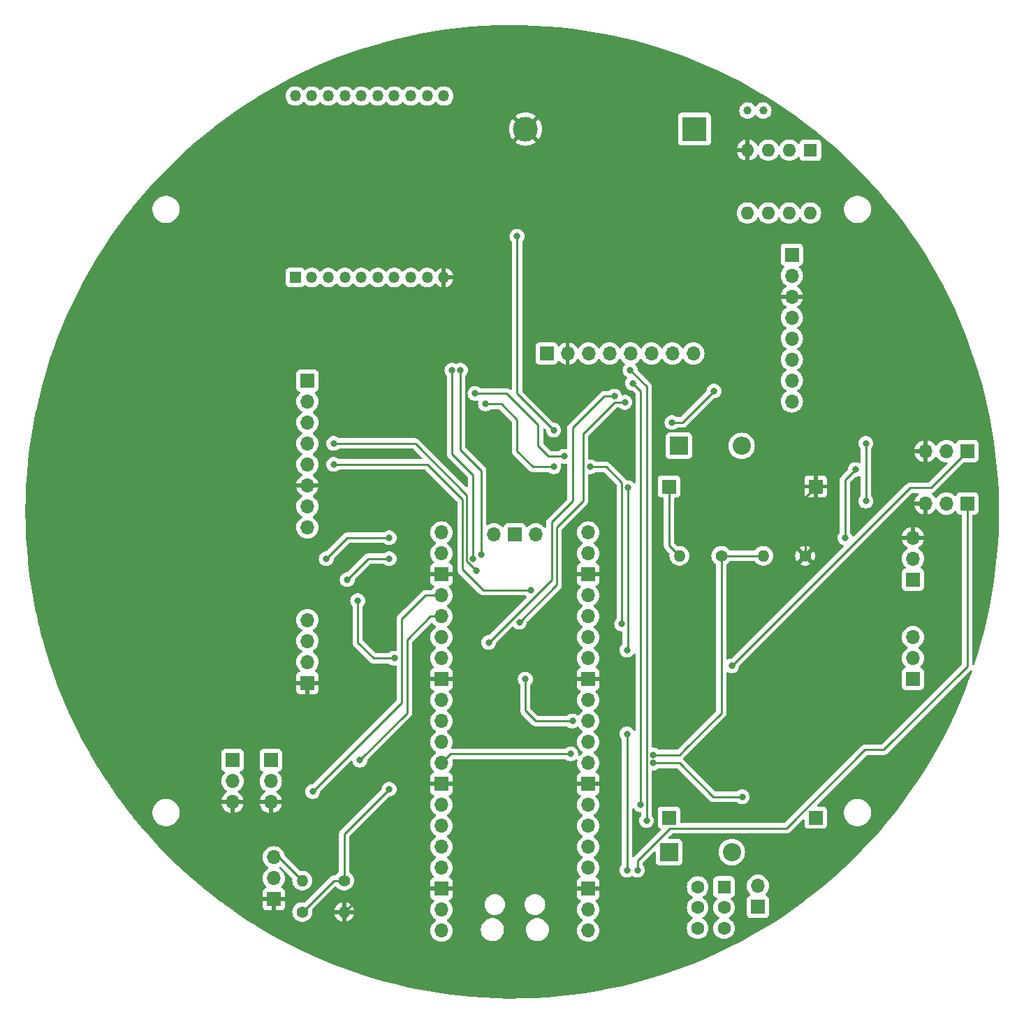
<source format=gbr>
%TF.GenerationSoftware,KiCad,Pcbnew,8.0.2*%
%TF.CreationDate,2024-09-20T16:54:17+02:00*%
%TF.ProjectId,liberocan1,6c696265-726f-4636-916e-312e6b696361,v1.2*%
%TF.SameCoordinates,Original*%
%TF.FileFunction,Copper,L2,Bot*%
%TF.FilePolarity,Positive*%
%FSLAX46Y46*%
G04 Gerber Fmt 4.6, Leading zero omitted, Abs format (unit mm)*
G04 Created by KiCad (PCBNEW 8.0.2) date 2024-09-20 16:54:17*
%MOMM*%
%LPD*%
G01*
G04 APERTURE LIST*
%TA.AperFunction,ComponentPad*%
%ADD10R,1.700000X1.700000*%
%TD*%
%TA.AperFunction,ComponentPad*%
%ADD11O,1.700000X1.700000*%
%TD*%
%TA.AperFunction,ComponentPad*%
%ADD12C,1.400000*%
%TD*%
%TA.AperFunction,ComponentPad*%
%ADD13O,1.400000X1.400000*%
%TD*%
%TA.AperFunction,ComponentPad*%
%ADD14R,2.200000X2.200000*%
%TD*%
%TA.AperFunction,ComponentPad*%
%ADD15O,2.200000X2.200000*%
%TD*%
%TA.AperFunction,ComponentPad*%
%ADD16R,3.000000X3.000000*%
%TD*%
%TA.AperFunction,ComponentPad*%
%ADD17C,3.000000*%
%TD*%
%TA.AperFunction,ComponentPad*%
%ADD18R,1.600000X1.600000*%
%TD*%
%TA.AperFunction,ComponentPad*%
%ADD19O,1.600000X1.600000*%
%TD*%
%TA.AperFunction,ComponentPad*%
%ADD20R,1.350000X1.350000*%
%TD*%
%TA.AperFunction,ComponentPad*%
%ADD21O,1.350000X1.350000*%
%TD*%
%TA.AperFunction,ComponentPad*%
%ADD22C,1.000000*%
%TD*%
%TA.AperFunction,ComponentPad*%
%ADD23C,1.600000*%
%TD*%
%TA.AperFunction,ViaPad*%
%ADD24C,0.800000*%
%TD*%
%TA.AperFunction,Conductor*%
%ADD25C,0.250000*%
%TD*%
G04 APERTURE END LIST*
D10*
%TO.P,J2,1,Pin_1*%
%TO.N,VSYS*%
X122555000Y-124460000D03*
D11*
%TO.P,J2,2,Pin_2*%
%TO.N,/GPIO19*%
X122555000Y-127000000D03*
%TO.P,J2,3,Pin_3*%
%TO.N,GND1*%
X122555000Y-129540000D03*
%TD*%
D10*
%TO.P,U2,1,GND*%
%TO.N,GND1*%
X122925000Y-141315000D03*
D11*
%TO.P,U2,2,+5V*%
%TO.N,VSYS*%
X122925000Y-138775000D03*
%TO.P,U2,3,A*%
%TO.N,Net-(U2-A)*%
X122925000Y-136235000D03*
%TD*%
D10*
%TO.P,U6,1,CD*%
%TO.N,unconnected-(U6-CD-Pad1)*%
X127000000Y-78450000D03*
D11*
%TO.P,U6,2,CS*%
%TO.N,/GPIO9*%
X127000000Y-80990000D03*
%TO.P,U6,3,DI*%
%TO.N,/GPIO11*%
X127000000Y-83530000D03*
%TO.P,U6,4,DO*%
%TO.N,/GPIO8*%
X127000000Y-86070000D03*
%TO.P,U6,5,CLK*%
%TO.N,/GPIO10*%
X127000000Y-88610000D03*
%TO.P,U6,6,GND*%
%TO.N,GND1*%
X127000000Y-91150000D03*
%TO.P,U6,7,3V*%
%TO.N,3V3*%
X127000000Y-93690000D03*
%TO.P,U6,8,5V*%
%TO.N,unconnected-(U6-5V-Pad8)*%
X127000000Y-96230000D03*
%TD*%
D10*
%TO.P,U1,1,GND*%
%TO.N,GND1*%
X127000000Y-115095000D03*
D11*
%TO.P,U1,2,TX*%
%TO.N,/GPIO17*%
X127000000Y-112555000D03*
%TO.P,U1,3,RX*%
%TO.N,/GPIO16*%
X127000000Y-110015000D03*
%TO.P,U1,4,VCC*%
%TO.N,VSYS*%
X127000000Y-107475000D03*
%TD*%
D12*
%TO.P,R3,1*%
%TO.N,/GPIO26*%
X131445000Y-139065000D03*
D13*
%TO.P,R3,2*%
%TO.N,Net-(U2-A)*%
X126365000Y-139065000D03*
%TD*%
D10*
%TO.P,MainBT1,1,+*%
%TO.N,Net-(MainBT1-+)*%
X181610000Y-142240000D03*
D11*
%TO.P,MainBT1,2,-*%
%TO.N,GND2*%
X181610000Y-139700000D03*
%TD*%
D14*
%TO.P,D2,1,K*%
%TO.N,Net-(BigM1-+)*%
X170815000Y-135600000D03*
D15*
%TO.P,D2,2,A*%
%TO.N,Net-(D2-A)*%
X178435000Y-135600000D03*
%TD*%
D10*
%TO.P,SmallM3,1,PWM*%
%TO.N,/GPIO0*%
X206980000Y-93345000D03*
D11*
%TO.P,SmallM3,2,+*%
%TO.N,VSYS*%
X204440000Y-93345000D03*
%TO.P,SmallM3,3,-*%
%TO.N,GND1*%
X201900000Y-93345000D03*
%TD*%
D10*
%TO.P,U9,1,IN+*%
%TO.N,Net-(BigM1-+)*%
X170815000Y-131426000D03*
%TO.P,U9,2,IN-*%
%TO.N,GND2*%
X188595000Y-131426000D03*
%TO.P,U9,3,OUT-*%
%TO.N,GND1*%
X188595000Y-91294000D03*
%TO.P,U9,4,OUT+*%
%TO.N,Net-(D1-A)*%
X170815000Y-91294000D03*
%TD*%
%TO.P,J1,1,Pin_1*%
%TO.N,VSYS*%
X117905000Y-124460000D03*
D11*
%TO.P,J1,2,Pin_2*%
%TO.N,/GPIO18*%
X117905000Y-127000000D03*
%TO.P,J1,3,Pin_3*%
%TO.N,GND1*%
X117905000Y-129540000D03*
%TD*%
%TO.P,U5,1,GPIO0*%
%TO.N,/GPIO0*%
X161025000Y-145125000D03*
%TO.P,U5,2,GPIO1*%
%TO.N,/GPIO1*%
X161025000Y-142585000D03*
D10*
%TO.P,U5,3,GND*%
%TO.N,GND1*%
X161025000Y-140045000D03*
D11*
%TO.P,U5,4,GPIO2*%
%TO.N,/GPIO2*%
X161025000Y-137505000D03*
%TO.P,U5,5,GPIO3*%
%TO.N,/GPIO3*%
X161025000Y-134965000D03*
%TO.P,U5,6,GPIO4*%
%TO.N,/GPIO4*%
X161025000Y-132425000D03*
%TO.P,U5,7,GPIO5*%
%TO.N,/GPIO5*%
X161025000Y-129885000D03*
D10*
%TO.P,U5,8,GND*%
%TO.N,GND1*%
X161025000Y-127345000D03*
D11*
%TO.P,U5,9,GPIO6*%
%TO.N,/GPIO6*%
X161025000Y-124805000D03*
%TO.P,U5,10,GPIO7*%
%TO.N,/GPIO7*%
X161025000Y-122265000D03*
%TO.P,U5,11,GPIO8*%
%TO.N,/GPIO8*%
X161025000Y-119725000D03*
%TO.P,U5,12,GPIO9*%
%TO.N,/GPIO9*%
X161025000Y-117185000D03*
D10*
%TO.P,U5,13,GND*%
%TO.N,GND1*%
X161025000Y-114645000D03*
D11*
%TO.P,U5,14,GPIO10*%
%TO.N,/GPIO10*%
X161025000Y-112105000D03*
%TO.P,U5,15,GPIO11*%
%TO.N,/GPIO11*%
X161025000Y-109565000D03*
%TO.P,U5,16,GPIO12*%
%TO.N,/GPIO12*%
X161025000Y-107025000D03*
%TO.P,U5,17,GPIO13*%
%TO.N,/GPIO13*%
X161025000Y-104485000D03*
D10*
%TO.P,U5,18,GND*%
%TO.N,GND1*%
X161025000Y-101945000D03*
D11*
%TO.P,U5,19,GPIO14*%
%TO.N,unconnected-(U5-GPIO14-Pad19)*%
X161025000Y-99405000D03*
%TO.P,U5,20,GPIO15*%
%TO.N,unconnected-(U5-GPIO15-Pad20)*%
X161025000Y-96865000D03*
%TO.P,U5,21,GPIO16*%
%TO.N,/GPIO16*%
X143245000Y-96865000D03*
%TO.P,U5,22,GPIO17*%
%TO.N,/GPIO17*%
X143245000Y-99405000D03*
D10*
%TO.P,U5,23,GND*%
%TO.N,GND1*%
X143245000Y-101945000D03*
D11*
%TO.P,U5,24,GPIO18*%
%TO.N,/GPIO18*%
X143245000Y-104485000D03*
%TO.P,U5,25,GPIO19*%
%TO.N,/GPIO19*%
X143245000Y-107025000D03*
%TO.P,U5,26,GPIO20*%
%TO.N,/GPIO20*%
X143245000Y-109565000D03*
%TO.P,U5,27,GPIO21*%
%TO.N,/GPIO21*%
X143245000Y-112105000D03*
D10*
%TO.P,U5,28,GND*%
%TO.N,GND1*%
X143245000Y-114645000D03*
D11*
%TO.P,U5,29,GPIO22*%
%TO.N,/GPIO22*%
X143245000Y-117185000D03*
%TO.P,U5,30,RUN*%
%TO.N,unconnected-(U5-RUN-Pad30)*%
X143245000Y-119725000D03*
%TO.P,U5,31,GPIO26_ADC0*%
%TO.N,/GPIO26*%
X143245000Y-122265000D03*
%TO.P,U5,32,GPIO27_ADC1*%
%TO.N,/GPIO27*%
X143245000Y-124805000D03*
D10*
%TO.P,U5,33,AGND*%
%TO.N,GND1*%
X143245000Y-127345000D03*
D11*
%TO.P,U5,34,GPIO28_ADC2*%
%TO.N,unconnected-(U5-GPIO28_ADC2-Pad34)*%
X143245000Y-129885000D03*
%TO.P,U5,35,ADC_VREF*%
%TO.N,unconnected-(U5-ADC_VREF-Pad35)*%
X143245000Y-132425000D03*
%TO.P,U5,36,3V3*%
%TO.N,3V3*%
X143245000Y-134965000D03*
%TO.P,U5,37,3V3_EN*%
%TO.N,unconnected-(U5-3V3_EN-Pad37)*%
X143245000Y-137505000D03*
D10*
%TO.P,U5,38,GND*%
%TO.N,GND1*%
X143245000Y-140045000D03*
D11*
%TO.P,U5,39,VSYS*%
%TO.N,VSYS*%
X143245000Y-142585000D03*
%TO.P,U5,40,VBUS*%
%TO.N,unconnected-(U5-VBUS-Pad40)*%
X143245000Y-145125000D03*
%TO.P,U5,41,SWCLK*%
%TO.N,unconnected-(U5-SWCLK-Pad41)*%
X154675000Y-97095000D03*
D10*
%TO.P,U5,42,GND*%
%TO.N,unconnected-(U5-GND-Pad42)*%
X152135000Y-97095000D03*
D11*
%TO.P,U5,43,SWDIO*%
%TO.N,unconnected-(U5-SWDIO-Pad43)*%
X149595000Y-97095000D03*
%TD*%
D16*
%TO.P,CellBT1,1,+*%
%TO.N,Net-(CellBT1-+)*%
X173910000Y-47970001D03*
D17*
%TO.P,CellBT1,2,-*%
%TO.N,GND1*%
X153420000Y-47970001D03*
%TD*%
D18*
%TO.P,U3,1,VCC2*%
%TO.N,Net-(CellBT1-+)*%
X187960000Y-50520000D03*
D19*
%TO.P,U3,2,X1*%
%TO.N,Net-(U3-X1)*%
X185420000Y-50520000D03*
%TO.P,U3,3,X2*%
%TO.N,Net-(U3-X2)*%
X182880000Y-50520000D03*
%TO.P,U3,4,GND*%
%TO.N,GND1*%
X180340000Y-50520000D03*
%TO.P,U3,5,CE*%
%TO.N,/GPIO22*%
X180340000Y-58140000D03*
%TO.P,U3,6,I/O*%
%TO.N,/GPIO20*%
X182880000Y-58140000D03*
%TO.P,U3,7,SCLK*%
%TO.N,/GPIO21*%
X185420000Y-58140000D03*
%TO.P,U3,8,VCC1*%
%TO.N,VSYS*%
X187960000Y-58140000D03*
%TD*%
D10*
%TO.P,BigM1,1,PWM*%
%TO.N,/GPIO6*%
X200395000Y-114630000D03*
D11*
%TO.P,BigM1,2,+*%
%TO.N,Net-(BigM1-+)*%
X200395000Y-112090000D03*
%TO.P,BigM1,3,-*%
%TO.N,GND2*%
X200395000Y-109550000D03*
%TD*%
D10*
%TO.P,SmallM2,1,PWM*%
%TO.N,/GPIO1*%
X207010000Y-86995000D03*
D11*
%TO.P,SmallM2,2,+*%
%TO.N,VSYS*%
X204470000Y-86995000D03*
%TO.P,SmallM2,3,-*%
%TO.N,GND1*%
X201930000Y-86995000D03*
%TD*%
D20*
%TO.P,U4,1,VCC*%
%TO.N,3V3*%
X125520000Y-65955000D03*
D21*
%TO.P,U4,2,DOUT*%
%TO.N,/GPIO4*%
X127520000Y-65955000D03*
%TO.P,U4,3,DIN/~{CON}*%
%TO.N,/GPIO5*%
X129520000Y-65955000D03*
%TO.P,U4,4,DI012*%
%TO.N,unconnected-(U4-DI012-Pad4)*%
X131520000Y-65955000D03*
%TO.P,U4,5,~{RESET}*%
%TO.N,unconnected-(U4-~{RESET}-Pad5)*%
X133520000Y-65955000D03*
%TO.P,U4,6,DIO10*%
%TO.N,unconnected-(U4-DIO10-Pad6)*%
X135520000Y-65955000D03*
%TO.P,U4,7,DIO11*%
%TO.N,unconnected-(U4-DIO11-Pad7)*%
X137520000Y-65955000D03*
%TO.P,U4,8,RESERV*%
%TO.N,unconnected-(U4-RESERV-Pad8)*%
X139520000Y-65955000D03*
%TO.P,U4,9,DIO8*%
%TO.N,unconnected-(U4-DIO8-Pad9)*%
X141520000Y-65955000D03*
%TO.P,U4,10,GND*%
%TO.N,GND1*%
X143520000Y-65955000D03*
%TO.P,U4,11,DIO4*%
%TO.N,unconnected-(U4-DIO4-Pad11)*%
X143520000Y-43955000D03*
%TO.P,U4,12,DIO7*%
%TO.N,unconnected-(U4-DIO7-Pad12)*%
X141520000Y-43955000D03*
%TO.P,U4,13,ON/~{SLP}*%
%TO.N,unconnected-(U4-ON{slash}~{SLP}-Pad13)*%
X139520000Y-43955000D03*
%TO.P,U4,14,VREF*%
%TO.N,unconnected-(U4-VREF-Pad14)*%
X137520000Y-43955000D03*
%TO.P,U4,15,DIO5*%
%TO.N,unconnected-(U4-DIO5-Pad15)*%
X135520000Y-43955000D03*
%TO.P,U4,16,DIO6*%
%TO.N,unconnected-(U4-DIO6-Pad16)*%
X133520000Y-43955000D03*
%TO.P,U4,17,AD3/DIO3*%
%TO.N,unconnected-(U4-AD3{slash}DIO3-Pad17)*%
X131520000Y-43955000D03*
%TO.P,U4,18,AD2/DIO2*%
%TO.N,unconnected-(U4-AD2{slash}DIO2-Pad18)*%
X129520000Y-43955000D03*
%TO.P,U4,19,AD1/DIO1*%
%TO.N,unconnected-(U4-AD1{slash}DIO1-Pad19)*%
X127520000Y-43955000D03*
%TO.P,U4,20,BTN*%
%TO.N,unconnected-(U4-BTN-Pad20)*%
X125520000Y-43955000D03*
%TD*%
D22*
%TO.P,Y1,1,1*%
%TO.N,Net-(U3-X2)*%
X180340000Y-45720000D03*
%TO.P,Y1,2,2*%
%TO.N,Net-(U3-X1)*%
X182240000Y-45720000D03*
%TD*%
D12*
%TO.P,R2,1*%
%TO.N,GND1*%
X187325000Y-99695000D03*
D13*
%TO.P,R2,2*%
%TO.N,/GPIO27*%
X182245000Y-99695000D03*
%TD*%
D12*
%TO.P,R4,1*%
%TO.N,/GPIO26*%
X126365000Y-142875000D03*
D13*
%TO.P,R4,2*%
%TO.N,GND1*%
X131445000Y-142875000D03*
%TD*%
D10*
%TO.P,SmallM1,1,PWM*%
%TO.N,/GPIO7*%
X200395000Y-102565000D03*
D11*
%TO.P,SmallM1,2,+*%
%TO.N,VSYS*%
X200395000Y-100025000D03*
%TO.P,SmallM1,3,-*%
%TO.N,GND1*%
X200395000Y-97485000D03*
%TD*%
D18*
%TO.P,SW1,1,A*%
%TO.N,Net-(D2-A)*%
X177495000Y-139832500D03*
D23*
%TO.P,SW1,2,B*%
%TO.N,Net-(MainBT1-+)*%
X177495000Y-142332500D03*
%TO.P,SW1,3,C*%
%TO.N,unconnected-(SW1-C-Pad3)*%
X177495000Y-144832500D03*
%TO.P,SW1,4*%
%TO.N,N/C*%
X174295000Y-139832500D03*
%TO.P,SW1,5*%
X174295000Y-142332500D03*
%TO.P,SW1,6*%
X174295000Y-144832500D03*
%TD*%
D10*
%TO.P,U7,1,Vin*%
%TO.N,3V3*%
X185710000Y-63190000D03*
D11*
%TO.P,U7,2,3Vo*%
%TO.N,unconnected-(U7-3Vo-Pad2)*%
X185710000Y-65730000D03*
%TO.P,U7,3,GND*%
%TO.N,GND1*%
X185710000Y-68270000D03*
%TO.P,U7,4,SCK*%
%TO.N,/GPIO13*%
X185710000Y-70810000D03*
%TO.P,U7,5,SDO*%
%TO.N,unconnected-(U7-SDO-Pad5)*%
X185710000Y-73350000D03*
%TO.P,U7,6,SDI*%
%TO.N,/GPIO12*%
X185710000Y-75890000D03*
%TO.P,U7,7,CS*%
%TO.N,unconnected-(U7-CS-Pad7)*%
X185710000Y-78430000D03*
%TO.P,U7,8,INT*%
%TO.N,unconnected-(U7-INT-Pad8)*%
X185710000Y-80970000D03*
%TD*%
D12*
%TO.P,R1,1*%
%TO.N,/GPIO27*%
X177165000Y-99695000D03*
D13*
%TO.P,R1,2*%
%TO.N,Net-(D1-A)*%
X172085000Y-99695000D03*
%TD*%
D10*
%TO.P,U8,1,VCC*%
%TO.N,3V3*%
X155985000Y-75175000D03*
D11*
%TO.P,U8,2,GND*%
%TO.N,GND1*%
X158525000Y-75175000D03*
%TO.P,U8,3,SCL*%
%TO.N,/GPIO3*%
X161065000Y-75175000D03*
%TO.P,U8,4,SDA*%
%TO.N,/GPIO2*%
X163605000Y-75175000D03*
%TO.P,U8,5,XDA*%
%TO.N,unconnected-(U8-XDA-Pad5)*%
X166145000Y-75175000D03*
%TO.P,U8,6,XCL*%
%TO.N,unconnected-(U8-XCL-Pad6)*%
X168685000Y-75175000D03*
%TO.P,U8,7,AD0*%
%TO.N,unconnected-(U8-AD0-Pad7)*%
X171225000Y-75175000D03*
%TO.P,U8,8,INT*%
%TO.N,unconnected-(U8-INT-Pad8)*%
X173765000Y-75175000D03*
%TD*%
D14*
%TO.P,D1,1,K*%
%TO.N,VSYS*%
X172005000Y-86360000D03*
D15*
%TO.P,D1,2,A*%
%TO.N,Net-(D1-A)*%
X179625000Y-86360000D03*
%TD*%
D24*
%TO.N,/GPIO22*%
X148960000Y-110200000D03*
X164200000Y-80355000D03*
%TO.N,/GPIO20*%
X165470000Y-81079500D03*
X152680500Y-107732098D03*
%TO.N,/GPIO21*%
X176265000Y-79720000D03*
X171185000Y-83530000D03*
X133085000Y-105120000D03*
X137530000Y-112105000D03*
%TO.N,VSYS*%
X156845000Y-84455000D03*
X152400000Y-60960000D03*
%TO.N,/GPIO0*%
X167005000Y-137795000D03*
%TO.N,/GPIO1*%
X165735000Y-137795000D03*
X165735000Y-121285000D03*
X178435000Y-113030000D03*
%TO.N,/GPIO2*%
X168099500Y-131790000D03*
X166105000Y-77180000D03*
%TO.N,/GPIO3*%
X167375000Y-129885000D03*
X166422500Y-78767500D03*
%TO.N,/GPIO5*%
X148071000Y-99532000D03*
X145531000Y-77180000D03*
%TO.N,/GPIO4*%
X144515000Y-77180000D03*
X147055000Y-100040000D03*
%TO.N,/GPIO6*%
X179705000Y-128905000D03*
X168859200Y-124815600D03*
%TO.N,/GPIO8*%
X153405000Y-114645000D03*
X159120000Y-119725000D03*
X130175000Y-86070000D03*
X147495201Y-101504799D03*
%TO.N,/GPIO9*%
X165735000Y-111125000D03*
X158115000Y-87630000D03*
X165824500Y-91440000D03*
X147320000Y-80010000D03*
%TO.N,/GPIO10*%
X130175000Y-88610000D03*
X154040000Y-103850000D03*
%TO.N,/GPIO11*%
X148590000Y-81280000D03*
X161290000Y-88900000D03*
X156845000Y-88900000D03*
X165100000Y-107950000D03*
%TO.N,/GPIO12*%
X194680000Y-86070000D03*
X194680000Y-93055000D03*
%TO.N,/GPIO13*%
X193410000Y-89245000D03*
X192140000Y-97500000D03*
%TO.N,/GPIO16*%
X136895000Y-97500000D03*
X129275000Y-100040000D03*
%TO.N,/GPIO17*%
X136895000Y-100040000D03*
X131815000Y-102580000D03*
%TO.N,/GPIO26*%
X136895000Y-127980000D03*
%TO.N,/GPIO27*%
X168910000Y-123825000D03*
X158905500Y-123698000D03*
%TO.N,/GPIO18*%
X127635000Y-128270000D03*
%TO.N,/GPIO19*%
X133350000Y-124460000D03*
%TD*%
D25*
%TO.N,/GPIO22*%
X148960000Y-110200000D02*
X156580000Y-102580000D01*
X156580000Y-95595000D02*
X159120000Y-93055000D01*
X162930000Y-80355000D02*
X164200000Y-80355000D01*
X159120000Y-84165000D02*
X162930000Y-80355000D01*
X159120000Y-93055000D02*
X159120000Y-84165000D01*
X156580000Y-102580000D02*
X156580000Y-95595000D01*
%TO.N,/GPIO20*%
X152697902Y-107732098D02*
X157215000Y-103215000D01*
X160390000Y-93055000D02*
X160390000Y-84800000D01*
X165469500Y-81080000D02*
X165470000Y-81079500D01*
X157215000Y-96230000D02*
X160390000Y-93055000D01*
X157215000Y-103215000D02*
X157215000Y-96230000D01*
X152680500Y-107732098D02*
X152697902Y-107732098D01*
X160480000Y-84800000D02*
X164200000Y-81080000D01*
X160390000Y-84800000D02*
X160480000Y-84800000D01*
X164200000Y-81080000D02*
X165469500Y-81080000D01*
%TO.N,/GPIO21*%
X134990000Y-112105000D02*
X137530000Y-112105000D01*
X133085000Y-110200000D02*
X134990000Y-112105000D01*
X133085000Y-105120000D02*
X133085000Y-110200000D01*
X176265000Y-79720000D02*
X173090000Y-82895000D01*
X172455000Y-83530000D02*
X171185000Y-83530000D01*
X173090000Y-82895000D02*
X172455000Y-83530000D01*
%TO.N,VSYS*%
X152400000Y-60960000D02*
X152400000Y-80010000D01*
X152400000Y-80010000D02*
X156845000Y-84455000D01*
%TO.N,/GPIO0*%
X206980000Y-113060000D02*
X196850000Y-123190000D01*
X167005000Y-136660000D02*
X167005000Y-137795000D01*
X185056000Y-132715000D02*
X170950000Y-132715000D01*
X206980000Y-93345000D02*
X206980000Y-113060000D01*
X196850000Y-123190000D02*
X194581000Y-123190000D01*
X194581000Y-123190000D02*
X185056000Y-132715000D01*
X170950000Y-132715000D02*
X167005000Y-136660000D01*
%TO.N,/GPIO1*%
X200025000Y-91440000D02*
X178435000Y-113030000D01*
X165735000Y-128270000D02*
X165735000Y-137795000D01*
X202565000Y-91440000D02*
X200025000Y-91440000D01*
X207010000Y-86995000D02*
X202565000Y-91440000D01*
X165735000Y-121285000D02*
X165735000Y-128270000D01*
%TO.N,GND1*%
X140625000Y-127345000D02*
X143245000Y-127345000D01*
X137795000Y-136525000D02*
X137795000Y-130175000D01*
X187325000Y-92564000D02*
X188595000Y-91294000D01*
X131445000Y-142875000D02*
X137795000Y-136525000D01*
X137795000Y-130175000D02*
X140625000Y-127345000D01*
X187325000Y-99695000D02*
X187325000Y-92564000D01*
%TO.N,/GPIO2*%
X168100000Y-131789500D02*
X168099500Y-131790000D01*
X166105000Y-77180000D02*
X168100000Y-79175000D01*
X168100000Y-79175000D02*
X168100000Y-131789500D01*
%TO.N,/GPIO3*%
X167375000Y-79720000D02*
X166422500Y-78767500D01*
X167375000Y-129885000D02*
X167375000Y-79720000D01*
%TO.N,/GPIO5*%
X148071000Y-89372000D02*
X145531000Y-86832000D01*
X145531000Y-86832000D02*
X145531000Y-77180000D01*
X148071000Y-99532000D02*
X148071000Y-89372000D01*
%TO.N,/GPIO4*%
X144515000Y-77180000D02*
X144515000Y-87340000D01*
X144515000Y-87340000D02*
X147055000Y-89880000D01*
X161315000Y-132715000D02*
X161025000Y-132425000D01*
X147055000Y-89880000D02*
X147055000Y-100040000D01*
%TO.N,/GPIO6*%
X172085000Y-124815600D02*
X176174400Y-128905000D01*
X176174400Y-128905000D02*
X179705000Y-128905000D01*
X168859200Y-124815600D02*
X172085000Y-124815600D01*
%TO.N,/GPIO8*%
X153405000Y-114645000D02*
X153405000Y-118455000D01*
X140070000Y-86070000D02*
X146330000Y-92330000D01*
X130175000Y-86070000D02*
X140070000Y-86070000D01*
X146330000Y-100339598D02*
X147495201Y-101504799D01*
X153405000Y-118455000D02*
X154675000Y-119725000D01*
X154675000Y-119725000D02*
X159120000Y-119725000D01*
X146330000Y-92330000D02*
X146330000Y-100339598D01*
%TO.N,/GPIO9*%
X154940000Y-86360000D02*
X156210000Y-87630000D01*
X156210000Y-87630000D02*
X158115000Y-87630000D01*
X165824500Y-111035500D02*
X165735000Y-111125000D01*
X154940000Y-83820000D02*
X154940000Y-86360000D01*
X147320000Y-80010000D02*
X151130000Y-80010000D01*
X151130000Y-80010000D02*
X154940000Y-83820000D01*
X165824500Y-91440000D02*
X165824500Y-111035500D01*
%TO.N,/GPIO10*%
X130175000Y-88610000D02*
X141525000Y-88610000D01*
X141525000Y-88610000D02*
X145785000Y-92870000D01*
X145785000Y-92870000D02*
X145785000Y-101310000D01*
X145785000Y-101310000D02*
X148325000Y-103850000D01*
X148325000Y-103850000D02*
X154040000Y-103850000D01*
%TO.N,/GPIO11*%
X150495000Y-81280000D02*
X148590000Y-81280000D01*
X163195000Y-88900000D02*
X165020000Y-90725000D01*
X165020000Y-90725000D02*
X165100000Y-90805000D01*
X152400000Y-83185000D02*
X150495000Y-81280000D01*
X154305000Y-88900000D02*
X152400000Y-86995000D01*
X152400000Y-86995000D02*
X152400000Y-83185000D01*
X165100000Y-90805000D02*
X165100000Y-107950000D01*
X156845000Y-88900000D02*
X154305000Y-88900000D01*
X161290000Y-88900000D02*
X163195000Y-88900000D01*
%TO.N,/GPIO12*%
X194680000Y-86070000D02*
X194680000Y-93055000D01*
%TO.N,/GPIO13*%
X192140000Y-90515000D02*
X192140000Y-97500000D01*
X193410000Y-89245000D02*
X192140000Y-90515000D01*
%TO.N,/GPIO16*%
X131815000Y-97500000D02*
X136895000Y-97500000D01*
X129275000Y-100040000D02*
X131815000Y-97500000D01*
%TO.N,/GPIO17*%
X131815000Y-102580000D02*
X134355000Y-100040000D01*
X134355000Y-100040000D02*
X136895000Y-100040000D01*
%TO.N,/GPIO26*%
X130175000Y-139065000D02*
X131445000Y-139065000D01*
X131445000Y-139065000D02*
X131445000Y-133430000D01*
X126365000Y-142875000D02*
X130175000Y-139065000D01*
X131445000Y-133430000D02*
X136895000Y-127980000D01*
%TO.N,/GPIO27*%
X177165000Y-99695000D02*
X177165000Y-118745000D01*
X172085000Y-123825000D02*
X168910000Y-123825000D01*
X144352000Y-123698000D02*
X143245000Y-124805000D01*
X177165000Y-118745000D02*
X172720000Y-123190000D01*
X177165000Y-99695000D02*
X182245000Y-99695000D01*
X158905500Y-123698000D02*
X144352000Y-123698000D01*
X172720000Y-123190000D02*
X172085000Y-123825000D01*
%TO.N,Net-(U2-A)*%
X123535000Y-136235000D02*
X122925000Y-136235000D01*
X126365000Y-139065000D02*
X123535000Y-136235000D01*
%TO.N,Net-(D1-A)*%
X170815000Y-98425000D02*
X170815000Y-91294000D01*
X172085000Y-99695000D02*
X170815000Y-98425000D01*
%TO.N,/GPIO18*%
X127635000Y-128270000D02*
X138430000Y-117475000D01*
X141260000Y-104485000D02*
X143245000Y-104485000D01*
X138430000Y-107315000D02*
X141260000Y-104485000D01*
X138430000Y-117475000D02*
X138430000Y-107315000D01*
%TO.N,/GPIO19*%
X139065000Y-109855000D02*
X141895000Y-107025000D01*
X141895000Y-107025000D02*
X143245000Y-107025000D01*
X139065000Y-118745000D02*
X139065000Y-109855000D01*
X133350000Y-124460000D02*
X139065000Y-118745000D01*
%TD*%
%TA.AperFunction,Conductor*%
%TO.N,GND1*%
G36*
X152967037Y-35368762D02*
G01*
X152970208Y-35368824D01*
X154504465Y-35418841D01*
X154507583Y-35418983D01*
X156040044Y-35508982D01*
X156043238Y-35509211D01*
X157572742Y-35639120D01*
X157575881Y-35639427D01*
X159101568Y-35809173D01*
X159104752Y-35809571D01*
X160625444Y-36019024D01*
X160628507Y-36019487D01*
X162143277Y-36268520D01*
X162146370Y-36269070D01*
X163654108Y-36557501D01*
X163657150Y-36558123D01*
X165156874Y-36885764D01*
X165159999Y-36886490D01*
X166650591Y-37253096D01*
X166653713Y-37253907D01*
X168134273Y-37659253D01*
X168137336Y-37660136D01*
X169606787Y-38103929D01*
X169609850Y-38104897D01*
X171067264Y-38586855D01*
X171070268Y-38587892D01*
X172514651Y-39107689D01*
X172517628Y-39108805D01*
X173222325Y-39383361D01*
X173947897Y-39666050D01*
X173950892Y-39667261D01*
X175366216Y-40261630D01*
X175369128Y-40262898D01*
X176768406Y-40893929D01*
X176771336Y-40895296D01*
X178153723Y-41562604D01*
X178156615Y-41564047D01*
X179521106Y-42267151D01*
X179523959Y-42268668D01*
X180869695Y-43007121D01*
X180872440Y-43008674D01*
X182123225Y-43738081D01*
X182198486Y-43781970D01*
X182201257Y-43783635D01*
X183506650Y-44591208D01*
X183509368Y-44592939D01*
X184793249Y-45434257D01*
X184795887Y-45436034D01*
X186057496Y-46310600D01*
X186060117Y-46312469D01*
X187298410Y-47219561D01*
X187300950Y-47221473D01*
X188268810Y-47970002D01*
X188515220Y-48160572D01*
X188517739Y-48162574D01*
X189707105Y-49132998D01*
X189709531Y-49135030D01*
X190873223Y-50136154D01*
X190875599Y-50138253D01*
X191895867Y-51063348D01*
X192012788Y-51169362D01*
X192015148Y-51171559D01*
X192687684Y-51814091D01*
X193124994Y-52231890D01*
X193127303Y-52234153D01*
X194209201Y-53323126D01*
X194211449Y-53325449D01*
X195264536Y-54442197D01*
X195266723Y-54444577D01*
X196290380Y-55588439D01*
X196292504Y-55590876D01*
X197285978Y-56761019D01*
X197288038Y-56763511D01*
X198250663Y-57959143D01*
X198252657Y-57961687D01*
X199183773Y-59181987D01*
X199185701Y-59184582D01*
X200084729Y-60428797D01*
X200086588Y-60431442D01*
X200952874Y-61698667D01*
X200954646Y-61701334D01*
X201787585Y-62990685D01*
X201789304Y-62993423D01*
X202588331Y-64304018D01*
X202589978Y-64306799D01*
X203354611Y-65637852D01*
X203356184Y-65640676D01*
X204085817Y-66991131D01*
X204087317Y-66993995D01*
X204781526Y-68363070D01*
X204782950Y-68365972D01*
X205441227Y-69752663D01*
X205442575Y-69755602D01*
X206064468Y-71158955D01*
X206065739Y-71161927D01*
X206650845Y-72581036D01*
X206652038Y-72584040D01*
X207199947Y-74017904D01*
X207201062Y-74020939D01*
X207711416Y-75468629D01*
X207712451Y-75471692D01*
X208184882Y-76932159D01*
X208185837Y-76935247D01*
X208620045Y-78407569D01*
X208620919Y-78410681D01*
X208729987Y-78819503D01*
X209010016Y-79869144D01*
X209016599Y-79893817D01*
X209017388Y-79896940D01*
X209081198Y-80163879D01*
X209374259Y-81389846D01*
X209374970Y-81392999D01*
X209692814Y-82894754D01*
X209693442Y-82897925D01*
X209972027Y-84407438D01*
X209972572Y-84410625D01*
X210211708Y-85926867D01*
X210212170Y-85930067D01*
X210411702Y-87452052D01*
X210412080Y-87455262D01*
X210571864Y-88981890D01*
X210572159Y-88985109D01*
X210692098Y-90515450D01*
X210692308Y-90518676D01*
X210772308Y-92051542D01*
X210772435Y-92054773D01*
X210812456Y-93589493D01*
X210812497Y-93592321D01*
X210814998Y-94359596D01*
X210814998Y-94360404D01*
X210812497Y-95127678D01*
X210812456Y-95130506D01*
X210772435Y-96665226D01*
X210772308Y-96668457D01*
X210692308Y-98201323D01*
X210692098Y-98204549D01*
X210572159Y-99734890D01*
X210571864Y-99738109D01*
X210412080Y-101264737D01*
X210411702Y-101267947D01*
X210212170Y-102789932D01*
X210211708Y-102793132D01*
X209972572Y-104309374D01*
X209972027Y-104312561D01*
X209693442Y-105822074D01*
X209692814Y-105825245D01*
X209374970Y-107327000D01*
X209374259Y-107330153D01*
X209017391Y-108823047D01*
X209016602Y-108826169D01*
X209000328Y-108887171D01*
X208620919Y-110309318D01*
X208620045Y-110312430D01*
X208185837Y-111784752D01*
X208184882Y-111787840D01*
X207847481Y-112830879D01*
X207808119Y-112888606D01*
X207743796Y-112915888D01*
X207674934Y-112904064D01*
X207623396Y-112856887D01*
X207605500Y-112792715D01*
X207605500Y-94819499D01*
X207625185Y-94752460D01*
X207677989Y-94706705D01*
X207729500Y-94695499D01*
X207877871Y-94695499D01*
X207877872Y-94695499D01*
X207937483Y-94689091D01*
X208072331Y-94638796D01*
X208187546Y-94552546D01*
X208273796Y-94437331D01*
X208324091Y-94302483D01*
X208330500Y-94242873D01*
X208330499Y-92447128D01*
X208324091Y-92387517D01*
X208323650Y-92386335D01*
X208273797Y-92252671D01*
X208273793Y-92252664D01*
X208187547Y-92137455D01*
X208187544Y-92137452D01*
X208072335Y-92051206D01*
X208072328Y-92051202D01*
X207937482Y-92000908D01*
X207937483Y-92000908D01*
X207877883Y-91994501D01*
X207877881Y-91994500D01*
X207877873Y-91994500D01*
X207877864Y-91994500D01*
X206082129Y-91994500D01*
X206082123Y-91994501D01*
X206022516Y-92000908D01*
X205887671Y-92051202D01*
X205887664Y-92051206D01*
X205772455Y-92137452D01*
X205772452Y-92137455D01*
X205686206Y-92252664D01*
X205686203Y-92252669D01*
X205637189Y-92384083D01*
X205595317Y-92440016D01*
X205529853Y-92464433D01*
X205461580Y-92449581D01*
X205433326Y-92428430D01*
X205311402Y-92306506D01*
X205311395Y-92306501D01*
X205117834Y-92170967D01*
X205117830Y-92170965D01*
X205048953Y-92138847D01*
X204903663Y-92071097D01*
X204903659Y-92071096D01*
X204903655Y-92071094D01*
X204675413Y-92009938D01*
X204675403Y-92009936D01*
X204440001Y-91989341D01*
X204439999Y-91989341D01*
X204204596Y-92009936D01*
X204204586Y-92009938D01*
X203976344Y-92071094D01*
X203976337Y-92071096D01*
X203976337Y-92071097D01*
X203964765Y-92076493D01*
X203762171Y-92170964D01*
X203762169Y-92170965D01*
X203568597Y-92306505D01*
X203401508Y-92473594D01*
X203271269Y-92659595D01*
X203216692Y-92703219D01*
X203147193Y-92710412D01*
X203084839Y-92678890D01*
X203068119Y-92659594D01*
X202938113Y-92473926D01*
X202938108Y-92473920D01*
X202771082Y-92306894D01*
X202708285Y-92262923D01*
X202664661Y-92208346D01*
X202657468Y-92138847D01*
X202688990Y-92076493D01*
X202743418Y-92042686D01*
X202747441Y-92041465D01*
X202747452Y-92041463D01*
X202797496Y-92020734D01*
X202861286Y-91994312D01*
X202912509Y-91960084D01*
X202963733Y-91925858D01*
X203050858Y-91838733D01*
X203050859Y-91838731D01*
X203057925Y-91831665D01*
X203057928Y-91831661D01*
X206507771Y-88381818D01*
X206569094Y-88348333D01*
X206595452Y-88345499D01*
X207907871Y-88345499D01*
X207907872Y-88345499D01*
X207967483Y-88339091D01*
X208102331Y-88288796D01*
X208217546Y-88202546D01*
X208303796Y-88087331D01*
X208354091Y-87952483D01*
X208360500Y-87892873D01*
X208360499Y-86995000D01*
X208360499Y-86097129D01*
X208360498Y-86097123D01*
X208358217Y-86075906D01*
X208354091Y-86037517D01*
X208352810Y-86034083D01*
X208303797Y-85902671D01*
X208303793Y-85902664D01*
X208217547Y-85787455D01*
X208217544Y-85787452D01*
X208102335Y-85701206D01*
X208102328Y-85701202D01*
X207967482Y-85650908D01*
X207967483Y-85650908D01*
X207907883Y-85644501D01*
X207907881Y-85644500D01*
X207907873Y-85644500D01*
X207907864Y-85644500D01*
X206112129Y-85644500D01*
X206112123Y-85644501D01*
X206052516Y-85650908D01*
X205917671Y-85701202D01*
X205917664Y-85701206D01*
X205802455Y-85787452D01*
X205802452Y-85787455D01*
X205716206Y-85902664D01*
X205716203Y-85902669D01*
X205667189Y-86034083D01*
X205625317Y-86090016D01*
X205559853Y-86114433D01*
X205491580Y-86099581D01*
X205463326Y-86078430D01*
X205341402Y-85956506D01*
X205341395Y-85956501D01*
X205147834Y-85820967D01*
X205147830Y-85820965D01*
X205147828Y-85820964D01*
X204933663Y-85721097D01*
X204933659Y-85721096D01*
X204933655Y-85721094D01*
X204705413Y-85659938D01*
X204705403Y-85659936D01*
X204470001Y-85639341D01*
X204469999Y-85639341D01*
X204234596Y-85659936D01*
X204234586Y-85659938D01*
X204006344Y-85721094D01*
X204006335Y-85721098D01*
X203792171Y-85820964D01*
X203792169Y-85820965D01*
X203598597Y-85956505D01*
X203431508Y-86123594D01*
X203301269Y-86309595D01*
X203246692Y-86353219D01*
X203177193Y-86360412D01*
X203114839Y-86328890D01*
X203098119Y-86309594D01*
X202968113Y-86123926D01*
X202968108Y-86123920D01*
X202801082Y-85956894D01*
X202607578Y-85821399D01*
X202393492Y-85721570D01*
X202393486Y-85721567D01*
X202180000Y-85664364D01*
X202180000Y-86561988D01*
X202122993Y-86529075D01*
X201995826Y-86495000D01*
X201864174Y-86495000D01*
X201737007Y-86529075D01*
X201680000Y-86561988D01*
X201680000Y-85664364D01*
X201679999Y-85664364D01*
X201466513Y-85721567D01*
X201466507Y-85721570D01*
X201252422Y-85821399D01*
X201252420Y-85821400D01*
X201058926Y-85956886D01*
X201058920Y-85956891D01*
X200891891Y-86123920D01*
X200891886Y-86123926D01*
X200756400Y-86317420D01*
X200756399Y-86317422D01*
X200656570Y-86531507D01*
X200656567Y-86531513D01*
X200599364Y-86744999D01*
X200599364Y-86745000D01*
X201496988Y-86745000D01*
X201464075Y-86802007D01*
X201430000Y-86929174D01*
X201430000Y-87060826D01*
X201464075Y-87187993D01*
X201496988Y-87245000D01*
X200599364Y-87245000D01*
X200656567Y-87458486D01*
X200656570Y-87458492D01*
X200756399Y-87672578D01*
X200891894Y-87866082D01*
X201058917Y-88033105D01*
X201252421Y-88168600D01*
X201466507Y-88268429D01*
X201466516Y-88268433D01*
X201680000Y-88325634D01*
X201680000Y-87428012D01*
X201737007Y-87460925D01*
X201864174Y-87495000D01*
X201995826Y-87495000D01*
X202122993Y-87460925D01*
X202180000Y-87428012D01*
X202180000Y-88325633D01*
X202393483Y-88268433D01*
X202393492Y-88268429D01*
X202607578Y-88168600D01*
X202801082Y-88033105D01*
X202968105Y-87866082D01*
X203098119Y-87680405D01*
X203152696Y-87636781D01*
X203222195Y-87629588D01*
X203284549Y-87661110D01*
X203301269Y-87680405D01*
X203431505Y-87866401D01*
X203598599Y-88033495D01*
X203695384Y-88101265D01*
X203792165Y-88169032D01*
X203792167Y-88169033D01*
X203792170Y-88169035D01*
X204006337Y-88268903D01*
X204006343Y-88268904D01*
X204006344Y-88268905D01*
X204061285Y-88283626D01*
X204234592Y-88330063D01*
X204413148Y-88345685D01*
X204469999Y-88350659D01*
X204470388Y-88350659D01*
X204470553Y-88350707D01*
X204475394Y-88351131D01*
X204475308Y-88352103D01*
X204537427Y-88370344D01*
X204583182Y-88423148D01*
X204593126Y-88492306D01*
X204564101Y-88555862D01*
X204558069Y-88562340D01*
X202342229Y-90778181D01*
X202280906Y-90811666D01*
X202254548Y-90814500D01*
X199963393Y-90814500D01*
X199935308Y-90820086D01*
X199935307Y-90820085D01*
X199842554Y-90838535D01*
X199842541Y-90838539D01*
X199810262Y-90851909D01*
X199795397Y-90858067D01*
X199728718Y-90885685D01*
X199716423Y-90893901D01*
X199703190Y-90902743D01*
X199703189Y-90902744D01*
X199703188Y-90902743D01*
X199626266Y-90954142D01*
X199626265Y-90954143D01*
X199593416Y-90986993D01*
X199539142Y-91041267D01*
X199539139Y-91041270D01*
X193228347Y-97352061D01*
X193167024Y-97385546D01*
X193097332Y-97380562D01*
X193041399Y-97338690D01*
X193022735Y-97302698D01*
X192967181Y-97131722D01*
X192967180Y-97131721D01*
X192967179Y-97131716D01*
X192872533Y-96967784D01*
X192797350Y-96884284D01*
X192767120Y-96821292D01*
X192765500Y-96801312D01*
X192765500Y-90825452D01*
X192785185Y-90758413D01*
X192801819Y-90737771D01*
X193357771Y-90181819D01*
X193419094Y-90148334D01*
X193445452Y-90145500D01*
X193504644Y-90145500D01*
X193504646Y-90145500D01*
X193689803Y-90106144D01*
X193862730Y-90029151D01*
X193862733Y-90029148D01*
X193868363Y-90025899D01*
X193869904Y-90028569D01*
X193922948Y-90009415D01*
X193991062Y-90024980D01*
X194039948Y-90074900D01*
X194054500Y-90133185D01*
X194054500Y-92356312D01*
X194034815Y-92423351D01*
X194022650Y-92439284D01*
X193947466Y-92522784D01*
X193852821Y-92686715D01*
X193852818Y-92686722D01*
X193809970Y-92818597D01*
X193794326Y-92866744D01*
X193774540Y-93055000D01*
X193794326Y-93243256D01*
X193794327Y-93243259D01*
X193852818Y-93423277D01*
X193852821Y-93423284D01*
X193947467Y-93587216D01*
X194074129Y-93727888D01*
X194227265Y-93839148D01*
X194227270Y-93839151D01*
X194400192Y-93916142D01*
X194400197Y-93916144D01*
X194585354Y-93955500D01*
X194585355Y-93955500D01*
X194774644Y-93955500D01*
X194774646Y-93955500D01*
X194959803Y-93916144D01*
X195132730Y-93839151D01*
X195285871Y-93727888D01*
X195412533Y-93587216D01*
X195507179Y-93423284D01*
X195565674Y-93243256D01*
X195585460Y-93055000D01*
X195565674Y-92866744D01*
X195507179Y-92686716D01*
X195412533Y-92522784D01*
X195393410Y-92501546D01*
X195337350Y-92439284D01*
X195307120Y-92376292D01*
X195305500Y-92356312D01*
X195305500Y-86768687D01*
X195325185Y-86701648D01*
X195337350Y-86685715D01*
X195363846Y-86656288D01*
X195412533Y-86602216D01*
X195507179Y-86438284D01*
X195565674Y-86258256D01*
X195585460Y-86070000D01*
X195565674Y-85881744D01*
X195507179Y-85701716D01*
X195412533Y-85537784D01*
X195285871Y-85397112D01*
X195285870Y-85397111D01*
X195132734Y-85285851D01*
X195132729Y-85285848D01*
X194959807Y-85208857D01*
X194959802Y-85208855D01*
X194814001Y-85177865D01*
X194774646Y-85169500D01*
X194585354Y-85169500D01*
X194552897Y-85176398D01*
X194400197Y-85208855D01*
X194400192Y-85208857D01*
X194227270Y-85285848D01*
X194227265Y-85285851D01*
X194074129Y-85397111D01*
X193947466Y-85537785D01*
X193852821Y-85701715D01*
X193852818Y-85701722D01*
X193809645Y-85834596D01*
X193794326Y-85881744D01*
X193774540Y-86070000D01*
X193794326Y-86258256D01*
X193794327Y-86258259D01*
X193852818Y-86438277D01*
X193852821Y-86438284D01*
X193947467Y-86602216D01*
X193978715Y-86636920D01*
X194022650Y-86685715D01*
X194052880Y-86748706D01*
X194054500Y-86768687D01*
X194054500Y-88356814D01*
X194034815Y-88423853D01*
X193982011Y-88469608D01*
X193912853Y-88479552D01*
X193869572Y-88462005D01*
X193868363Y-88464101D01*
X193862729Y-88460848D01*
X193689807Y-88383857D01*
X193689802Y-88383855D01*
X193540416Y-88352103D01*
X193504646Y-88344500D01*
X193315354Y-88344500D01*
X193297321Y-88348333D01*
X193130197Y-88383855D01*
X193130192Y-88383857D01*
X192957270Y-88460848D01*
X192957265Y-88460851D01*
X192804129Y-88572111D01*
X192677466Y-88712785D01*
X192582821Y-88876715D01*
X192582818Y-88876722D01*
X192524327Y-89056740D01*
X192524326Y-89056744D01*
X192522332Y-89075716D01*
X192506678Y-89224651D01*
X192480093Y-89289266D01*
X192471038Y-89299370D01*
X191741270Y-90029139D01*
X191654144Y-90116264D01*
X191654138Y-90116272D01*
X191585690Y-90218708D01*
X191585688Y-90218713D01*
X191572444Y-90250688D01*
X191538538Y-90332544D01*
X191538535Y-90332556D01*
X191514500Y-90453389D01*
X191514500Y-96801312D01*
X191494815Y-96868351D01*
X191482650Y-96884284D01*
X191407466Y-96967784D01*
X191312821Y-97131715D01*
X191312818Y-97131722D01*
X191260739Y-97292007D01*
X191254326Y-97311744D01*
X191234540Y-97500000D01*
X191254326Y-97688256D01*
X191254327Y-97688259D01*
X191312818Y-97868277D01*
X191312821Y-97868284D01*
X191407467Y-98032216D01*
X191505332Y-98140906D01*
X191534129Y-98172888D01*
X191687265Y-98284148D01*
X191687270Y-98284151D01*
X191860191Y-98361142D01*
X191860193Y-98361142D01*
X191860197Y-98361144D01*
X191932937Y-98376605D01*
X191994415Y-98409795D01*
X192028192Y-98470958D01*
X192023540Y-98540673D01*
X191994834Y-98585575D01*
X178487229Y-112093181D01*
X178425906Y-112126666D01*
X178399548Y-112129500D01*
X178340354Y-112129500D01*
X178307897Y-112136398D01*
X178155197Y-112168855D01*
X178155192Y-112168857D01*
X177982270Y-112245848D01*
X177976637Y-112249101D01*
X177975145Y-112246517D01*
X177921483Y-112265617D01*
X177853441Y-112249739D01*
X177804785Y-112199595D01*
X177790500Y-112141814D01*
X177790500Y-100788765D01*
X177810185Y-100721726D01*
X177849220Y-100683340D01*
X177891562Y-100657124D01*
X178001174Y-100557198D01*
X178055979Y-100507238D01*
X178061154Y-100500386D01*
X178159788Y-100369772D01*
X178215897Y-100328137D01*
X178258742Y-100320500D01*
X181151258Y-100320500D01*
X181218297Y-100340185D01*
X181250212Y-100369773D01*
X181354020Y-100507238D01*
X181518437Y-100657123D01*
X181518439Y-100657125D01*
X181707595Y-100774245D01*
X181707596Y-100774245D01*
X181707599Y-100774247D01*
X181915060Y-100854618D01*
X182133757Y-100895500D01*
X182133759Y-100895500D01*
X182356241Y-100895500D01*
X182356243Y-100895500D01*
X182574940Y-100854618D01*
X182782401Y-100774247D01*
X182899280Y-100701879D01*
X186671672Y-100701879D01*
X186671672Y-100701880D01*
X186787821Y-100773797D01*
X186787822Y-100773798D01*
X186995195Y-100854134D01*
X187213807Y-100895000D01*
X187436193Y-100895000D01*
X187654809Y-100854133D01*
X187862168Y-100773801D01*
X187862181Y-100773795D01*
X187978326Y-100701879D01*
X187325001Y-100048553D01*
X187325000Y-100048553D01*
X186671672Y-100701879D01*
X182899280Y-100701879D01*
X182971562Y-100657124D01*
X183135981Y-100507236D01*
X183270058Y-100329689D01*
X183369229Y-100130528D01*
X183430115Y-99916536D01*
X183450643Y-99695000D01*
X183450643Y-99694999D01*
X186119859Y-99694999D01*
X186119859Y-99695000D01*
X186140378Y-99916439D01*
X186201240Y-100130350D01*
X186300369Y-100329428D01*
X186316137Y-100350308D01*
X186316138Y-100350308D01*
X186971447Y-99695000D01*
X186925369Y-99648922D01*
X186975000Y-99648922D01*
X186975000Y-99741078D01*
X186998852Y-99830095D01*
X187044930Y-99909905D01*
X187110095Y-99975070D01*
X187189905Y-100021148D01*
X187278922Y-100045000D01*
X187371078Y-100045000D01*
X187460095Y-100021148D01*
X187539905Y-99975070D01*
X187605070Y-99909905D01*
X187651148Y-99830095D01*
X187675000Y-99741078D01*
X187675000Y-99694999D01*
X187678553Y-99694999D01*
X187678553Y-99695000D01*
X188333861Y-100350308D01*
X188349631Y-100329425D01*
X188349633Y-100329422D01*
X188448759Y-100130350D01*
X188509621Y-99916439D01*
X188530141Y-99695000D01*
X188530141Y-99694999D01*
X188509621Y-99473560D01*
X188448759Y-99259649D01*
X188349635Y-99060580D01*
X188349630Y-99060572D01*
X188333860Y-99039690D01*
X187678553Y-99694999D01*
X187675000Y-99694999D01*
X187675000Y-99648922D01*
X187651148Y-99559905D01*
X187605070Y-99480095D01*
X187539905Y-99414930D01*
X187460095Y-99368852D01*
X187371078Y-99345000D01*
X187278922Y-99345000D01*
X187189905Y-99368852D01*
X187110095Y-99414930D01*
X187044930Y-99480095D01*
X186998852Y-99559905D01*
X186975000Y-99648922D01*
X186925369Y-99648922D01*
X186316138Y-99039691D01*
X186316137Y-99039691D01*
X186300368Y-99060574D01*
X186201240Y-99259649D01*
X186140378Y-99473560D01*
X186119859Y-99694999D01*
X183450643Y-99694999D01*
X183448485Y-99671716D01*
X183430115Y-99473464D01*
X183430114Y-99473462D01*
X183420176Y-99438535D01*
X183369229Y-99259472D01*
X183367425Y-99255849D01*
X183270061Y-99060316D01*
X183270056Y-99060308D01*
X183135979Y-98882761D01*
X182971562Y-98732876D01*
X182971560Y-98732874D01*
X182899278Y-98688119D01*
X186671671Y-98688119D01*
X187325000Y-99341447D01*
X187325001Y-99341447D01*
X187978327Y-98688119D01*
X187862178Y-98616202D01*
X187862177Y-98616201D01*
X187654804Y-98535865D01*
X187436193Y-98495000D01*
X187213807Y-98495000D01*
X186995195Y-98535865D01*
X186787824Y-98616200D01*
X186787823Y-98616201D01*
X186671671Y-98688119D01*
X182899278Y-98688119D01*
X182782404Y-98615754D01*
X182782398Y-98615752D01*
X182574940Y-98535382D01*
X182356243Y-98494500D01*
X182133757Y-98494500D01*
X181915060Y-98535382D01*
X181785497Y-98585575D01*
X181707601Y-98615752D01*
X181707595Y-98615754D01*
X181518439Y-98732874D01*
X181518437Y-98732876D01*
X181354020Y-98882761D01*
X181250212Y-99020227D01*
X181194103Y-99061863D01*
X181151258Y-99069500D01*
X178258742Y-99069500D01*
X178191703Y-99049815D01*
X178159788Y-99020227D01*
X178055979Y-98882761D01*
X177891562Y-98732876D01*
X177891560Y-98732874D01*
X177702404Y-98615754D01*
X177702398Y-98615752D01*
X177494940Y-98535382D01*
X177276243Y-98494500D01*
X177053757Y-98494500D01*
X176835060Y-98535382D01*
X176705497Y-98585575D01*
X176627601Y-98615752D01*
X176627595Y-98615754D01*
X176438439Y-98732874D01*
X176438437Y-98732876D01*
X176274020Y-98882761D01*
X176139943Y-99060308D01*
X176139938Y-99060316D01*
X176040775Y-99259461D01*
X176040769Y-99259476D01*
X175979885Y-99473462D01*
X175979884Y-99473464D01*
X175959357Y-99694999D01*
X175959357Y-99695000D01*
X175979884Y-99916535D01*
X175979885Y-99916537D01*
X176040769Y-100130523D01*
X176040775Y-100130538D01*
X176139938Y-100329683D01*
X176139943Y-100329691D01*
X176274020Y-100507238D01*
X176438433Y-100657120D01*
X176438435Y-100657122D01*
X176438437Y-100657123D01*
X176438438Y-100657124D01*
X176480778Y-100683339D01*
X176527412Y-100735364D01*
X176539500Y-100788765D01*
X176539500Y-118434547D01*
X176519815Y-118501586D01*
X176503181Y-118522228D01*
X174429014Y-120596395D01*
X172321270Y-122704139D01*
X172321267Y-122704142D01*
X172081812Y-122943598D01*
X171862229Y-123163181D01*
X171800906Y-123196666D01*
X171774548Y-123199500D01*
X169613748Y-123199500D01*
X169546709Y-123179815D01*
X169521600Y-123158474D01*
X169515873Y-123152114D01*
X169515869Y-123152110D01*
X169362734Y-123040851D01*
X169362729Y-123040848D01*
X169189807Y-122963857D01*
X169189802Y-122963855D01*
X169034535Y-122930853D01*
X169004646Y-122924500D01*
X168849500Y-122924500D01*
X168782461Y-122904815D01*
X168736706Y-122852011D01*
X168725500Y-122800500D01*
X168725500Y-90396135D01*
X169464500Y-90396135D01*
X169464500Y-92191870D01*
X169464501Y-92191876D01*
X169470908Y-92251483D01*
X169521202Y-92386328D01*
X169521206Y-92386335D01*
X169607452Y-92501544D01*
X169607455Y-92501547D01*
X169722664Y-92587793D01*
X169722671Y-92587797D01*
X169767618Y-92604561D01*
X169857517Y-92638091D01*
X169917127Y-92644500D01*
X170065500Y-92644499D01*
X170132539Y-92664183D01*
X170178294Y-92716987D01*
X170189500Y-92768499D01*
X170189500Y-98486606D01*
X170209186Y-98585575D01*
X170213537Y-98607451D01*
X170213539Y-98607458D01*
X170218772Y-98620090D01*
X170218773Y-98620094D01*
X170260685Y-98721281D01*
X170260687Y-98721285D01*
X170280608Y-98751097D01*
X170280609Y-98751099D01*
X170329141Y-98823732D01*
X170329144Y-98823736D01*
X170420586Y-98915178D01*
X170420608Y-98915198D01*
X170866107Y-99360697D01*
X170899592Y-99422020D01*
X170900266Y-99467742D01*
X170900414Y-99467756D01*
X170900287Y-99469125D01*
X170900317Y-99471153D01*
X170899884Y-99473465D01*
X170879357Y-99694999D01*
X170879357Y-99695000D01*
X170899884Y-99916535D01*
X170899885Y-99916537D01*
X170960769Y-100130523D01*
X170960775Y-100130538D01*
X171059938Y-100329683D01*
X171059943Y-100329691D01*
X171194020Y-100507238D01*
X171358437Y-100657123D01*
X171358439Y-100657125D01*
X171547595Y-100774245D01*
X171547596Y-100774245D01*
X171547599Y-100774247D01*
X171755060Y-100854618D01*
X171973757Y-100895500D01*
X171973759Y-100895500D01*
X172196241Y-100895500D01*
X172196243Y-100895500D01*
X172414940Y-100854618D01*
X172622401Y-100774247D01*
X172811562Y-100657124D01*
X172975981Y-100507236D01*
X173110058Y-100329689D01*
X173209229Y-100130528D01*
X173270115Y-99916536D01*
X173290643Y-99695000D01*
X173288485Y-99671716D01*
X173270115Y-99473464D01*
X173270114Y-99473462D01*
X173260176Y-99438535D01*
X173209229Y-99259472D01*
X173207425Y-99255849D01*
X173110061Y-99060316D01*
X173110056Y-99060308D01*
X172975979Y-98882761D01*
X172811562Y-98732876D01*
X172811560Y-98732874D01*
X172622404Y-98615754D01*
X172622398Y-98615752D01*
X172414940Y-98535382D01*
X172196243Y-98494500D01*
X171973757Y-98494500D01*
X171917172Y-98505077D01*
X171865570Y-98514723D01*
X171796055Y-98507691D01*
X171755105Y-98480515D01*
X171476819Y-98202229D01*
X171443334Y-98140906D01*
X171440500Y-98114548D01*
X171440500Y-92768499D01*
X171460185Y-92701460D01*
X171512989Y-92655705D01*
X171564500Y-92644499D01*
X171712871Y-92644499D01*
X171712872Y-92644499D01*
X171772483Y-92638091D01*
X171907331Y-92587796D01*
X172022546Y-92501546D01*
X172108796Y-92386331D01*
X172159091Y-92251483D01*
X172165500Y-92191873D01*
X172165499Y-90396155D01*
X187245000Y-90396155D01*
X187245000Y-91044000D01*
X188161988Y-91044000D01*
X188129075Y-91101007D01*
X188095000Y-91228174D01*
X188095000Y-91359826D01*
X188129075Y-91486993D01*
X188161988Y-91544000D01*
X187245000Y-91544000D01*
X187245000Y-92191844D01*
X187251401Y-92251372D01*
X187251403Y-92251379D01*
X187301645Y-92386086D01*
X187301649Y-92386093D01*
X187387809Y-92501187D01*
X187387812Y-92501190D01*
X187502906Y-92587350D01*
X187502913Y-92587354D01*
X187637620Y-92637596D01*
X187637627Y-92637598D01*
X187697155Y-92643999D01*
X187697172Y-92644000D01*
X188345000Y-92644000D01*
X188345000Y-91727012D01*
X188402007Y-91759925D01*
X188529174Y-91794000D01*
X188660826Y-91794000D01*
X188787993Y-91759925D01*
X188845000Y-91727012D01*
X188845000Y-92644000D01*
X189492828Y-92644000D01*
X189492844Y-92643999D01*
X189552372Y-92637598D01*
X189552379Y-92637596D01*
X189687086Y-92587354D01*
X189687093Y-92587350D01*
X189802187Y-92501190D01*
X189802190Y-92501187D01*
X189888350Y-92386093D01*
X189888354Y-92386086D01*
X189938596Y-92251379D01*
X189938598Y-92251372D01*
X189944999Y-92191844D01*
X189945000Y-92191827D01*
X189945000Y-91544000D01*
X189028012Y-91544000D01*
X189060925Y-91486993D01*
X189095000Y-91359826D01*
X189095000Y-91228174D01*
X189060925Y-91101007D01*
X189028012Y-91044000D01*
X189945000Y-91044000D01*
X189945000Y-90396172D01*
X189944999Y-90396155D01*
X189938598Y-90336627D01*
X189938596Y-90336620D01*
X189888354Y-90201913D01*
X189888350Y-90201906D01*
X189802190Y-90086812D01*
X189802187Y-90086809D01*
X189687093Y-90000649D01*
X189687086Y-90000645D01*
X189552379Y-89950403D01*
X189552372Y-89950401D01*
X189492844Y-89944000D01*
X188845000Y-89944000D01*
X188845000Y-90860988D01*
X188787993Y-90828075D01*
X188660826Y-90794000D01*
X188529174Y-90794000D01*
X188402007Y-90828075D01*
X188345000Y-90860988D01*
X188345000Y-89944000D01*
X187697155Y-89944000D01*
X187637627Y-89950401D01*
X187637620Y-89950403D01*
X187502913Y-90000645D01*
X187502906Y-90000649D01*
X187387812Y-90086809D01*
X187387809Y-90086812D01*
X187301649Y-90201906D01*
X187301645Y-90201913D01*
X187251403Y-90336620D01*
X187251401Y-90336627D01*
X187245000Y-90396155D01*
X172165499Y-90396155D01*
X172165499Y-90396128D01*
X172159091Y-90336517D01*
X172157609Y-90332544D01*
X172108797Y-90201671D01*
X172108793Y-90201664D01*
X172022547Y-90086455D01*
X172022544Y-90086452D01*
X171907335Y-90000206D01*
X171907328Y-90000202D01*
X171772482Y-89949908D01*
X171772483Y-89949908D01*
X171712883Y-89943501D01*
X171712881Y-89943500D01*
X171712873Y-89943500D01*
X171712864Y-89943500D01*
X169917129Y-89943500D01*
X169917123Y-89943501D01*
X169857516Y-89949908D01*
X169722671Y-90000202D01*
X169722664Y-90000206D01*
X169607455Y-90086452D01*
X169607452Y-90086455D01*
X169521206Y-90201664D01*
X169521202Y-90201671D01*
X169470908Y-90336517D01*
X169464501Y-90396116D01*
X169464501Y-90396123D01*
X169464500Y-90396135D01*
X168725500Y-90396135D01*
X168725500Y-85212135D01*
X170404500Y-85212135D01*
X170404500Y-87507870D01*
X170404501Y-87507876D01*
X170410908Y-87567483D01*
X170461202Y-87702328D01*
X170461206Y-87702335D01*
X170547452Y-87817544D01*
X170547455Y-87817547D01*
X170662664Y-87903793D01*
X170662671Y-87903797D01*
X170797517Y-87954091D01*
X170797516Y-87954091D01*
X170804444Y-87954835D01*
X170857127Y-87960500D01*
X173152872Y-87960499D01*
X173212483Y-87954091D01*
X173347331Y-87903796D01*
X173462546Y-87817546D01*
X173548796Y-87702331D01*
X173599091Y-87567483D01*
X173605500Y-87507873D01*
X173605499Y-86360000D01*
X178019551Y-86360000D01*
X178039317Y-86611151D01*
X178098126Y-86856110D01*
X178194533Y-87088859D01*
X178326160Y-87303653D01*
X178326161Y-87303656D01*
X178353870Y-87336099D01*
X178489776Y-87495224D01*
X178579085Y-87571501D01*
X178681343Y-87658838D01*
X178681346Y-87658839D01*
X178896140Y-87790466D01*
X179079465Y-87866401D01*
X179128889Y-87886873D01*
X179373852Y-87945683D01*
X179625000Y-87965449D01*
X179876148Y-87945683D01*
X180121111Y-87886873D01*
X180353859Y-87790466D01*
X180568659Y-87658836D01*
X180760224Y-87495224D01*
X180923836Y-87303659D01*
X181055466Y-87088859D01*
X181151873Y-86856111D01*
X181210683Y-86611148D01*
X181230449Y-86360000D01*
X181210683Y-86108852D01*
X181151873Y-85863889D01*
X181055466Y-85631140D01*
X180923839Y-85416346D01*
X180923838Y-85416343D01*
X180871873Y-85355500D01*
X180760224Y-85224776D01*
X180629083Y-85112771D01*
X180568656Y-85061161D01*
X180568653Y-85061160D01*
X180353859Y-84929533D01*
X180121110Y-84833126D01*
X179876151Y-84774317D01*
X179625000Y-84754551D01*
X179373848Y-84774317D01*
X179128889Y-84833126D01*
X178896140Y-84929533D01*
X178681346Y-85061160D01*
X178681343Y-85061161D01*
X178489776Y-85224776D01*
X178326161Y-85416343D01*
X178326160Y-85416346D01*
X178194533Y-85631140D01*
X178098126Y-85863889D01*
X178039317Y-86108848D01*
X178019551Y-86360000D01*
X173605499Y-86360000D01*
X173605499Y-85212128D01*
X173599091Y-85152517D01*
X173565017Y-85061161D01*
X173548797Y-85017671D01*
X173548793Y-85017664D01*
X173462547Y-84902455D01*
X173462544Y-84902452D01*
X173347335Y-84816206D01*
X173347328Y-84816202D01*
X173212482Y-84765908D01*
X173212483Y-84765908D01*
X173152883Y-84759501D01*
X173152881Y-84759500D01*
X173152873Y-84759500D01*
X173152864Y-84759500D01*
X170857129Y-84759500D01*
X170857123Y-84759501D01*
X170797516Y-84765908D01*
X170662671Y-84816202D01*
X170662664Y-84816206D01*
X170547455Y-84902452D01*
X170547452Y-84902455D01*
X170461206Y-85017664D01*
X170461202Y-85017671D01*
X170410908Y-85152517D01*
X170404501Y-85212116D01*
X170404501Y-85212123D01*
X170404500Y-85212135D01*
X168725500Y-85212135D01*
X168725500Y-83530000D01*
X170279540Y-83530000D01*
X170299326Y-83718256D01*
X170299327Y-83718259D01*
X170357818Y-83898277D01*
X170357821Y-83898284D01*
X170452467Y-84062216D01*
X170573401Y-84196526D01*
X170579129Y-84202888D01*
X170732265Y-84314148D01*
X170732270Y-84314151D01*
X170905192Y-84391142D01*
X170905197Y-84391144D01*
X171090354Y-84430500D01*
X171090355Y-84430500D01*
X171279644Y-84430500D01*
X171279646Y-84430500D01*
X171464803Y-84391144D01*
X171637730Y-84314151D01*
X171790871Y-84202888D01*
X171793788Y-84199647D01*
X171796600Y-84196526D01*
X171856087Y-84159879D01*
X171888748Y-84155500D01*
X172516607Y-84155500D01*
X172577029Y-84143481D01*
X172637452Y-84131463D01*
X172687496Y-84110734D01*
X172751286Y-84084312D01*
X172802509Y-84050084D01*
X172853733Y-84015858D01*
X172940858Y-83928733D01*
X172940858Y-83928731D01*
X172951066Y-83918524D01*
X172951067Y-83918521D01*
X173575858Y-83293733D01*
X173575859Y-83293730D01*
X173582919Y-83286671D01*
X173582924Y-83286664D01*
X176212771Y-80656819D01*
X176274094Y-80623334D01*
X176300452Y-80620500D01*
X176359644Y-80620500D01*
X176359646Y-80620500D01*
X176544803Y-80581144D01*
X176717730Y-80504151D01*
X176870871Y-80392888D01*
X176997533Y-80252216D01*
X177092179Y-80088284D01*
X177150674Y-79908256D01*
X177170460Y-79720000D01*
X177150674Y-79531744D01*
X177092179Y-79351716D01*
X176997533Y-79187784D01*
X176870871Y-79047112D01*
X176870870Y-79047111D01*
X176717734Y-78935851D01*
X176717729Y-78935848D01*
X176544807Y-78858857D01*
X176544802Y-78858855D01*
X176399001Y-78827865D01*
X176359646Y-78819500D01*
X176170354Y-78819500D01*
X176137897Y-78826398D01*
X175985197Y-78858855D01*
X175985192Y-78858857D01*
X175812270Y-78935848D01*
X175812265Y-78935851D01*
X175659129Y-79047111D01*
X175532466Y-79187785D01*
X175437821Y-79351715D01*
X175437818Y-79351722D01*
X175391636Y-79493857D01*
X175379326Y-79531744D01*
X175378213Y-79542335D01*
X175361678Y-79699651D01*
X175335093Y-79764266D01*
X175326038Y-79774370D01*
X172691270Y-82409139D01*
X172691267Y-82409142D01*
X172232229Y-82868181D01*
X172170906Y-82901666D01*
X172144548Y-82904500D01*
X171888748Y-82904500D01*
X171821709Y-82884815D01*
X171796600Y-82863474D01*
X171790873Y-82857114D01*
X171790869Y-82857110D01*
X171637734Y-82745851D01*
X171637729Y-82745848D01*
X171464807Y-82668857D01*
X171464802Y-82668855D01*
X171319001Y-82637865D01*
X171279646Y-82629500D01*
X171090354Y-82629500D01*
X171057897Y-82636398D01*
X170905197Y-82668855D01*
X170905192Y-82668857D01*
X170732270Y-82745848D01*
X170732265Y-82745851D01*
X170579129Y-82857111D01*
X170452466Y-82997785D01*
X170357821Y-83161715D01*
X170357818Y-83161722D01*
X170314645Y-83294596D01*
X170299326Y-83341744D01*
X170279540Y-83530000D01*
X168725500Y-83530000D01*
X168725500Y-79113394D01*
X168725499Y-79113388D01*
X168724726Y-79109503D01*
X168724722Y-79109487D01*
X168701463Y-78992549D01*
X168701460Y-78992542D01*
X168701459Y-78992538D01*
X168654314Y-78878718D01*
X168654308Y-78878707D01*
X168614747Y-78819503D01*
X168614746Y-78819501D01*
X168585856Y-78776264D01*
X168495637Y-78686045D01*
X168495606Y-78686016D01*
X167043960Y-77234370D01*
X167010475Y-77173047D01*
X167008323Y-77159671D01*
X166990674Y-76991744D01*
X166932179Y-76811716D01*
X166837533Y-76647784D01*
X166787915Y-76592677D01*
X166755864Y-76557081D01*
X166725634Y-76494089D01*
X166734259Y-76424754D01*
X166779001Y-76371089D01*
X166795591Y-76361736D01*
X166822830Y-76349035D01*
X167016401Y-76213495D01*
X167183495Y-76046401D01*
X167313425Y-75860842D01*
X167368002Y-75817217D01*
X167437500Y-75810023D01*
X167499855Y-75841546D01*
X167516575Y-75860842D01*
X167646500Y-76046395D01*
X167646505Y-76046401D01*
X167813599Y-76213495D01*
X167907864Y-76279500D01*
X168007165Y-76349032D01*
X168007167Y-76349033D01*
X168007170Y-76349035D01*
X168221337Y-76448903D01*
X168449592Y-76510063D01*
X168626034Y-76525500D01*
X168684999Y-76530659D01*
X168685000Y-76530659D01*
X168685001Y-76530659D01*
X168743966Y-76525500D01*
X168920408Y-76510063D01*
X169148663Y-76448903D01*
X169362830Y-76349035D01*
X169556401Y-76213495D01*
X169723495Y-76046401D01*
X169853425Y-75860842D01*
X169908002Y-75817217D01*
X169977500Y-75810023D01*
X170039855Y-75841546D01*
X170056575Y-75860842D01*
X170186500Y-76046395D01*
X170186505Y-76046401D01*
X170353599Y-76213495D01*
X170447864Y-76279500D01*
X170547165Y-76349032D01*
X170547167Y-76349033D01*
X170547170Y-76349035D01*
X170761337Y-76448903D01*
X170989592Y-76510063D01*
X171166034Y-76525500D01*
X171224999Y-76530659D01*
X171225000Y-76530659D01*
X171225001Y-76530659D01*
X171283966Y-76525500D01*
X171460408Y-76510063D01*
X171688663Y-76448903D01*
X171902830Y-76349035D01*
X172096401Y-76213495D01*
X172263495Y-76046401D01*
X172393425Y-75860842D01*
X172448002Y-75817217D01*
X172517500Y-75810023D01*
X172579855Y-75841546D01*
X172596575Y-75860842D01*
X172726500Y-76046395D01*
X172726505Y-76046401D01*
X172893599Y-76213495D01*
X172987864Y-76279500D01*
X173087165Y-76349032D01*
X173087167Y-76349033D01*
X173087170Y-76349035D01*
X173301337Y-76448903D01*
X173529592Y-76510063D01*
X173706034Y-76525500D01*
X173764999Y-76530659D01*
X173765000Y-76530659D01*
X173765001Y-76530659D01*
X173823966Y-76525500D01*
X174000408Y-76510063D01*
X174228663Y-76448903D01*
X174442830Y-76349035D01*
X174636401Y-76213495D01*
X174803495Y-76046401D01*
X174939035Y-75852830D01*
X175038903Y-75638663D01*
X175100063Y-75410408D01*
X175120659Y-75175000D01*
X175100063Y-74939592D01*
X175038903Y-74711337D01*
X174939035Y-74497171D01*
X174933731Y-74489595D01*
X174803494Y-74303597D01*
X174636402Y-74136506D01*
X174636395Y-74136501D01*
X174442834Y-74000967D01*
X174442830Y-74000965D01*
X174442828Y-74000964D01*
X174228663Y-73901097D01*
X174228659Y-73901096D01*
X174228655Y-73901094D01*
X174000413Y-73839938D01*
X174000403Y-73839936D01*
X173765001Y-73819341D01*
X173764999Y-73819341D01*
X173529596Y-73839936D01*
X173529586Y-73839938D01*
X173301344Y-73901094D01*
X173301335Y-73901098D01*
X173087171Y-74000964D01*
X173087169Y-74000965D01*
X172893597Y-74136505D01*
X172726505Y-74303597D01*
X172596575Y-74489158D01*
X172541998Y-74532783D01*
X172472500Y-74539977D01*
X172410145Y-74508454D01*
X172393425Y-74489158D01*
X172263494Y-74303597D01*
X172096402Y-74136506D01*
X172096395Y-74136501D01*
X171902834Y-74000967D01*
X171902830Y-74000965D01*
X171902828Y-74000964D01*
X171688663Y-73901097D01*
X171688659Y-73901096D01*
X171688655Y-73901094D01*
X171460413Y-73839938D01*
X171460403Y-73839936D01*
X171225001Y-73819341D01*
X171224999Y-73819341D01*
X170989596Y-73839936D01*
X170989586Y-73839938D01*
X170761344Y-73901094D01*
X170761335Y-73901098D01*
X170547171Y-74000964D01*
X170547169Y-74000965D01*
X170353597Y-74136505D01*
X170186505Y-74303597D01*
X170056575Y-74489158D01*
X170001998Y-74532783D01*
X169932500Y-74539977D01*
X169870145Y-74508454D01*
X169853425Y-74489158D01*
X169723494Y-74303597D01*
X169556402Y-74136506D01*
X169556395Y-74136501D01*
X169362834Y-74000967D01*
X169362830Y-74000965D01*
X169362828Y-74000964D01*
X169148663Y-73901097D01*
X169148659Y-73901096D01*
X169148655Y-73901094D01*
X168920413Y-73839938D01*
X168920403Y-73839936D01*
X168685001Y-73819341D01*
X168684999Y-73819341D01*
X168449596Y-73839936D01*
X168449586Y-73839938D01*
X168221344Y-73901094D01*
X168221335Y-73901098D01*
X168007171Y-74000964D01*
X168007169Y-74000965D01*
X167813597Y-74136505D01*
X167646505Y-74303597D01*
X167516575Y-74489158D01*
X167461998Y-74532783D01*
X167392500Y-74539977D01*
X167330145Y-74508454D01*
X167313425Y-74489158D01*
X167183494Y-74303597D01*
X167016402Y-74136506D01*
X167016395Y-74136501D01*
X166822834Y-74000967D01*
X166822830Y-74000965D01*
X166822828Y-74000964D01*
X166608663Y-73901097D01*
X166608659Y-73901096D01*
X166608655Y-73901094D01*
X166380413Y-73839938D01*
X166380403Y-73839936D01*
X166145001Y-73819341D01*
X166144999Y-73819341D01*
X165909596Y-73839936D01*
X165909586Y-73839938D01*
X165681344Y-73901094D01*
X165681335Y-73901098D01*
X165467171Y-74000964D01*
X165467169Y-74000965D01*
X165273597Y-74136505D01*
X165106505Y-74303597D01*
X164976575Y-74489158D01*
X164921998Y-74532783D01*
X164852500Y-74539977D01*
X164790145Y-74508454D01*
X164773425Y-74489158D01*
X164643494Y-74303597D01*
X164476402Y-74136506D01*
X164476395Y-74136501D01*
X164282834Y-74000967D01*
X164282830Y-74000965D01*
X164282828Y-74000964D01*
X164068663Y-73901097D01*
X164068659Y-73901096D01*
X164068655Y-73901094D01*
X163840413Y-73839938D01*
X163840403Y-73839936D01*
X163605001Y-73819341D01*
X163604999Y-73819341D01*
X163369596Y-73839936D01*
X163369586Y-73839938D01*
X163141344Y-73901094D01*
X163141335Y-73901098D01*
X162927171Y-74000964D01*
X162927169Y-74000965D01*
X162733597Y-74136505D01*
X162566505Y-74303597D01*
X162436575Y-74489158D01*
X162381998Y-74532783D01*
X162312500Y-74539977D01*
X162250145Y-74508454D01*
X162233425Y-74489158D01*
X162103494Y-74303597D01*
X161936402Y-74136506D01*
X161936395Y-74136501D01*
X161742834Y-74000967D01*
X161742830Y-74000965D01*
X161742828Y-74000964D01*
X161528663Y-73901097D01*
X161528659Y-73901096D01*
X161528655Y-73901094D01*
X161300413Y-73839938D01*
X161300403Y-73839936D01*
X161065001Y-73819341D01*
X161064999Y-73819341D01*
X160829596Y-73839936D01*
X160829586Y-73839938D01*
X160601344Y-73901094D01*
X160601335Y-73901098D01*
X160387171Y-74000964D01*
X160387169Y-74000965D01*
X160193597Y-74136505D01*
X160026508Y-74303594D01*
X159896269Y-74489595D01*
X159841692Y-74533219D01*
X159772193Y-74540412D01*
X159709839Y-74508890D01*
X159693119Y-74489594D01*
X159563113Y-74303926D01*
X159563108Y-74303920D01*
X159396082Y-74136894D01*
X159202578Y-74001399D01*
X158988492Y-73901570D01*
X158988486Y-73901567D01*
X158775000Y-73844364D01*
X158775000Y-74741988D01*
X158717993Y-74709075D01*
X158590826Y-74675000D01*
X158459174Y-74675000D01*
X158332007Y-74709075D01*
X158275000Y-74741988D01*
X158275000Y-73844364D01*
X158274999Y-73844364D01*
X158061513Y-73901567D01*
X158061507Y-73901570D01*
X157847422Y-74001399D01*
X157847420Y-74001400D01*
X157653926Y-74136886D01*
X157531865Y-74258947D01*
X157470542Y-74292431D01*
X157400850Y-74287447D01*
X157344917Y-74245575D01*
X157328002Y-74214598D01*
X157278797Y-74082671D01*
X157278793Y-74082664D01*
X157192547Y-73967455D01*
X157192544Y-73967452D01*
X157077335Y-73881206D01*
X157077328Y-73881202D01*
X156942482Y-73830908D01*
X156942483Y-73830908D01*
X156882883Y-73824501D01*
X156882881Y-73824500D01*
X156882873Y-73824500D01*
X156882864Y-73824500D01*
X155087129Y-73824500D01*
X155087123Y-73824501D01*
X155027516Y-73830908D01*
X154892671Y-73881202D01*
X154892664Y-73881206D01*
X154777455Y-73967452D01*
X154777452Y-73967455D01*
X154691206Y-74082664D01*
X154691202Y-74082671D01*
X154640908Y-74217517D01*
X154634501Y-74277116D01*
X154634500Y-74277135D01*
X154634500Y-76072870D01*
X154634501Y-76072876D01*
X154640908Y-76132483D01*
X154691202Y-76267328D01*
X154691206Y-76267335D01*
X154777452Y-76382544D01*
X154777455Y-76382547D01*
X154892664Y-76468793D01*
X154892671Y-76468797D01*
X155027517Y-76519091D01*
X155027516Y-76519091D01*
X155034444Y-76519835D01*
X155087127Y-76525500D01*
X156882872Y-76525499D01*
X156942483Y-76519091D01*
X157077331Y-76468796D01*
X157192546Y-76382546D01*
X157278796Y-76267331D01*
X157328002Y-76135401D01*
X157369872Y-76079468D01*
X157435337Y-76055050D01*
X157503610Y-76069901D01*
X157531865Y-76091053D01*
X157653917Y-76213105D01*
X157847421Y-76348600D01*
X158061507Y-76448429D01*
X158061516Y-76448433D01*
X158275000Y-76505634D01*
X158275000Y-75608012D01*
X158332007Y-75640925D01*
X158459174Y-75675000D01*
X158590826Y-75675000D01*
X158717993Y-75640925D01*
X158775000Y-75608012D01*
X158775000Y-76505634D01*
X158988483Y-76448433D01*
X158988492Y-76448429D01*
X159202578Y-76348600D01*
X159396082Y-76213105D01*
X159563105Y-76046082D01*
X159693119Y-75860405D01*
X159747696Y-75816781D01*
X159817195Y-75809588D01*
X159879549Y-75841110D01*
X159896269Y-75860405D01*
X160026505Y-76046401D01*
X160193599Y-76213495D01*
X160287864Y-76279500D01*
X160387165Y-76349032D01*
X160387167Y-76349033D01*
X160387170Y-76349035D01*
X160601337Y-76448903D01*
X160829592Y-76510063D01*
X161006034Y-76525500D01*
X161064999Y-76530659D01*
X161065000Y-76530659D01*
X161065001Y-76530659D01*
X161123966Y-76525500D01*
X161300408Y-76510063D01*
X161528663Y-76448903D01*
X161742830Y-76349035D01*
X161936401Y-76213495D01*
X162103495Y-76046401D01*
X162233425Y-75860842D01*
X162288002Y-75817217D01*
X162357500Y-75810023D01*
X162419855Y-75841546D01*
X162436575Y-75860842D01*
X162566500Y-76046395D01*
X162566505Y-76046401D01*
X162733599Y-76213495D01*
X162827864Y-76279500D01*
X162927165Y-76349032D01*
X162927167Y-76349033D01*
X162927170Y-76349035D01*
X163141337Y-76448903D01*
X163369592Y-76510063D01*
X163546034Y-76525500D01*
X163604999Y-76530659D01*
X163605000Y-76530659D01*
X163605001Y-76530659D01*
X163663966Y-76525500D01*
X163840408Y-76510063D01*
X164068663Y-76448903D01*
X164282830Y-76349035D01*
X164476401Y-76213495D01*
X164643495Y-76046401D01*
X164773425Y-75860842D01*
X164828002Y-75817217D01*
X164897500Y-75810023D01*
X164959855Y-75841546D01*
X164976575Y-75860842D01*
X165106500Y-76046395D01*
X165106505Y-76046401D01*
X165273599Y-76213495D01*
X165459257Y-76343494D01*
X165502881Y-76398071D01*
X165510074Y-76467570D01*
X165480283Y-76528041D01*
X165372466Y-76647784D01*
X165277821Y-76811715D01*
X165277818Y-76811722D01*
X165238686Y-76932159D01*
X165219326Y-76991744D01*
X165199540Y-77180000D01*
X165219326Y-77368256D01*
X165219327Y-77368259D01*
X165277818Y-77548277D01*
X165277821Y-77548284D01*
X165372467Y-77712216D01*
X165408443Y-77752171D01*
X165499129Y-77852888D01*
X165652265Y-77964148D01*
X165652267Y-77964149D01*
X165652270Y-77964151D01*
X165697532Y-77984303D01*
X165750768Y-78029554D01*
X165771089Y-78096403D01*
X165752043Y-78163626D01*
X165739246Y-78180553D01*
X165689966Y-78235285D01*
X165595321Y-78399215D01*
X165595318Y-78399222D01*
X165536827Y-78579240D01*
X165536826Y-78579244D01*
X165517040Y-78767500D01*
X165536826Y-78955756D01*
X165536827Y-78955759D01*
X165595318Y-79135777D01*
X165595321Y-79135784D01*
X165689967Y-79299716D01*
X165791114Y-79412051D01*
X165816629Y-79440388D01*
X165969765Y-79551648D01*
X165969770Y-79551651D01*
X166142692Y-79628642D01*
X166142697Y-79628644D01*
X166327854Y-79668000D01*
X166387048Y-79668000D01*
X166454087Y-79687685D01*
X166474729Y-79704319D01*
X166713181Y-79942771D01*
X166746666Y-80004094D01*
X166749500Y-80030452D01*
X166749500Y-90798509D01*
X166729815Y-90865548D01*
X166677011Y-90911303D01*
X166607853Y-90921247D01*
X166544297Y-90892222D01*
X166533354Y-90881486D01*
X166430371Y-90767112D01*
X166406682Y-90749901D01*
X166277234Y-90655851D01*
X166277229Y-90655848D01*
X166104307Y-90578857D01*
X166104302Y-90578855D01*
X165958501Y-90547865D01*
X165919146Y-90539500D01*
X165741161Y-90539500D01*
X165674122Y-90519815D01*
X165638060Y-90484392D01*
X165600858Y-90428717D01*
X165600857Y-90428715D01*
X165585858Y-90406267D01*
X165585855Y-90406264D01*
X165585853Y-90406261D01*
X165495637Y-90316045D01*
X165495606Y-90316016D01*
X163685198Y-88505608D01*
X163685178Y-88505586D01*
X163593733Y-88414141D01*
X163542509Y-88379915D01*
X163524354Y-88367784D01*
X163491286Y-88345688D01*
X163491283Y-88345686D01*
X163491280Y-88345685D01*
X163410792Y-88312347D01*
X163377453Y-88298537D01*
X163367427Y-88296543D01*
X163317029Y-88286518D01*
X163256610Y-88274500D01*
X163256607Y-88274500D01*
X163256606Y-88274500D01*
X161993748Y-88274500D01*
X161926709Y-88254815D01*
X161901600Y-88233474D01*
X161895873Y-88227114D01*
X161895869Y-88227110D01*
X161742734Y-88115851D01*
X161742729Y-88115848D01*
X161569807Y-88038857D01*
X161569802Y-88038855D01*
X161414718Y-88005892D01*
X161384646Y-87999500D01*
X161195354Y-87999500D01*
X161165280Y-88005892D01*
X161095613Y-88000575D01*
X161039879Y-87958437D01*
X161015775Y-87892857D01*
X161015500Y-87884601D01*
X161015500Y-85200452D01*
X161035185Y-85133413D01*
X161051819Y-85112771D01*
X164422772Y-81741819D01*
X164484095Y-81708334D01*
X164510453Y-81705500D01*
X164766702Y-81705500D01*
X164833741Y-81725185D01*
X164858853Y-81746529D01*
X164864125Y-81752384D01*
X164864130Y-81752389D01*
X165017265Y-81863648D01*
X165017270Y-81863651D01*
X165190192Y-81940642D01*
X165190197Y-81940644D01*
X165375354Y-81980000D01*
X165375355Y-81980000D01*
X165564644Y-81980000D01*
X165564646Y-81980000D01*
X165749803Y-81940644D01*
X165922730Y-81863651D01*
X166075871Y-81752388D01*
X166202533Y-81611716D01*
X166297179Y-81447784D01*
X166355674Y-81267756D01*
X166375460Y-81079500D01*
X166355674Y-80891244D01*
X166297179Y-80711216D01*
X166202533Y-80547284D01*
X166075871Y-80406612D01*
X166075870Y-80406611D01*
X165922734Y-80295351D01*
X165922729Y-80295348D01*
X165749807Y-80218357D01*
X165749802Y-80218355D01*
X165604001Y-80187365D01*
X165564646Y-80179000D01*
X165375354Y-80179000D01*
X165301102Y-80194782D01*
X165217323Y-80212590D01*
X165147655Y-80207274D01*
X165091922Y-80165137D01*
X165073611Y-80129618D01*
X165027181Y-79986722D01*
X165027180Y-79986721D01*
X165027179Y-79986716D01*
X164932533Y-79822784D01*
X164805871Y-79682112D01*
X164805870Y-79682111D01*
X164652734Y-79570851D01*
X164652729Y-79570848D01*
X164479807Y-79493857D01*
X164479802Y-79493855D01*
X164334001Y-79462865D01*
X164294646Y-79454500D01*
X164105354Y-79454500D01*
X164072897Y-79461398D01*
X163920197Y-79493855D01*
X163920192Y-79493857D01*
X163747270Y-79570848D01*
X163747265Y-79570851D01*
X163594130Y-79682110D01*
X163594126Y-79682114D01*
X163588400Y-79688474D01*
X163528913Y-79725121D01*
X163496252Y-79729500D01*
X162997741Y-79729500D01*
X162997721Y-79729499D01*
X162991607Y-79729499D01*
X162868394Y-79729499D01*
X162767597Y-79749548D01*
X162767592Y-79749548D01*
X162747551Y-79753535D01*
X162729561Y-79760987D01*
X162719722Y-79765063D01*
X162719721Y-79765063D01*
X162633721Y-79800684D01*
X162633708Y-79800691D01*
X162531267Y-79869141D01*
X162531263Y-79869144D01*
X158721269Y-83679140D01*
X158634144Y-83766264D01*
X158634138Y-83766272D01*
X158565690Y-83868708D01*
X158565688Y-83868713D01*
X158543292Y-83922783D01*
X158518538Y-83982543D01*
X158518535Y-83982553D01*
X158506517Y-84042967D01*
X158506518Y-84042968D01*
X158498297Y-84084306D01*
X158498296Y-84084314D01*
X158494500Y-84103394D01*
X158494500Y-86636920D01*
X158474815Y-86703959D01*
X158422011Y-86749714D01*
X158352853Y-86759658D01*
X158344720Y-86758210D01*
X158209647Y-86729500D01*
X158209646Y-86729500D01*
X158020354Y-86729500D01*
X157990197Y-86735910D01*
X157835197Y-86768855D01*
X157835192Y-86768857D01*
X157662270Y-86845848D01*
X157662265Y-86845851D01*
X157509130Y-86957110D01*
X157509126Y-86957114D01*
X157503400Y-86963474D01*
X157443913Y-87000121D01*
X157411252Y-87004500D01*
X156520452Y-87004500D01*
X156453413Y-86984815D01*
X156432771Y-86968181D01*
X155601819Y-86137229D01*
X155568334Y-86075906D01*
X155565500Y-86049548D01*
X155565500Y-84359452D01*
X155585185Y-84292413D01*
X155637989Y-84246658D01*
X155707147Y-84236714D01*
X155770703Y-84265739D01*
X155777181Y-84271771D01*
X155906038Y-84400628D01*
X155939523Y-84461951D01*
X155941678Y-84475347D01*
X155944660Y-84503714D01*
X155959326Y-84643256D01*
X155959327Y-84643259D01*
X156017818Y-84823277D01*
X156017821Y-84823284D01*
X156112467Y-84987216D01*
X156225518Y-85112771D01*
X156239129Y-85127888D01*
X156392265Y-85239148D01*
X156392270Y-85239151D01*
X156565192Y-85316142D01*
X156565197Y-85316144D01*
X156750354Y-85355500D01*
X156750355Y-85355500D01*
X156939644Y-85355500D01*
X156939646Y-85355500D01*
X157124803Y-85316144D01*
X157297730Y-85239151D01*
X157450871Y-85127888D01*
X157577533Y-84987216D01*
X157672179Y-84823284D01*
X157730674Y-84643256D01*
X157750460Y-84455000D01*
X157730674Y-84266744D01*
X157672179Y-84086716D01*
X157577533Y-83922784D01*
X157450871Y-83782112D01*
X157450870Y-83782111D01*
X157297734Y-83670851D01*
X157297729Y-83670848D01*
X157124807Y-83593857D01*
X157124802Y-83593855D01*
X156979001Y-83562865D01*
X156939646Y-83554500D01*
X156939645Y-83554500D01*
X156880452Y-83554500D01*
X156813413Y-83534815D01*
X156792771Y-83518181D01*
X153061819Y-79787229D01*
X153028334Y-79725906D01*
X153025500Y-79699548D01*
X153025500Y-65729999D01*
X184354341Y-65729999D01*
X184354341Y-65730000D01*
X184374936Y-65965403D01*
X184374938Y-65965413D01*
X184436094Y-66193655D01*
X184436096Y-66193659D01*
X184436097Y-66193663D01*
X184523668Y-66381459D01*
X184535965Y-66407830D01*
X184535967Y-66407834D01*
X184644281Y-66562521D01*
X184671505Y-66601401D01*
X184838599Y-66768495D01*
X185007954Y-66887079D01*
X185024594Y-66898730D01*
X185068219Y-66953307D01*
X185075413Y-67022805D01*
X185043890Y-67085160D01*
X185024595Y-67101880D01*
X184838922Y-67231890D01*
X184838920Y-67231891D01*
X184671891Y-67398920D01*
X184671886Y-67398926D01*
X184536400Y-67592420D01*
X184536399Y-67592422D01*
X184436570Y-67806507D01*
X184436567Y-67806513D01*
X184379364Y-68019999D01*
X184379364Y-68020000D01*
X185276988Y-68020000D01*
X185244075Y-68077007D01*
X185210000Y-68204174D01*
X185210000Y-68335826D01*
X185244075Y-68462993D01*
X185276988Y-68520000D01*
X184379364Y-68520000D01*
X184436567Y-68733486D01*
X184436570Y-68733492D01*
X184536399Y-68947578D01*
X184671894Y-69141082D01*
X184838917Y-69308105D01*
X185024595Y-69438119D01*
X185068219Y-69492696D01*
X185075412Y-69562195D01*
X185043890Y-69624549D01*
X185024595Y-69641269D01*
X184838594Y-69771508D01*
X184671505Y-69938597D01*
X184535965Y-70132169D01*
X184535964Y-70132171D01*
X184436098Y-70346335D01*
X184436094Y-70346344D01*
X184374938Y-70574586D01*
X184374936Y-70574596D01*
X184354341Y-70809999D01*
X184354341Y-70810000D01*
X184374936Y-71045403D01*
X184374938Y-71045413D01*
X184436094Y-71273655D01*
X184436096Y-71273659D01*
X184436097Y-71273663D01*
X184535965Y-71487830D01*
X184535967Y-71487834D01*
X184671501Y-71681395D01*
X184671506Y-71681402D01*
X184838597Y-71848493D01*
X184838603Y-71848498D01*
X185024158Y-71978425D01*
X185067783Y-72033002D01*
X185074977Y-72102500D01*
X185043454Y-72164855D01*
X185024158Y-72181575D01*
X184838597Y-72311505D01*
X184671505Y-72478597D01*
X184535965Y-72672169D01*
X184535964Y-72672171D01*
X184436098Y-72886335D01*
X184436094Y-72886344D01*
X184374938Y-73114586D01*
X184374936Y-73114596D01*
X184354341Y-73349999D01*
X184354341Y-73350000D01*
X184374936Y-73585403D01*
X184374938Y-73585413D01*
X184436094Y-73813655D01*
X184436096Y-73813659D01*
X184436097Y-73813663D01*
X184531336Y-74017904D01*
X184535965Y-74027830D01*
X184535967Y-74027834D01*
X184644281Y-74182521D01*
X184668785Y-74217517D01*
X184671501Y-74221395D01*
X184671506Y-74221402D01*
X184838597Y-74388493D01*
X184838603Y-74388498D01*
X185024158Y-74518425D01*
X185067783Y-74573002D01*
X185074977Y-74642500D01*
X185043454Y-74704855D01*
X185024158Y-74721575D01*
X184838597Y-74851505D01*
X184671505Y-75018597D01*
X184535965Y-75212169D01*
X184535964Y-75212171D01*
X184436098Y-75426335D01*
X184436094Y-75426344D01*
X184374938Y-75654586D01*
X184374936Y-75654596D01*
X184354341Y-75889999D01*
X184354341Y-75890000D01*
X184374936Y-76125403D01*
X184374938Y-76125413D01*
X184436094Y-76353655D01*
X184436096Y-76353659D01*
X184436097Y-76353663D01*
X184507651Y-76507111D01*
X184535965Y-76567830D01*
X184535967Y-76567834D01*
X184671501Y-76761395D01*
X184671506Y-76761402D01*
X184838597Y-76928493D01*
X184838603Y-76928498D01*
X185024158Y-77058425D01*
X185067783Y-77113002D01*
X185074977Y-77182500D01*
X185043454Y-77244855D01*
X185024158Y-77261575D01*
X184838597Y-77391505D01*
X184671505Y-77558597D01*
X184535965Y-77752169D01*
X184535964Y-77752171D01*
X184436098Y-77966335D01*
X184436094Y-77966344D01*
X184374938Y-78194586D01*
X184374936Y-78194596D01*
X184354341Y-78429999D01*
X184354341Y-78430000D01*
X184374936Y-78665403D01*
X184374938Y-78665413D01*
X184436094Y-78893655D01*
X184436096Y-78893659D01*
X184436097Y-78893663D01*
X184507651Y-79047111D01*
X184535965Y-79107830D01*
X184535967Y-79107834D01*
X184671501Y-79301395D01*
X184671506Y-79301402D01*
X184838597Y-79468493D01*
X184838603Y-79468498D01*
X185024158Y-79598425D01*
X185067783Y-79653002D01*
X185074977Y-79722500D01*
X185043454Y-79784855D01*
X185024158Y-79801575D01*
X184838597Y-79931505D01*
X184671505Y-80098597D01*
X184535965Y-80292169D01*
X184535964Y-80292171D01*
X184436098Y-80506335D01*
X184436094Y-80506344D01*
X184374938Y-80734586D01*
X184374936Y-80734596D01*
X184354341Y-80969999D01*
X184354341Y-80970000D01*
X184374936Y-81205403D01*
X184374938Y-81205413D01*
X184436094Y-81433655D01*
X184436096Y-81433659D01*
X184436097Y-81433663D01*
X184519124Y-81611714D01*
X184535965Y-81647830D01*
X184535967Y-81647834D01*
X184609177Y-81752388D01*
X184671505Y-81841401D01*
X184838599Y-82008495D01*
X184918080Y-82064148D01*
X185032165Y-82144032D01*
X185032167Y-82144033D01*
X185032170Y-82144035D01*
X185246337Y-82243903D01*
X185474592Y-82305063D01*
X185662918Y-82321539D01*
X185709999Y-82325659D01*
X185710000Y-82325659D01*
X185710001Y-82325659D01*
X185749234Y-82322226D01*
X185945408Y-82305063D01*
X186173663Y-82243903D01*
X186387830Y-82144035D01*
X186581401Y-82008495D01*
X186748495Y-81841401D01*
X186884035Y-81647830D01*
X186983903Y-81433663D01*
X187045063Y-81205408D01*
X187065659Y-80970000D01*
X187045063Y-80734592D01*
X186983903Y-80506337D01*
X186884035Y-80292171D01*
X186861863Y-80260505D01*
X186748494Y-80098597D01*
X186581402Y-79931506D01*
X186581396Y-79931501D01*
X186395842Y-79801575D01*
X186352217Y-79746998D01*
X186345023Y-79677500D01*
X186376546Y-79615145D01*
X186395842Y-79598425D01*
X186444636Y-79564259D01*
X186581401Y-79468495D01*
X186748495Y-79301401D01*
X186884035Y-79107830D01*
X186983903Y-78893663D01*
X187045063Y-78665408D01*
X187065659Y-78430000D01*
X187063696Y-78407569D01*
X187045063Y-78194596D01*
X187045063Y-78194592D01*
X186983903Y-77966337D01*
X186884035Y-77752171D01*
X186856059Y-77712216D01*
X186748494Y-77558597D01*
X186581402Y-77391506D01*
X186581396Y-77391501D01*
X186395842Y-77261575D01*
X186352217Y-77206998D01*
X186345023Y-77137500D01*
X186376546Y-77075145D01*
X186395842Y-77058425D01*
X186491078Y-76991740D01*
X186581401Y-76928495D01*
X186748495Y-76761401D01*
X186884035Y-76567830D01*
X186983903Y-76353663D01*
X187045063Y-76125408D01*
X187065659Y-75890000D01*
X187045063Y-75654592D01*
X186983903Y-75426337D01*
X186884035Y-75212171D01*
X186748495Y-75018599D01*
X186748494Y-75018597D01*
X186581402Y-74851506D01*
X186581396Y-74851501D01*
X186395842Y-74721575D01*
X186352217Y-74666998D01*
X186345023Y-74597500D01*
X186376546Y-74535145D01*
X186395842Y-74518425D01*
X186437639Y-74489158D01*
X186581401Y-74388495D01*
X186748495Y-74221401D01*
X186884035Y-74027830D01*
X186983903Y-73813663D01*
X187045063Y-73585408D01*
X187065659Y-73350000D01*
X187045063Y-73114592D01*
X186983903Y-72886337D01*
X186884035Y-72672171D01*
X186822326Y-72584040D01*
X186748494Y-72478597D01*
X186581402Y-72311506D01*
X186581396Y-72311501D01*
X186395842Y-72181575D01*
X186352217Y-72126998D01*
X186345023Y-72057500D01*
X186376546Y-71995145D01*
X186395842Y-71978425D01*
X186549296Y-71870975D01*
X186581401Y-71848495D01*
X186748495Y-71681401D01*
X186884035Y-71487830D01*
X186983903Y-71273663D01*
X187045063Y-71045408D01*
X187065659Y-70810000D01*
X187045063Y-70574592D01*
X186983903Y-70346337D01*
X186884035Y-70132171D01*
X186748495Y-69938599D01*
X186748494Y-69938597D01*
X186581402Y-69771506D01*
X186581401Y-69771505D01*
X186395405Y-69641269D01*
X186351781Y-69586692D01*
X186344588Y-69517193D01*
X186376110Y-69454839D01*
X186395405Y-69438119D01*
X186581082Y-69308105D01*
X186748105Y-69141082D01*
X186883600Y-68947578D01*
X186983429Y-68733492D01*
X186983432Y-68733486D01*
X187040636Y-68520000D01*
X186143012Y-68520000D01*
X186175925Y-68462993D01*
X186210000Y-68335826D01*
X186210000Y-68204174D01*
X186175925Y-68077007D01*
X186143012Y-68020000D01*
X187040636Y-68020000D01*
X187040635Y-68019999D01*
X186983432Y-67806513D01*
X186983429Y-67806507D01*
X186883600Y-67592422D01*
X186883599Y-67592420D01*
X186748113Y-67398926D01*
X186748108Y-67398920D01*
X186581078Y-67231890D01*
X186395405Y-67101879D01*
X186351780Y-67047302D01*
X186344588Y-66977804D01*
X186376110Y-66915449D01*
X186395406Y-66898730D01*
X186398327Y-66896685D01*
X186581401Y-66768495D01*
X186748495Y-66601401D01*
X186884035Y-66407830D01*
X186983903Y-66193663D01*
X187045063Y-65965408D01*
X187065659Y-65730000D01*
X187045063Y-65494592D01*
X186983903Y-65266337D01*
X186884035Y-65052171D01*
X186873877Y-65037664D01*
X186748496Y-64858600D01*
X186696274Y-64806378D01*
X186626567Y-64736671D01*
X186593084Y-64675351D01*
X186598068Y-64605659D01*
X186639939Y-64549725D01*
X186670915Y-64532810D01*
X186802331Y-64483796D01*
X186917546Y-64397546D01*
X187003796Y-64282331D01*
X187054091Y-64147483D01*
X187060500Y-64087873D01*
X187060499Y-62292128D01*
X187054091Y-62232517D01*
X187003796Y-62097669D01*
X187003795Y-62097668D01*
X187003793Y-62097664D01*
X186917547Y-61982455D01*
X186917544Y-61982452D01*
X186802335Y-61896206D01*
X186802328Y-61896202D01*
X186667482Y-61845908D01*
X186667483Y-61845908D01*
X186607883Y-61839501D01*
X186607881Y-61839500D01*
X186607873Y-61839500D01*
X186607864Y-61839500D01*
X184812129Y-61839500D01*
X184812123Y-61839501D01*
X184752516Y-61845908D01*
X184617671Y-61896202D01*
X184617664Y-61896206D01*
X184502455Y-61982452D01*
X184502452Y-61982455D01*
X184416206Y-62097664D01*
X184416202Y-62097671D01*
X184365908Y-62232517D01*
X184359501Y-62292116D01*
X184359501Y-62292123D01*
X184359500Y-62292135D01*
X184359500Y-64087870D01*
X184359501Y-64087876D01*
X184365908Y-64147483D01*
X184416202Y-64282328D01*
X184416206Y-64282335D01*
X184502452Y-64397544D01*
X184502455Y-64397547D01*
X184617664Y-64483793D01*
X184617671Y-64483797D01*
X184749081Y-64532810D01*
X184805015Y-64574681D01*
X184829432Y-64640145D01*
X184814580Y-64708418D01*
X184793430Y-64736673D01*
X184671503Y-64858600D01*
X184535965Y-65052169D01*
X184535964Y-65052171D01*
X184436098Y-65266335D01*
X184436094Y-65266344D01*
X184374938Y-65494586D01*
X184374936Y-65494596D01*
X184354341Y-65729999D01*
X153025500Y-65729999D01*
X153025500Y-61658687D01*
X153045185Y-61591648D01*
X153057350Y-61575715D01*
X153075891Y-61555122D01*
X153132533Y-61492216D01*
X153227179Y-61328284D01*
X153285674Y-61148256D01*
X153305460Y-60960000D01*
X153285674Y-60771744D01*
X153227179Y-60591716D01*
X153132533Y-60427784D01*
X153005871Y-60287112D01*
X153005870Y-60287111D01*
X152852734Y-60175851D01*
X152852729Y-60175848D01*
X152679807Y-60098857D01*
X152679802Y-60098855D01*
X152534001Y-60067865D01*
X152494646Y-60059500D01*
X152305354Y-60059500D01*
X152272897Y-60066398D01*
X152120197Y-60098855D01*
X152120192Y-60098857D01*
X151947270Y-60175848D01*
X151947265Y-60175851D01*
X151794129Y-60287111D01*
X151667466Y-60427785D01*
X151572821Y-60591715D01*
X151572818Y-60591722D01*
X151514327Y-60771740D01*
X151514326Y-60771744D01*
X151494540Y-60960000D01*
X151514326Y-61148256D01*
X151514327Y-61148259D01*
X151572818Y-61328277D01*
X151572821Y-61328284D01*
X151667467Y-61492216D01*
X151710772Y-61540310D01*
X151742650Y-61575715D01*
X151772880Y-61638706D01*
X151774500Y-61658687D01*
X151774500Y-79470546D01*
X151754815Y-79537585D01*
X151702011Y-79583340D01*
X151632853Y-79593284D01*
X151569297Y-79564259D01*
X151562819Y-79558227D01*
X151528733Y-79524141D01*
X151477509Y-79489915D01*
X151426286Y-79455688D01*
X151320935Y-79412051D01*
X151320930Y-79412047D01*
X151320930Y-79412049D01*
X151312453Y-79408537D01*
X151312454Y-79408537D01*
X151292403Y-79404549D01*
X151252029Y-79396518D01*
X151191610Y-79384500D01*
X151191607Y-79384500D01*
X151191606Y-79384500D01*
X148023748Y-79384500D01*
X147956709Y-79364815D01*
X147931600Y-79343474D01*
X147925873Y-79337114D01*
X147925869Y-79337110D01*
X147772734Y-79225851D01*
X147772729Y-79225848D01*
X147599807Y-79148857D01*
X147599802Y-79148855D01*
X147454001Y-79117865D01*
X147414646Y-79109500D01*
X147225354Y-79109500D01*
X147207034Y-79113394D01*
X147040197Y-79148855D01*
X147040192Y-79148857D01*
X146867270Y-79225848D01*
X146867265Y-79225851D01*
X146714129Y-79337111D01*
X146587466Y-79477785D01*
X146492821Y-79641715D01*
X146492818Y-79641722D01*
X146434327Y-79821740D01*
X146434326Y-79821744D01*
X146414540Y-80010000D01*
X146434326Y-80198256D01*
X146434327Y-80198259D01*
X146492818Y-80378277D01*
X146492821Y-80378284D01*
X146587467Y-80542216D01*
X146671461Y-80635500D01*
X146714129Y-80682888D01*
X146867265Y-80794148D01*
X146867270Y-80794151D01*
X147040192Y-80871142D01*
X147040197Y-80871144D01*
X147225354Y-80910500D01*
X147225355Y-80910500D01*
X147414644Y-80910500D01*
X147414646Y-80910500D01*
X147578994Y-80875567D01*
X147648661Y-80880883D01*
X147704395Y-80923020D01*
X147728500Y-80988600D01*
X147722706Y-81035174D01*
X147704327Y-81091739D01*
X147704326Y-81091741D01*
X147704326Y-81091744D01*
X147684540Y-81280000D01*
X147704326Y-81468256D01*
X147704327Y-81468259D01*
X147762818Y-81648277D01*
X147762821Y-81648284D01*
X147857467Y-81812216D01*
X147959185Y-81925185D01*
X147984129Y-81952888D01*
X148137265Y-82064148D01*
X148137270Y-82064151D01*
X148310192Y-82141142D01*
X148310197Y-82141144D01*
X148495354Y-82180500D01*
X148495355Y-82180500D01*
X148684644Y-82180500D01*
X148684646Y-82180500D01*
X148869803Y-82141144D01*
X149042730Y-82064151D01*
X149195871Y-81952888D01*
X149198788Y-81949647D01*
X149201600Y-81946526D01*
X149261087Y-81909879D01*
X149293748Y-81905500D01*
X150184548Y-81905500D01*
X150251587Y-81925185D01*
X150272229Y-81941819D01*
X151738181Y-83407771D01*
X151771666Y-83469094D01*
X151774500Y-83495452D01*
X151774500Y-87056611D01*
X151784820Y-87108492D01*
X151784820Y-87108493D01*
X151791911Y-87144142D01*
X151796318Y-87166296D01*
X151798536Y-87177448D01*
X151845687Y-87291285D01*
X151875631Y-87336097D01*
X151875632Y-87336099D01*
X151914141Y-87393733D01*
X152005586Y-87485178D01*
X152005608Y-87485198D01*
X153816016Y-89295606D01*
X153816045Y-89295637D01*
X153906263Y-89385855D01*
X153906267Y-89385858D01*
X153975647Y-89432216D01*
X154008715Y-89454312D01*
X154049350Y-89471143D01*
X154049351Y-89471144D01*
X154049352Y-89471144D01*
X154122548Y-89501463D01*
X154146414Y-89506210D01*
X154167940Y-89510492D01*
X154167960Y-89510495D01*
X154167982Y-89510500D01*
X154243391Y-89525499D01*
X154243392Y-89525500D01*
X154243393Y-89525500D01*
X154243394Y-89525500D01*
X156141252Y-89525500D01*
X156208291Y-89545185D01*
X156233400Y-89566526D01*
X156239126Y-89572885D01*
X156239130Y-89572889D01*
X156392265Y-89684148D01*
X156392270Y-89684151D01*
X156565192Y-89761142D01*
X156565197Y-89761144D01*
X156750354Y-89800500D01*
X156750355Y-89800500D01*
X156939644Y-89800500D01*
X156939646Y-89800500D01*
X157124803Y-89761144D01*
X157297730Y-89684151D01*
X157450871Y-89572888D01*
X157577533Y-89432216D01*
X157672179Y-89268284D01*
X157730674Y-89088256D01*
X157750460Y-88900000D01*
X157730674Y-88711744D01*
X157712292Y-88655173D01*
X157710298Y-88585335D01*
X157746378Y-88525502D01*
X157809078Y-88494673D01*
X157856005Y-88495567D01*
X157882822Y-88501267D01*
X158020354Y-88530500D01*
X158020355Y-88530500D01*
X158209644Y-88530500D01*
X158209646Y-88530500D01*
X158344721Y-88501789D01*
X158414386Y-88507105D01*
X158470120Y-88549242D01*
X158494225Y-88614822D01*
X158494500Y-88623079D01*
X158494500Y-92744547D01*
X158474815Y-92811586D01*
X158458181Y-92832228D01*
X156094144Y-95196264D01*
X156094138Y-95196272D01*
X156025690Y-95298708D01*
X156025688Y-95298713D01*
X155978540Y-95412538D01*
X155978537Y-95412547D01*
X155955191Y-95529924D01*
X155955187Y-95529943D01*
X155954500Y-95533393D01*
X155954500Y-96174511D01*
X155934815Y-96241550D01*
X155882011Y-96287305D01*
X155812853Y-96297249D01*
X155749297Y-96268224D01*
X155728926Y-96245636D01*
X155713493Y-96223596D01*
X155546402Y-96056506D01*
X155546395Y-96056501D01*
X155352834Y-95920967D01*
X155352830Y-95920965D01*
X155293331Y-95893220D01*
X155138663Y-95821097D01*
X155138659Y-95821096D01*
X155138655Y-95821094D01*
X154910413Y-95759938D01*
X154910403Y-95759936D01*
X154675001Y-95739341D01*
X154674999Y-95739341D01*
X154439596Y-95759936D01*
X154439586Y-95759938D01*
X154211344Y-95821094D01*
X154211335Y-95821098D01*
X153997171Y-95920964D01*
X153997169Y-95920965D01*
X153803600Y-96056503D01*
X153681673Y-96178430D01*
X153620350Y-96211914D01*
X153550658Y-96206930D01*
X153494725Y-96165058D01*
X153477810Y-96134081D01*
X153428797Y-96002671D01*
X153428793Y-96002664D01*
X153342547Y-95887455D01*
X153342544Y-95887452D01*
X153227335Y-95801206D01*
X153227328Y-95801202D01*
X153092482Y-95750908D01*
X153092483Y-95750908D01*
X153032883Y-95744501D01*
X153032881Y-95744500D01*
X153032873Y-95744500D01*
X153032864Y-95744500D01*
X151237129Y-95744500D01*
X151237123Y-95744501D01*
X151177516Y-95750908D01*
X151042671Y-95801202D01*
X151042664Y-95801206D01*
X150927455Y-95887452D01*
X150927452Y-95887455D01*
X150841206Y-96002664D01*
X150841203Y-96002669D01*
X150792189Y-96134083D01*
X150750317Y-96190016D01*
X150684853Y-96214433D01*
X150616580Y-96199581D01*
X150588326Y-96178430D01*
X150466402Y-96056506D01*
X150466395Y-96056501D01*
X150272834Y-95920967D01*
X150272830Y-95920965D01*
X150213331Y-95893220D01*
X150058663Y-95821097D01*
X150058659Y-95821096D01*
X150058655Y-95821094D01*
X149830413Y-95759938D01*
X149830403Y-95759936D01*
X149595001Y-95739341D01*
X149594999Y-95739341D01*
X149359596Y-95759936D01*
X149359586Y-95759938D01*
X149131344Y-95821094D01*
X149131335Y-95821098D01*
X148917171Y-95920964D01*
X148891622Y-95938854D01*
X148825416Y-95961181D01*
X148757649Y-95944169D01*
X148709836Y-95893220D01*
X148696500Y-95837278D01*
X148696500Y-89310395D01*
X148694180Y-89298733D01*
X148690163Y-89278537D01*
X148672463Y-89189548D01*
X148625311Y-89075714D01*
X148612636Y-89056744D01*
X148612633Y-89056740D01*
X148556859Y-88973268D01*
X148556858Y-88973267D01*
X148469733Y-88886142D01*
X148469732Y-88886141D01*
X146192819Y-86609228D01*
X146159334Y-86547905D01*
X146156500Y-86521547D01*
X146156500Y-77878687D01*
X146176185Y-77811648D01*
X146188350Y-77795715D01*
X146206891Y-77775122D01*
X146263533Y-77712216D01*
X146358179Y-77548284D01*
X146416674Y-77368256D01*
X146436460Y-77180000D01*
X146416674Y-76991744D01*
X146358179Y-76811716D01*
X146263533Y-76647784D01*
X146136871Y-76507112D01*
X146134837Y-76505634D01*
X145983734Y-76395851D01*
X145983729Y-76395848D01*
X145810807Y-76318857D01*
X145810802Y-76318855D01*
X145665001Y-76287865D01*
X145625646Y-76279500D01*
X145436354Y-76279500D01*
X145403897Y-76286398D01*
X145251197Y-76318855D01*
X145251192Y-76318857D01*
X145073436Y-76398001D01*
X145004186Y-76407286D01*
X144972564Y-76398001D01*
X144794807Y-76318857D01*
X144794802Y-76318855D01*
X144649001Y-76287865D01*
X144609646Y-76279500D01*
X144420354Y-76279500D01*
X144387897Y-76286398D01*
X144235197Y-76318855D01*
X144235192Y-76318857D01*
X144062270Y-76395848D01*
X144062265Y-76395851D01*
X143909129Y-76507111D01*
X143782466Y-76647785D01*
X143687821Y-76811715D01*
X143687818Y-76811722D01*
X143648686Y-76932159D01*
X143629326Y-76991744D01*
X143609540Y-77180000D01*
X143629326Y-77368256D01*
X143629327Y-77368259D01*
X143687818Y-77548277D01*
X143687821Y-77548284D01*
X143782467Y-77712216D01*
X143818441Y-77752169D01*
X143857650Y-77795715D01*
X143887880Y-77858706D01*
X143889500Y-77878687D01*
X143889500Y-87278393D01*
X143889500Y-87401607D01*
X143896334Y-87435965D01*
X143900814Y-87458486D01*
X143913537Y-87522452D01*
X143927347Y-87555792D01*
X143927347Y-87555793D01*
X143960685Y-87636281D01*
X143960690Y-87636290D01*
X143975756Y-87658837D01*
X143975757Y-87658838D01*
X144029140Y-87738731D01*
X144029141Y-87738732D01*
X144029142Y-87738733D01*
X144116267Y-87825858D01*
X144116268Y-87825858D01*
X144123335Y-87832925D01*
X144123334Y-87832925D01*
X144123338Y-87832928D01*
X146393181Y-90102771D01*
X146426666Y-90164094D01*
X146429500Y-90190452D01*
X146429500Y-91245548D01*
X146409815Y-91312587D01*
X146357011Y-91358342D01*
X146287853Y-91368286D01*
X146224297Y-91339261D01*
X146217819Y-91333229D01*
X140560198Y-85675608D01*
X140560178Y-85675586D01*
X140468733Y-85584141D01*
X140408691Y-85544023D01*
X140366286Y-85515688D01*
X140366287Y-85515688D01*
X140366285Y-85515687D01*
X140326039Y-85499017D01*
X140285792Y-85482347D01*
X140252453Y-85468537D01*
X140242427Y-85466543D01*
X140192029Y-85456518D01*
X140131610Y-85444500D01*
X140131607Y-85444500D01*
X140131606Y-85444500D01*
X130878748Y-85444500D01*
X130811709Y-85424815D01*
X130786600Y-85403474D01*
X130780873Y-85397114D01*
X130780869Y-85397110D01*
X130627734Y-85285851D01*
X130627729Y-85285848D01*
X130454807Y-85208857D01*
X130454802Y-85208855D01*
X130309001Y-85177865D01*
X130269646Y-85169500D01*
X130080354Y-85169500D01*
X130047897Y-85176398D01*
X129895197Y-85208855D01*
X129895192Y-85208857D01*
X129722270Y-85285848D01*
X129722265Y-85285851D01*
X129569129Y-85397111D01*
X129442466Y-85537785D01*
X129347821Y-85701715D01*
X129347818Y-85701722D01*
X129304645Y-85834596D01*
X129289326Y-85881744D01*
X129269540Y-86070000D01*
X129289326Y-86258256D01*
X129289327Y-86258259D01*
X129347818Y-86438277D01*
X129347821Y-86438284D01*
X129442467Y-86602216D01*
X129531996Y-86701648D01*
X129569129Y-86742888D01*
X129722265Y-86854148D01*
X129722270Y-86854151D01*
X129895192Y-86931142D01*
X129895197Y-86931144D01*
X130080354Y-86970500D01*
X130080355Y-86970500D01*
X130269644Y-86970500D01*
X130269646Y-86970500D01*
X130454803Y-86931144D01*
X130627730Y-86854151D01*
X130780871Y-86742888D01*
X130783788Y-86739647D01*
X130786600Y-86736526D01*
X130846087Y-86699879D01*
X130878748Y-86695500D01*
X139759548Y-86695500D01*
X139826587Y-86715185D01*
X139847229Y-86731819D01*
X140888229Y-87772819D01*
X140921714Y-87834142D01*
X140916730Y-87903834D01*
X140874858Y-87959767D01*
X140809394Y-87984184D01*
X140800548Y-87984500D01*
X130878748Y-87984500D01*
X130811709Y-87964815D01*
X130786600Y-87943474D01*
X130780873Y-87937114D01*
X130780869Y-87937110D01*
X130627734Y-87825851D01*
X130627729Y-87825848D01*
X130454807Y-87748857D01*
X130454802Y-87748855D01*
X130309001Y-87717865D01*
X130269646Y-87709500D01*
X130080354Y-87709500D01*
X130047897Y-87716398D01*
X129895197Y-87748855D01*
X129895192Y-87748857D01*
X129722270Y-87825848D01*
X129722265Y-87825851D01*
X129569129Y-87937111D01*
X129442466Y-88077785D01*
X129347821Y-88241715D01*
X129347818Y-88241722D01*
X129301636Y-88383857D01*
X129289326Y-88421744D01*
X129269540Y-88610000D01*
X129289326Y-88798256D01*
X129289327Y-88798259D01*
X129347818Y-88978277D01*
X129347821Y-88978284D01*
X129442467Y-89142216D01*
X129559162Y-89271819D01*
X129569129Y-89282888D01*
X129722265Y-89394148D01*
X129722270Y-89394151D01*
X129895192Y-89471142D01*
X129895197Y-89471144D01*
X130080354Y-89510500D01*
X130080355Y-89510500D01*
X130269644Y-89510500D01*
X130269646Y-89510500D01*
X130454803Y-89471144D01*
X130627730Y-89394151D01*
X130780871Y-89282888D01*
X130784789Y-89278537D01*
X130786600Y-89276526D01*
X130846087Y-89239879D01*
X130878748Y-89235500D01*
X141214548Y-89235500D01*
X141281587Y-89255185D01*
X141302229Y-89271819D01*
X145123181Y-93092771D01*
X145156666Y-93154094D01*
X145159500Y-93180452D01*
X145159500Y-101371610D01*
X145183535Y-101492444D01*
X145183538Y-101492454D01*
X145197347Y-101525792D01*
X145197347Y-101525793D01*
X145230685Y-101606280D01*
X145230690Y-101606289D01*
X145264914Y-101657507D01*
X145264915Y-101657509D01*
X145299140Y-101708731D01*
X145299141Y-101708732D01*
X145299142Y-101708733D01*
X145386267Y-101795858D01*
X145386268Y-101795858D01*
X145393335Y-101802925D01*
X145393334Y-101802925D01*
X145393337Y-101802927D01*
X147839141Y-104248732D01*
X147839142Y-104248733D01*
X147899783Y-104309374D01*
X147926268Y-104335859D01*
X148028707Y-104404307D01*
X148028713Y-104404310D01*
X148028714Y-104404311D01*
X148142548Y-104451463D01*
X148263388Y-104475499D01*
X148263392Y-104475500D01*
X148263393Y-104475500D01*
X148263394Y-104475500D01*
X153336252Y-104475500D01*
X153403291Y-104495185D01*
X153428400Y-104516526D01*
X153434126Y-104522885D01*
X153434129Y-104522888D01*
X153501082Y-104571532D01*
X153543747Y-104626862D01*
X153549726Y-104696476D01*
X153517120Y-104758271D01*
X153515877Y-104759531D01*
X149012229Y-109263181D01*
X148950906Y-109296666D01*
X148924548Y-109299500D01*
X148865354Y-109299500D01*
X148832897Y-109306398D01*
X148680197Y-109338855D01*
X148680192Y-109338857D01*
X148507270Y-109415848D01*
X148507265Y-109415851D01*
X148354129Y-109527111D01*
X148227466Y-109667785D01*
X148132821Y-109831715D01*
X148132818Y-109831722D01*
X148074327Y-110011740D01*
X148074326Y-110011744D01*
X148054540Y-110200000D01*
X148074326Y-110388256D01*
X148074327Y-110388259D01*
X148132818Y-110568277D01*
X148132821Y-110568284D01*
X148227467Y-110732216D01*
X148340274Y-110857500D01*
X148354129Y-110872888D01*
X148507265Y-110984148D01*
X148507270Y-110984151D01*
X148680192Y-111061142D01*
X148680197Y-111061144D01*
X148865354Y-111100500D01*
X148865355Y-111100500D01*
X149054644Y-111100500D01*
X149054646Y-111100500D01*
X149239803Y-111061144D01*
X149412730Y-110984151D01*
X149565871Y-110872888D01*
X149692533Y-110732216D01*
X149787179Y-110568284D01*
X149845674Y-110388256D01*
X149863321Y-110220345D01*
X149889905Y-110155732D01*
X149898952Y-110145636D01*
X151776121Y-108268468D01*
X151837442Y-108234985D01*
X151907134Y-108239969D01*
X151955947Y-108273177D01*
X152048498Y-108375965D01*
X152074629Y-108404986D01*
X152227765Y-108516246D01*
X152227770Y-108516249D01*
X152400692Y-108593240D01*
X152400697Y-108593242D01*
X152585854Y-108632598D01*
X152585855Y-108632598D01*
X152775144Y-108632598D01*
X152775146Y-108632598D01*
X152960303Y-108593242D01*
X153133230Y-108516249D01*
X153286371Y-108404986D01*
X153413033Y-108264314D01*
X153507679Y-108100382D01*
X153566174Y-107920354D01*
X153581777Y-107771888D01*
X153608361Y-107707276D01*
X153617408Y-107697180D01*
X157613729Y-103700860D01*
X157613733Y-103700858D01*
X157700858Y-103613733D01*
X157769311Y-103511286D01*
X157816463Y-103397452D01*
X157828481Y-103337029D01*
X157840500Y-103276607D01*
X157840500Y-103153394D01*
X157840500Y-96540451D01*
X157860185Y-96473412D01*
X157876814Y-96452775D01*
X160788729Y-93540860D01*
X160788733Y-93540858D01*
X160875858Y-93453733D01*
X160912987Y-93398165D01*
X160944312Y-93351286D01*
X160991463Y-93237451D01*
X161015500Y-93116607D01*
X161015500Y-92993393D01*
X161015500Y-89915397D01*
X161035185Y-89848358D01*
X161087989Y-89802603D01*
X161157147Y-89792659D01*
X161165247Y-89794100D01*
X161195354Y-89800500D01*
X161195358Y-89800500D01*
X161384644Y-89800500D01*
X161384646Y-89800500D01*
X161569803Y-89761144D01*
X161742730Y-89684151D01*
X161895871Y-89572888D01*
X161898788Y-89569647D01*
X161901600Y-89566526D01*
X161961087Y-89529879D01*
X161993748Y-89525500D01*
X162884548Y-89525500D01*
X162951587Y-89545185D01*
X162972229Y-89561819D01*
X164438181Y-91027771D01*
X164471666Y-91089094D01*
X164474500Y-91115452D01*
X164474500Y-107251312D01*
X164454815Y-107318351D01*
X164442650Y-107334284D01*
X164367466Y-107417784D01*
X164272821Y-107581715D01*
X164272818Y-107581722D01*
X164214327Y-107761740D01*
X164214326Y-107761744D01*
X164194540Y-107950000D01*
X164214326Y-108138256D01*
X164214327Y-108138259D01*
X164272818Y-108318277D01*
X164272821Y-108318284D01*
X164367467Y-108482216D01*
X164467434Y-108593240D01*
X164494129Y-108622888D01*
X164647265Y-108734148D01*
X164647270Y-108734151D01*
X164820192Y-108811142D01*
X164820197Y-108811144D01*
X165005354Y-108850500D01*
X165005355Y-108850500D01*
X165075000Y-108850500D01*
X165142039Y-108870185D01*
X165187794Y-108922989D01*
X165199000Y-108974500D01*
X165199000Y-110338166D01*
X165179315Y-110405205D01*
X165147889Y-110438481D01*
X165129129Y-110452112D01*
X165129128Y-110452113D01*
X165129124Y-110452116D01*
X165129123Y-110452116D01*
X165002466Y-110592785D01*
X164907821Y-110756715D01*
X164907818Y-110756722D01*
X164849381Y-110936575D01*
X164849326Y-110936744D01*
X164829540Y-111125000D01*
X164849326Y-111313256D01*
X164849327Y-111313259D01*
X164907818Y-111493277D01*
X164907821Y-111493284D01*
X165002467Y-111657216D01*
X165117301Y-111784752D01*
X165129129Y-111797888D01*
X165282265Y-111909148D01*
X165282270Y-111909151D01*
X165455192Y-111986142D01*
X165455197Y-111986144D01*
X165640354Y-112025500D01*
X165640355Y-112025500D01*
X165829644Y-112025500D01*
X165829646Y-112025500D01*
X166014803Y-111986144D01*
X166187730Y-111909151D01*
X166340871Y-111797888D01*
X166467533Y-111657216D01*
X166518113Y-111569607D01*
X166568679Y-111521393D01*
X166637286Y-111508169D01*
X166702151Y-111534137D01*
X166742680Y-111591051D01*
X166749500Y-111631608D01*
X166749500Y-120778391D01*
X166729815Y-120845430D01*
X166677011Y-120891185D01*
X166607853Y-120901129D01*
X166544297Y-120872104D01*
X166518113Y-120840391D01*
X166482317Y-120778391D01*
X166467533Y-120752784D01*
X166340871Y-120612112D01*
X166319240Y-120596396D01*
X166187734Y-120500851D01*
X166187729Y-120500848D01*
X166014807Y-120423857D01*
X166014802Y-120423855D01*
X165855531Y-120390002D01*
X165829646Y-120384500D01*
X165640354Y-120384500D01*
X165614469Y-120390002D01*
X165455197Y-120423855D01*
X165455192Y-120423857D01*
X165282270Y-120500848D01*
X165282265Y-120500851D01*
X165129129Y-120612111D01*
X165002466Y-120752785D01*
X164907821Y-120916715D01*
X164907818Y-120916722D01*
X164849381Y-121096575D01*
X164849326Y-121096744D01*
X164829540Y-121285000D01*
X164849326Y-121473256D01*
X164849327Y-121473259D01*
X164907818Y-121653277D01*
X164907821Y-121653284D01*
X165002467Y-121817216D01*
X165045772Y-121865310D01*
X165077650Y-121900715D01*
X165107880Y-121963706D01*
X165109500Y-121983687D01*
X165109500Y-137096312D01*
X165089815Y-137163351D01*
X165077650Y-137179284D01*
X165002466Y-137262784D01*
X164907821Y-137426715D01*
X164907818Y-137426722D01*
X164849381Y-137606574D01*
X164849326Y-137606744D01*
X164829540Y-137795000D01*
X164849326Y-137983256D01*
X164849327Y-137983259D01*
X164907818Y-138163277D01*
X164907821Y-138163284D01*
X165002467Y-138327216D01*
X165103568Y-138439500D01*
X165129129Y-138467888D01*
X165282265Y-138579148D01*
X165282270Y-138579151D01*
X165455192Y-138656142D01*
X165455197Y-138656144D01*
X165640354Y-138695500D01*
X165640355Y-138695500D01*
X165829644Y-138695500D01*
X165829646Y-138695500D01*
X166014803Y-138656144D01*
X166187730Y-138579151D01*
X166297117Y-138499676D01*
X166362920Y-138476198D01*
X166430974Y-138492023D01*
X166442871Y-138499668D01*
X166525962Y-138560037D01*
X166552270Y-138579151D01*
X166725192Y-138656142D01*
X166725197Y-138656144D01*
X166910354Y-138695500D01*
X166910355Y-138695500D01*
X167099644Y-138695500D01*
X167099646Y-138695500D01*
X167284803Y-138656144D01*
X167457730Y-138579151D01*
X167610871Y-138467888D01*
X167737533Y-138327216D01*
X167832179Y-138163284D01*
X167890674Y-137983256D01*
X167910460Y-137795000D01*
X167890674Y-137606744D01*
X167832179Y-137426716D01*
X167737533Y-137262784D01*
X167662350Y-137179284D01*
X167632120Y-137116292D01*
X167630500Y-137096312D01*
X167630500Y-136970452D01*
X167650185Y-136903413D01*
X167666819Y-136882771D01*
X168314591Y-136234999D01*
X169002821Y-135546768D01*
X169064142Y-135513285D01*
X169133834Y-135518269D01*
X169189767Y-135560141D01*
X169214184Y-135625605D01*
X169214500Y-135634451D01*
X169214500Y-136747870D01*
X169214501Y-136747876D01*
X169220908Y-136807483D01*
X169271202Y-136942328D01*
X169271206Y-136942335D01*
X169357452Y-137057544D01*
X169357455Y-137057547D01*
X169472664Y-137143793D01*
X169472671Y-137143797D01*
X169607517Y-137194091D01*
X169607516Y-137194091D01*
X169614444Y-137194835D01*
X169667127Y-137200500D01*
X171962872Y-137200499D01*
X172022483Y-137194091D01*
X172157331Y-137143796D01*
X172272546Y-137057546D01*
X172358796Y-136942331D01*
X172409091Y-136807483D01*
X172415500Y-136747873D01*
X172415499Y-135600000D01*
X176829551Y-135600000D01*
X176849317Y-135851151D01*
X176908126Y-136096110D01*
X177004533Y-136328859D01*
X177136160Y-136543653D01*
X177136161Y-136543656D01*
X177136164Y-136543659D01*
X177299776Y-136735224D01*
X177407430Y-136827169D01*
X177491343Y-136898838D01*
X177491346Y-136898839D01*
X177706140Y-137030466D01*
X177889465Y-137106401D01*
X177938889Y-137126873D01*
X178183852Y-137185683D01*
X178435000Y-137205449D01*
X178686148Y-137185683D01*
X178931111Y-137126873D01*
X179163859Y-137030466D01*
X179378659Y-136898836D01*
X179570224Y-136735224D01*
X179733836Y-136543659D01*
X179865466Y-136328859D01*
X179961873Y-136096111D01*
X180020683Y-135851148D01*
X180040449Y-135600000D01*
X180020683Y-135348852D01*
X179961873Y-135103889D01*
X179904343Y-134964999D01*
X179865466Y-134871140D01*
X179733839Y-134656346D01*
X179733838Y-134656343D01*
X179696875Y-134613066D01*
X179570224Y-134464776D01*
X179443571Y-134356604D01*
X179378656Y-134301161D01*
X179378653Y-134301160D01*
X179163859Y-134169533D01*
X178931110Y-134073126D01*
X178686151Y-134014317D01*
X178435000Y-133994551D01*
X178183848Y-134014317D01*
X177938889Y-134073126D01*
X177706140Y-134169533D01*
X177491346Y-134301160D01*
X177491343Y-134301161D01*
X177299776Y-134464776D01*
X177136161Y-134656343D01*
X177136160Y-134656346D01*
X177004533Y-134871140D01*
X176908126Y-135103889D01*
X176849317Y-135348848D01*
X176829551Y-135600000D01*
X172415499Y-135600000D01*
X172415499Y-134452128D01*
X172409091Y-134392517D01*
X172375017Y-134301161D01*
X172358797Y-134257671D01*
X172358793Y-134257664D01*
X172272547Y-134142455D01*
X172272544Y-134142452D01*
X172157335Y-134056206D01*
X172157328Y-134056202D01*
X172022482Y-134005908D01*
X172022483Y-134005908D01*
X171962883Y-133999501D01*
X171962881Y-133999500D01*
X171962873Y-133999500D01*
X171962865Y-133999500D01*
X170849452Y-133999500D01*
X170782413Y-133979815D01*
X170736658Y-133927011D01*
X170726714Y-133857853D01*
X170755739Y-133794297D01*
X170761771Y-133787819D01*
X170896820Y-133652771D01*
X171172772Y-133376819D01*
X171234095Y-133343334D01*
X171260453Y-133340500D01*
X185117608Y-133340500D01*
X185117608Y-133340499D01*
X185218191Y-133320493D01*
X185238452Y-133316463D01*
X185286886Y-133296401D01*
X185352286Y-133269312D01*
X185403509Y-133235084D01*
X185454733Y-133200858D01*
X185541858Y-133113733D01*
X185541858Y-133113731D01*
X185548925Y-133106665D01*
X185548928Y-133106661D01*
X187032821Y-131622767D01*
X187094142Y-131589284D01*
X187163834Y-131594268D01*
X187219767Y-131636140D01*
X187244184Y-131701604D01*
X187244500Y-131710450D01*
X187244500Y-132323870D01*
X187244501Y-132323876D01*
X187250908Y-132383483D01*
X187301202Y-132518328D01*
X187301206Y-132518335D01*
X187387452Y-132633544D01*
X187387455Y-132633547D01*
X187502664Y-132719793D01*
X187502671Y-132719797D01*
X187637517Y-132770091D01*
X187637516Y-132770091D01*
X187644444Y-132770835D01*
X187697127Y-132776500D01*
X189492872Y-132776499D01*
X189552483Y-132770091D01*
X189687331Y-132719796D01*
X189802546Y-132633546D01*
X189888796Y-132518331D01*
X189939091Y-132383483D01*
X189945500Y-132323873D01*
X189945499Y-130680097D01*
X192024500Y-130680097D01*
X192024500Y-130939902D01*
X192065140Y-131196493D01*
X192145422Y-131443576D01*
X192201483Y-131553599D01*
X192263366Y-131675051D01*
X192416069Y-131885229D01*
X192599771Y-132068931D01*
X192809949Y-132221634D01*
X192957445Y-132296787D01*
X193041423Y-132339577D01*
X193041425Y-132339577D01*
X193041428Y-132339579D01*
X193288507Y-132419860D01*
X193420706Y-132440797D01*
X193545098Y-132460500D01*
X193545103Y-132460500D01*
X193804902Y-132460500D01*
X193918298Y-132442539D01*
X194061493Y-132419860D01*
X194308572Y-132339579D01*
X194540051Y-132221634D01*
X194750229Y-132068931D01*
X194933931Y-131885229D01*
X195086634Y-131675051D01*
X195204579Y-131443572D01*
X195284860Y-131196493D01*
X195307539Y-131053298D01*
X195325500Y-130939902D01*
X195325500Y-130680097D01*
X195301428Y-130528116D01*
X195284860Y-130423507D01*
X195204579Y-130176428D01*
X195204577Y-130176425D01*
X195204577Y-130176423D01*
X195135065Y-130040000D01*
X195086634Y-129944949D01*
X194933931Y-129734771D01*
X194750229Y-129551069D01*
X194702946Y-129516716D01*
X194540054Y-129398368D01*
X194540053Y-129398367D01*
X194540051Y-129398366D01*
X194439254Y-129347007D01*
X194308576Y-129280422D01*
X194061493Y-129200140D01*
X193804902Y-129159500D01*
X193804897Y-129159500D01*
X193545103Y-129159500D01*
X193545098Y-129159500D01*
X193288506Y-129200140D01*
X193041423Y-129280422D01*
X192809945Y-129398368D01*
X192599774Y-129551066D01*
X192599768Y-129551071D01*
X192416071Y-129734768D01*
X192416066Y-129734774D01*
X192263368Y-129944945D01*
X192145422Y-130176423D01*
X192065140Y-130423506D01*
X192024500Y-130680097D01*
X189945499Y-130680097D01*
X189945499Y-130528128D01*
X189939091Y-130468517D01*
X189922303Y-130423507D01*
X189888797Y-130333671D01*
X189888793Y-130333664D01*
X189802547Y-130218455D01*
X189802544Y-130218452D01*
X189687335Y-130132206D01*
X189687328Y-130132202D01*
X189552482Y-130081908D01*
X189552483Y-130081908D01*
X189492883Y-130075501D01*
X189492881Y-130075500D01*
X189492873Y-130075500D01*
X189492865Y-130075500D01*
X188879451Y-130075500D01*
X188812412Y-130055815D01*
X188766657Y-130003011D01*
X188756713Y-129933853D01*
X188785738Y-129870297D01*
X188791770Y-129863819D01*
X191718692Y-126936898D01*
X194803771Y-123851819D01*
X194865094Y-123818334D01*
X194891452Y-123815500D01*
X196911608Y-123815500D01*
X196911608Y-123815499D01*
X197017183Y-123794500D01*
X197017184Y-123794500D01*
X197032447Y-123791464D01*
X197032447Y-123791463D01*
X197032452Y-123791463D01*
X197032457Y-123791460D01*
X197032460Y-123791460D01*
X197065787Y-123777654D01*
X197065786Y-123777654D01*
X197065792Y-123777652D01*
X197146286Y-123744312D01*
X197215595Y-123698000D01*
X197248733Y-123675858D01*
X197335858Y-123588733D01*
X197335858Y-123588731D01*
X197346066Y-123578524D01*
X197346067Y-123578521D01*
X207345988Y-113578602D01*
X207407309Y-113545119D01*
X207477001Y-113550103D01*
X207532934Y-113591975D01*
X207557351Y-113657439D01*
X207550613Y-113707512D01*
X207201062Y-114699060D01*
X207199947Y-114702095D01*
X206652038Y-116135959D01*
X206650845Y-116138963D01*
X206065739Y-117558072D01*
X206064468Y-117561044D01*
X205442575Y-118964397D01*
X205441227Y-118967336D01*
X204782950Y-120354027D01*
X204781526Y-120356929D01*
X204087317Y-121726004D01*
X204085817Y-121728868D01*
X203356184Y-123079323D01*
X203354611Y-123082147D01*
X202589978Y-124413200D01*
X202588331Y-124415981D01*
X201789304Y-125726576D01*
X201787585Y-125729314D01*
X200954646Y-127018665D01*
X200952857Y-127021358D01*
X200086588Y-128288557D01*
X200084729Y-128291202D01*
X199185701Y-129535417D01*
X199183773Y-129538012D01*
X198252657Y-130758312D01*
X198250663Y-130760856D01*
X197288038Y-131956488D01*
X197285978Y-131958980D01*
X196292504Y-133129123D01*
X196290380Y-133131560D01*
X195266723Y-134275422D01*
X195264536Y-134277802D01*
X194211449Y-135394550D01*
X194209201Y-135396873D01*
X193127303Y-136485846D01*
X193124994Y-136488109D01*
X192015154Y-137548434D01*
X192012788Y-137550637D01*
X190875622Y-138581726D01*
X190873199Y-138583866D01*
X189709557Y-139584947D01*
X189707079Y-139587023D01*
X188517751Y-140557416D01*
X188515220Y-140559427D01*
X187300971Y-141498510D01*
X187298388Y-141500454D01*
X186060128Y-142407522D01*
X186057496Y-142409399D01*
X184795908Y-143283951D01*
X184793227Y-143285757D01*
X183509377Y-144127054D01*
X183506650Y-144128791D01*
X182201257Y-144936364D01*
X182198486Y-144938029D01*
X180872474Y-145711305D01*
X180869660Y-145712897D01*
X179523960Y-146451330D01*
X179521106Y-146452848D01*
X178156615Y-147155952D01*
X178153723Y-147157395D01*
X176771336Y-147824703D01*
X176768406Y-147826070D01*
X175369154Y-148457089D01*
X175366190Y-148458380D01*
X173950893Y-149052737D01*
X173947897Y-149053949D01*
X172517654Y-149611184D01*
X172514626Y-149612319D01*
X171070294Y-150132098D01*
X171067238Y-150133153D01*
X169609869Y-150615096D01*
X169606787Y-150616070D01*
X168137336Y-151059863D01*
X168134230Y-151060758D01*
X166653720Y-151466090D01*
X166650591Y-151466903D01*
X165160011Y-151833506D01*
X165156862Y-151834237D01*
X163657211Y-152161863D01*
X163654044Y-152162511D01*
X162146415Y-152450921D01*
X162143232Y-152451487D01*
X160628574Y-152700502D01*
X160625377Y-152700985D01*
X159104760Y-152910427D01*
X159101553Y-152910827D01*
X157575924Y-153080567D01*
X157572706Y-153080882D01*
X156043253Y-153210786D01*
X156040029Y-153211018D01*
X154507639Y-153301013D01*
X154504409Y-153301160D01*
X152970238Y-153351174D01*
X152967006Y-153351237D01*
X151432053Y-153361242D01*
X151428820Y-153361221D01*
X149894129Y-153331208D01*
X149890898Y-153331103D01*
X148357467Y-153261092D01*
X148354240Y-153260902D01*
X146823228Y-153150947D01*
X146820007Y-153150674D01*
X145292299Y-153000836D01*
X145289086Y-153000478D01*
X143765866Y-152810874D01*
X143762664Y-152810433D01*
X142244900Y-152581185D01*
X142241710Y-152580661D01*
X140730382Y-152311915D01*
X140727207Y-152311307D01*
X139223466Y-152003269D01*
X139220307Y-152002579D01*
X137725075Y-151655438D01*
X137721936Y-151654666D01*
X136236288Y-151268672D01*
X136233170Y-151267819D01*
X134758035Y-150843212D01*
X134754940Y-150842277D01*
X133291412Y-150379371D01*
X133288343Y-150378356D01*
X131837369Y-149877453D01*
X131834327Y-149876358D01*
X130396935Y-149337811D01*
X130393923Y-149336638D01*
X128970998Y-148760780D01*
X128968018Y-148759528D01*
X127560641Y-148146795D01*
X127557694Y-148145466D01*
X126166771Y-147496255D01*
X126163859Y-147494850D01*
X124790273Y-146809570D01*
X124787400Y-146808089D01*
X123432204Y-146087267D01*
X123429370Y-146085712D01*
X122093395Y-145329790D01*
X122090602Y-145328161D01*
X120980635Y-144661335D01*
X120774813Y-144537685D01*
X120772072Y-144535990D01*
X120632595Y-144447169D01*
X120131319Y-144127948D01*
X119477301Y-143711458D01*
X119474597Y-143709686D01*
X118236348Y-142874999D01*
X125159357Y-142874999D01*
X125159357Y-142875000D01*
X125179884Y-143096535D01*
X125179885Y-143096537D01*
X125240769Y-143310523D01*
X125240775Y-143310538D01*
X125339938Y-143509683D01*
X125339943Y-143509691D01*
X125474020Y-143687238D01*
X125638437Y-143837123D01*
X125638439Y-143837125D01*
X125827595Y-143954245D01*
X125827596Y-143954245D01*
X125827599Y-143954247D01*
X126035060Y-144034618D01*
X126253757Y-144075500D01*
X126253759Y-144075500D01*
X126476241Y-144075500D01*
X126476243Y-144075500D01*
X126694940Y-144034618D01*
X126902401Y-143954247D01*
X127091562Y-143837124D01*
X127255981Y-143687236D01*
X127390058Y-143509689D01*
X127489229Y-143310528D01*
X127542016Y-143125000D01*
X130268505Y-143125000D01*
X130321239Y-143310349D01*
X130420368Y-143509425D01*
X130554391Y-143686900D01*
X130718738Y-143836721D01*
X130907820Y-143953797D01*
X130907822Y-143953798D01*
X131115195Y-144034135D01*
X131195000Y-144049052D01*
X131695000Y-144049052D01*
X131774804Y-144034135D01*
X131982177Y-143953798D01*
X131982179Y-143953797D01*
X132171261Y-143836721D01*
X132335608Y-143686900D01*
X132469631Y-143509425D01*
X132568760Y-143310349D01*
X132621495Y-143125000D01*
X131695000Y-143125000D01*
X131695000Y-144049052D01*
X131195000Y-144049052D01*
X131195000Y-143125000D01*
X130268505Y-143125000D01*
X127542016Y-143125000D01*
X127550115Y-143096536D01*
X127570643Y-142875000D01*
X127566373Y-142828922D01*
X131095000Y-142828922D01*
X131095000Y-142921078D01*
X131118852Y-143010095D01*
X131164930Y-143089905D01*
X131230095Y-143155070D01*
X131309905Y-143201148D01*
X131398922Y-143225000D01*
X131491078Y-143225000D01*
X131580095Y-143201148D01*
X131659905Y-143155070D01*
X131725070Y-143089905D01*
X131771148Y-143010095D01*
X131795000Y-142921078D01*
X131795000Y-142828922D01*
X131771148Y-142739905D01*
X131725070Y-142660095D01*
X131689975Y-142625000D01*
X131695000Y-142625000D01*
X132621495Y-142625000D01*
X132568760Y-142439650D01*
X132469631Y-142240574D01*
X132335608Y-142063099D01*
X132171261Y-141913278D01*
X131982179Y-141796202D01*
X131982177Y-141796201D01*
X131774799Y-141715864D01*
X131695000Y-141700946D01*
X131695000Y-142625000D01*
X131689975Y-142625000D01*
X131659905Y-142594930D01*
X131580095Y-142548852D01*
X131491078Y-142525000D01*
X131398922Y-142525000D01*
X131309905Y-142548852D01*
X131230095Y-142594930D01*
X131164930Y-142660095D01*
X131118852Y-142739905D01*
X131095000Y-142828922D01*
X127566373Y-142828922D01*
X127550115Y-142653464D01*
X127550112Y-142653454D01*
X127549685Y-142651167D01*
X127549798Y-142650046D01*
X127549586Y-142647755D01*
X127550034Y-142647713D01*
X127552330Y-142625000D01*
X130268505Y-142625000D01*
X131195000Y-142625000D01*
X131195000Y-141700946D01*
X131115200Y-141715864D01*
X130907822Y-141796201D01*
X130907820Y-141796202D01*
X130718738Y-141913278D01*
X130554391Y-142063099D01*
X130420368Y-142240574D01*
X130321239Y-142439650D01*
X130268505Y-142625000D01*
X127552330Y-142625000D01*
X127556713Y-142581651D01*
X127583889Y-142540699D01*
X130321316Y-139803273D01*
X130382637Y-139769790D01*
X130452329Y-139774774D01*
X130507949Y-139816230D01*
X130554016Y-139877233D01*
X130554018Y-139877236D01*
X130718437Y-140027123D01*
X130718439Y-140027125D01*
X130907595Y-140144245D01*
X130907596Y-140144245D01*
X130907599Y-140144247D01*
X131115060Y-140224618D01*
X131333757Y-140265500D01*
X131333759Y-140265500D01*
X131556241Y-140265500D01*
X131556243Y-140265500D01*
X131774940Y-140224618D01*
X131982401Y-140144247D01*
X132171562Y-140027124D01*
X132335981Y-139877236D01*
X132470058Y-139699689D01*
X132569229Y-139500528D01*
X132630115Y-139286536D01*
X132650643Y-139065000D01*
X132644004Y-138993358D01*
X132630115Y-138843464D01*
X132630114Y-138843462D01*
X132628506Y-138837812D01*
X132569229Y-138629472D01*
X132569224Y-138629461D01*
X132470061Y-138430316D01*
X132470056Y-138430308D01*
X132335979Y-138252761D01*
X132171563Y-138102877D01*
X132171562Y-138102876D01*
X132129222Y-138076660D01*
X132082587Y-138024631D01*
X132070500Y-137971233D01*
X132070500Y-133740452D01*
X132090185Y-133673413D01*
X132106819Y-133652771D01*
X136842771Y-128916819D01*
X136904094Y-128883334D01*
X136930452Y-128880500D01*
X136989644Y-128880500D01*
X136989646Y-128880500D01*
X137174803Y-128841144D01*
X137347730Y-128764151D01*
X137500871Y-128652888D01*
X137627533Y-128512216D01*
X137722179Y-128348284D01*
X137780674Y-128168256D01*
X137800460Y-127980000D01*
X137780674Y-127791744D01*
X137722179Y-127611716D01*
X137627533Y-127447784D01*
X137500871Y-127307112D01*
X137460605Y-127277857D01*
X137347734Y-127195851D01*
X137347729Y-127195848D01*
X137174807Y-127118857D01*
X137174802Y-127118855D01*
X137029001Y-127087865D01*
X136989646Y-127079500D01*
X136800354Y-127079500D01*
X136767897Y-127086398D01*
X136615197Y-127118855D01*
X136615192Y-127118857D01*
X136442270Y-127195848D01*
X136442265Y-127195851D01*
X136289129Y-127307111D01*
X136162466Y-127447785D01*
X136067821Y-127611715D01*
X136067818Y-127611722D01*
X136009327Y-127791740D01*
X136009326Y-127791744D01*
X136006331Y-127820245D01*
X135991678Y-127959651D01*
X135965093Y-128024266D01*
X135956038Y-128034370D01*
X131046270Y-132944139D01*
X130959144Y-133031264D01*
X130959138Y-133031272D01*
X130890690Y-133133708D01*
X130890688Y-133133713D01*
X130862877Y-133200855D01*
X130862877Y-133200857D01*
X130843537Y-133247548D01*
X130843536Y-133247552D01*
X130843536Y-133247553D01*
X130843535Y-133247556D01*
X130819500Y-133368389D01*
X130819500Y-137971233D01*
X130799815Y-138038272D01*
X130760778Y-138076660D01*
X130718436Y-138102877D01*
X130554020Y-138252761D01*
X130450212Y-138390227D01*
X130394103Y-138431863D01*
X130351258Y-138439500D01*
X130242741Y-138439500D01*
X130242721Y-138439499D01*
X130236607Y-138439499D01*
X130113394Y-138439499D01*
X130012597Y-138459548D01*
X130012592Y-138459548D01*
X129992553Y-138463535D01*
X129992550Y-138463536D01*
X129960847Y-138476668D01*
X129878711Y-138510689D01*
X129776267Y-138579141D01*
X129776263Y-138579144D01*
X126694893Y-141660515D01*
X126633570Y-141694000D01*
X126584428Y-141694723D01*
X126476243Y-141674500D01*
X126253757Y-141674500D01*
X126035060Y-141715382D01*
X125953383Y-141747024D01*
X125827601Y-141795752D01*
X125827595Y-141795754D01*
X125638439Y-141912874D01*
X125638437Y-141912876D01*
X125474020Y-142062761D01*
X125339943Y-142240308D01*
X125339938Y-142240316D01*
X125240775Y-142439461D01*
X125240769Y-142439476D01*
X125179885Y-142653462D01*
X125179884Y-142653464D01*
X125159357Y-142874999D01*
X118236348Y-142874999D01*
X118201778Y-142851696D01*
X118199121Y-142849854D01*
X117473207Y-142332501D01*
X116949102Y-141958976D01*
X116946508Y-141957076D01*
X116880209Y-141907169D01*
X116245377Y-141429292D01*
X115720116Y-141033896D01*
X115717559Y-141031918D01*
X114868786Y-140357627D01*
X114515658Y-140077090D01*
X114513194Y-140075080D01*
X113336601Y-139089253D01*
X113334150Y-139087145D01*
X112954304Y-138751649D01*
X112183612Y-138070942D01*
X112181224Y-138068775D01*
X111983479Y-137884723D01*
X111248353Y-137200499D01*
X111057655Y-137023006D01*
X111055317Y-137020773D01*
X110510971Y-136486968D01*
X110254026Y-136234999D01*
X121569341Y-136234999D01*
X121569341Y-136235000D01*
X121589936Y-136470403D01*
X121589938Y-136470413D01*
X121651094Y-136698655D01*
X121651096Y-136698659D01*
X121651097Y-136698663D01*
X121744440Y-136898838D01*
X121750965Y-136912830D01*
X121750967Y-136912834D01*
X121886501Y-137106395D01*
X121886506Y-137106402D01*
X122053597Y-137273493D01*
X122053603Y-137273498D01*
X122239158Y-137403425D01*
X122282783Y-137458002D01*
X122289977Y-137527500D01*
X122258454Y-137589855D01*
X122239158Y-137606575D01*
X122053597Y-137736505D01*
X121886505Y-137903597D01*
X121750965Y-138097169D01*
X121750964Y-138097171D01*
X121651098Y-138311335D01*
X121651094Y-138311344D01*
X121589938Y-138539586D01*
X121589936Y-138539596D01*
X121569341Y-138774999D01*
X121569341Y-138775000D01*
X121589936Y-139010403D01*
X121589938Y-139010413D01*
X121651094Y-139238655D01*
X121651096Y-139238659D01*
X121651097Y-139238663D01*
X121719807Y-139386011D01*
X121750965Y-139452830D01*
X121750967Y-139452834D01*
X121808501Y-139535000D01*
X121886501Y-139646396D01*
X121886506Y-139646402D01*
X122008818Y-139768714D01*
X122042303Y-139830037D01*
X122037319Y-139899729D01*
X121995447Y-139955662D01*
X121964471Y-139972577D01*
X121832912Y-140021646D01*
X121832906Y-140021649D01*
X121717812Y-140107809D01*
X121717809Y-140107812D01*
X121631649Y-140222906D01*
X121631645Y-140222913D01*
X121581403Y-140357620D01*
X121581401Y-140357627D01*
X121575000Y-140417155D01*
X121575000Y-141065000D01*
X122491988Y-141065000D01*
X122459075Y-141122007D01*
X122425000Y-141249174D01*
X122425000Y-141380826D01*
X122459075Y-141507993D01*
X122491988Y-141565000D01*
X121575000Y-141565000D01*
X121575000Y-142212844D01*
X121581401Y-142272372D01*
X121581403Y-142272379D01*
X121631645Y-142407086D01*
X121631649Y-142407093D01*
X121717809Y-142522187D01*
X121717812Y-142522190D01*
X121832906Y-142608350D01*
X121832913Y-142608354D01*
X121967620Y-142658596D01*
X121967627Y-142658598D01*
X122027155Y-142664999D01*
X122027172Y-142665000D01*
X122675000Y-142665000D01*
X122675000Y-141748012D01*
X122732007Y-141780925D01*
X122859174Y-141815000D01*
X122990826Y-141815000D01*
X123117993Y-141780925D01*
X123175000Y-141748012D01*
X123175000Y-142665000D01*
X123822828Y-142665000D01*
X123822844Y-142664999D01*
X123882372Y-142658598D01*
X123882379Y-142658596D01*
X124017086Y-142608354D01*
X124017093Y-142608350D01*
X124132187Y-142522190D01*
X124132190Y-142522187D01*
X124218350Y-142407093D01*
X124218354Y-142407086D01*
X124268596Y-142272379D01*
X124268598Y-142272372D01*
X124274999Y-142212844D01*
X124275000Y-142212827D01*
X124275000Y-141565000D01*
X123358012Y-141565000D01*
X123390925Y-141507993D01*
X123425000Y-141380826D01*
X123425000Y-141249174D01*
X123390925Y-141122007D01*
X123358012Y-141065000D01*
X124275000Y-141065000D01*
X124275000Y-140417172D01*
X124274999Y-140417155D01*
X124268598Y-140357627D01*
X124268596Y-140357620D01*
X124218354Y-140222913D01*
X124218350Y-140222906D01*
X124132190Y-140107812D01*
X124132187Y-140107809D01*
X124017093Y-140021649D01*
X124017088Y-140021646D01*
X123885528Y-139972577D01*
X123829595Y-139930705D01*
X123805178Y-139865241D01*
X123820030Y-139796968D01*
X123841175Y-139768720D01*
X123963495Y-139646401D01*
X124099035Y-139452830D01*
X124198903Y-139238663D01*
X124260063Y-139010408D01*
X124280659Y-138775000D01*
X124260063Y-138539592D01*
X124198903Y-138311337D01*
X124099035Y-138097171D01*
X124084674Y-138076660D01*
X123963494Y-137903597D01*
X123796402Y-137736506D01*
X123796401Y-137736505D01*
X123674746Y-137651321D01*
X123610841Y-137606574D01*
X123567216Y-137551997D01*
X123560024Y-137482498D01*
X123591546Y-137420144D01*
X123610832Y-137403431D01*
X123647946Y-137377443D01*
X123714148Y-137355117D01*
X123781915Y-137372126D01*
X123806748Y-137391338D01*
X125146107Y-138730697D01*
X125179592Y-138792020D01*
X125180266Y-138837742D01*
X125180414Y-138837756D01*
X125180287Y-138839125D01*
X125180317Y-138841153D01*
X125179884Y-138843465D01*
X125159357Y-139064999D01*
X125159357Y-139065000D01*
X125179884Y-139286535D01*
X125179885Y-139286537D01*
X125240769Y-139500523D01*
X125240775Y-139500538D01*
X125339938Y-139699683D01*
X125339943Y-139699691D01*
X125474020Y-139877238D01*
X125638437Y-140027123D01*
X125638439Y-140027125D01*
X125827595Y-140144245D01*
X125827596Y-140144245D01*
X125827599Y-140144247D01*
X126035060Y-140224618D01*
X126253757Y-140265500D01*
X126253759Y-140265500D01*
X126476241Y-140265500D01*
X126476243Y-140265500D01*
X126694940Y-140224618D01*
X126902401Y-140144247D01*
X127091562Y-140027124D01*
X127255981Y-139877236D01*
X127390058Y-139699689D01*
X127489229Y-139500528D01*
X127550115Y-139286536D01*
X127570643Y-139065000D01*
X127564004Y-138993358D01*
X127550115Y-138843464D01*
X127550114Y-138843462D01*
X127548506Y-138837812D01*
X127489229Y-138629472D01*
X127489224Y-138629461D01*
X127390061Y-138430316D01*
X127390056Y-138430308D01*
X127255979Y-138252761D01*
X127091562Y-138102876D01*
X127091560Y-138102874D01*
X126902404Y-137985754D01*
X126902398Y-137985752D01*
X126895963Y-137983259D01*
X126694940Y-137905382D01*
X126476243Y-137864500D01*
X126253757Y-137864500D01*
X126209623Y-137872749D01*
X126145571Y-137884723D01*
X126076056Y-137877691D01*
X126035106Y-137850515D01*
X124299251Y-136114661D01*
X124265766Y-136053338D01*
X124263404Y-136037786D01*
X124260063Y-135999593D01*
X124260062Y-135999589D01*
X124198905Y-135771344D01*
X124198904Y-135771343D01*
X124198903Y-135771337D01*
X124099035Y-135557171D01*
X124091753Y-135546770D01*
X123963494Y-135363597D01*
X123796402Y-135196506D01*
X123796395Y-135196501D01*
X123602834Y-135060967D01*
X123602830Y-135060965D01*
X123602828Y-135060964D01*
X123388663Y-134961097D01*
X123388659Y-134961096D01*
X123388655Y-134961094D01*
X123160413Y-134899938D01*
X123160403Y-134899936D01*
X122925001Y-134879341D01*
X122924999Y-134879341D01*
X122689596Y-134899936D01*
X122689586Y-134899938D01*
X122461344Y-134961094D01*
X122461335Y-134961098D01*
X122247171Y-135060964D01*
X122247169Y-135060965D01*
X122053597Y-135196505D01*
X121886505Y-135363597D01*
X121750965Y-135557169D01*
X121750964Y-135557171D01*
X121651098Y-135771335D01*
X121651094Y-135771344D01*
X121589938Y-135999586D01*
X121589936Y-135999596D01*
X121569341Y-136234999D01*
X110254026Y-136234999D01*
X109959323Y-135946003D01*
X109957057Y-135943722D01*
X109790207Y-135771344D01*
X108889457Y-134840749D01*
X108887293Y-134838454D01*
X107848806Y-133708025D01*
X107846650Y-133705616D01*
X106838007Y-132548524D01*
X106835915Y-132546060D01*
X106441411Y-132068933D01*
X105857775Y-131363064D01*
X105855765Y-131360568D01*
X105775198Y-131257785D01*
X105322374Y-130680097D01*
X108204500Y-130680097D01*
X108204500Y-130939902D01*
X108245140Y-131196493D01*
X108325422Y-131443576D01*
X108381483Y-131553599D01*
X108443366Y-131675051D01*
X108596069Y-131885229D01*
X108779771Y-132068931D01*
X108989949Y-132221634D01*
X109137445Y-132296787D01*
X109221423Y-132339577D01*
X109221425Y-132339577D01*
X109221428Y-132339579D01*
X109468507Y-132419860D01*
X109600706Y-132440797D01*
X109725098Y-132460500D01*
X109725103Y-132460500D01*
X109984902Y-132460500D01*
X110098298Y-132442539D01*
X110241493Y-132419860D01*
X110488572Y-132339579D01*
X110720051Y-132221634D01*
X110930229Y-132068931D01*
X111113931Y-131885229D01*
X111266634Y-131675051D01*
X111384579Y-131443572D01*
X111464860Y-131196493D01*
X111487539Y-131053298D01*
X111505500Y-130939902D01*
X111505500Y-130680097D01*
X111481428Y-130528116D01*
X111464860Y-130423507D01*
X111384579Y-130176428D01*
X111384577Y-130176425D01*
X111384577Y-130176423D01*
X111315065Y-130040000D01*
X111266634Y-129944949D01*
X111113931Y-129734771D01*
X110930229Y-129551069D01*
X110882946Y-129516716D01*
X110720054Y-129398368D01*
X110720053Y-129398367D01*
X110720051Y-129398366D01*
X110619254Y-129347007D01*
X110488576Y-129280422D01*
X110241493Y-129200140D01*
X109984902Y-129159500D01*
X109984897Y-129159500D01*
X109725103Y-129159500D01*
X109725098Y-129159500D01*
X109468506Y-129200140D01*
X109221423Y-129280422D01*
X108989945Y-129398368D01*
X108779774Y-129551066D01*
X108779768Y-129551071D01*
X108596071Y-129734768D01*
X108596066Y-129734774D01*
X108443368Y-129944945D01*
X108325422Y-130176423D01*
X108245140Y-130423506D01*
X108204500Y-130680097D01*
X105322374Y-130680097D01*
X104908756Y-130152426D01*
X104906858Y-130149938D01*
X104150302Y-129131142D01*
X103991662Y-128917513D01*
X103989769Y-128914892D01*
X103332625Y-127980000D01*
X103107061Y-127659099D01*
X103105250Y-127656450D01*
X103075517Y-127611715D01*
X102668941Y-126999999D01*
X116549341Y-126999999D01*
X116549341Y-127000000D01*
X116569936Y-127235403D01*
X116569938Y-127235413D01*
X116631094Y-127463655D01*
X116631096Y-127463659D01*
X116631097Y-127463663D01*
X116700138Y-127611722D01*
X116730965Y-127677830D01*
X116730967Y-127677834D01*
X116866501Y-127871395D01*
X116866506Y-127871402D01*
X117033597Y-128038493D01*
X117033603Y-128038498D01*
X117095359Y-128081740D01*
X117151215Y-128120851D01*
X117219594Y-128168730D01*
X117263219Y-128223307D01*
X117270413Y-128292805D01*
X117238890Y-128355160D01*
X117219595Y-128371880D01*
X117033922Y-128501890D01*
X117033920Y-128501891D01*
X116866891Y-128668920D01*
X116866886Y-128668926D01*
X116731400Y-128862420D01*
X116731399Y-128862422D01*
X116631570Y-129076507D01*
X116631567Y-129076513D01*
X116574364Y-129289999D01*
X116574364Y-129290000D01*
X117471988Y-129290000D01*
X117439075Y-129347007D01*
X117405000Y-129474174D01*
X117405000Y-129605826D01*
X117439075Y-129732993D01*
X117471988Y-129790000D01*
X116574364Y-129790000D01*
X116631567Y-130003486D01*
X116631570Y-130003492D01*
X116731399Y-130217578D01*
X116866894Y-130411082D01*
X117033917Y-130578105D01*
X117227421Y-130713600D01*
X117441507Y-130813429D01*
X117441516Y-130813433D01*
X117655000Y-130870634D01*
X117655000Y-129973012D01*
X117712007Y-130005925D01*
X117839174Y-130040000D01*
X117970826Y-130040000D01*
X118097993Y-130005925D01*
X118155000Y-129973012D01*
X118155000Y-130870633D01*
X118368483Y-130813433D01*
X118368492Y-130813429D01*
X118582578Y-130713600D01*
X118776082Y-130578105D01*
X118943105Y-130411082D01*
X119078600Y-130217578D01*
X119178429Y-130003492D01*
X119178432Y-130003486D01*
X119235636Y-129790000D01*
X118338012Y-129790000D01*
X118370925Y-129732993D01*
X118405000Y-129605826D01*
X118405000Y-129474174D01*
X118370925Y-129347007D01*
X118338012Y-129290000D01*
X119235636Y-129290000D01*
X119235635Y-129289999D01*
X119178432Y-129076513D01*
X119178429Y-129076507D01*
X119078600Y-128862422D01*
X119078599Y-128862420D01*
X118943113Y-128668926D01*
X118943108Y-128668920D01*
X118776078Y-128501890D01*
X118590405Y-128371879D01*
X118546780Y-128317302D01*
X118539588Y-128247804D01*
X118571110Y-128185449D01*
X118590406Y-128168730D01*
X118591083Y-128168256D01*
X118776401Y-128038495D01*
X118943495Y-127871401D01*
X119079035Y-127677830D01*
X119178903Y-127463663D01*
X119240063Y-127235408D01*
X119260659Y-127000000D01*
X119260659Y-126999999D01*
X121199341Y-126999999D01*
X121199341Y-127000000D01*
X121219936Y-127235403D01*
X121219938Y-127235413D01*
X121281094Y-127463655D01*
X121281096Y-127463659D01*
X121281097Y-127463663D01*
X121350138Y-127611722D01*
X121380965Y-127677830D01*
X121380967Y-127677834D01*
X121516501Y-127871395D01*
X121516506Y-127871402D01*
X121683597Y-128038493D01*
X121683603Y-128038498D01*
X121745359Y-128081740D01*
X121801215Y-128120851D01*
X121869594Y-128168730D01*
X121913219Y-128223307D01*
X121920413Y-128292805D01*
X121888890Y-128355160D01*
X121869595Y-128371880D01*
X121683922Y-128501890D01*
X121683920Y-128501891D01*
X121516891Y-128668920D01*
X121516886Y-128668926D01*
X121381400Y-128862420D01*
X121381399Y-128862422D01*
X121281570Y-129076507D01*
X121281567Y-129076513D01*
X121224364Y-129289999D01*
X121224364Y-129290000D01*
X122121988Y-129290000D01*
X122089075Y-129347007D01*
X122055000Y-129474174D01*
X122055000Y-129605826D01*
X122089075Y-129732993D01*
X122121988Y-129790000D01*
X121224364Y-129790000D01*
X121281567Y-130003486D01*
X121281570Y-130003492D01*
X121381399Y-130217578D01*
X121516894Y-130411082D01*
X121683917Y-130578105D01*
X121877421Y-130713600D01*
X122091507Y-130813429D01*
X122091516Y-130813433D01*
X122305000Y-130870634D01*
X122305000Y-129973012D01*
X122362007Y-130005925D01*
X122489174Y-130040000D01*
X122620826Y-130040000D01*
X122747993Y-130005925D01*
X122805000Y-129973012D01*
X122805000Y-130870633D01*
X123018483Y-130813433D01*
X123018492Y-130813429D01*
X123232578Y-130713600D01*
X123426082Y-130578105D01*
X123593105Y-130411082D01*
X123728600Y-130217578D01*
X123828429Y-130003492D01*
X123828432Y-130003486D01*
X123885636Y-129790000D01*
X122988012Y-129790000D01*
X123020925Y-129732993D01*
X123055000Y-129605826D01*
X123055000Y-129474174D01*
X123020925Y-129347007D01*
X122988012Y-129290000D01*
X123885636Y-129290000D01*
X123885635Y-129289999D01*
X123828432Y-129076513D01*
X123828429Y-129076507D01*
X123728600Y-128862422D01*
X123728599Y-128862420D01*
X123593113Y-128668926D01*
X123593108Y-128668920D01*
X123426078Y-128501890D01*
X123240405Y-128371879D01*
X123196780Y-128317302D01*
X123191885Y-128270000D01*
X126729540Y-128270000D01*
X126749326Y-128458256D01*
X126749327Y-128458259D01*
X126807818Y-128638277D01*
X126807821Y-128638284D01*
X126902467Y-128802216D01*
X127003921Y-128914892D01*
X127029129Y-128942888D01*
X127182265Y-129054148D01*
X127182270Y-129054151D01*
X127355192Y-129131142D01*
X127355197Y-129131144D01*
X127540354Y-129170500D01*
X127540355Y-129170500D01*
X127729644Y-129170500D01*
X127729646Y-129170500D01*
X127914803Y-129131144D01*
X128087730Y-129054151D01*
X128240871Y-128942888D01*
X128367533Y-128802216D01*
X128462179Y-128638284D01*
X128520674Y-128458256D01*
X128538321Y-128290345D01*
X128564905Y-128225732D01*
X128573952Y-128215636D01*
X132249783Y-124539806D01*
X132311102Y-124506324D01*
X132380794Y-124511308D01*
X132436727Y-124553180D01*
X132460780Y-124614526D01*
X132464325Y-124648253D01*
X132464326Y-124648257D01*
X132522818Y-124828277D01*
X132522821Y-124828284D01*
X132617467Y-124992216D01*
X132744129Y-125132888D01*
X132897265Y-125244148D01*
X132897270Y-125244151D01*
X133070192Y-125321142D01*
X133070197Y-125321144D01*
X133255354Y-125360500D01*
X133255355Y-125360500D01*
X133444644Y-125360500D01*
X133444646Y-125360500D01*
X133629803Y-125321144D01*
X133802730Y-125244151D01*
X133955871Y-125132888D01*
X134082533Y-124992216D01*
X134177179Y-124828284D01*
X134235674Y-124648256D01*
X134253321Y-124480345D01*
X134279905Y-124415732D01*
X134288952Y-124405636D01*
X139550858Y-119143733D01*
X139619312Y-119041285D01*
X139651160Y-118964397D01*
X139660910Y-118940859D01*
X139666461Y-118927456D01*
X139666462Y-118927454D01*
X139666463Y-118927452D01*
X139679113Y-118863856D01*
X139690501Y-118806606D01*
X139690501Y-118683393D01*
X139690501Y-118678283D01*
X139690500Y-118678257D01*
X139690500Y-110165452D01*
X139710185Y-110098413D01*
X139726819Y-110077771D01*
X140830090Y-108974500D01*
X141979154Y-107825435D01*
X142040475Y-107791952D01*
X142110167Y-107796936D01*
X142166100Y-107838808D01*
X142168407Y-107841993D01*
X142202258Y-107890336D01*
X142206505Y-107896401D01*
X142206506Y-107896402D01*
X142206508Y-107896404D01*
X142373597Y-108063493D01*
X142373603Y-108063498D01*
X142559158Y-108193425D01*
X142602783Y-108248002D01*
X142609977Y-108317500D01*
X142578454Y-108379855D01*
X142559158Y-108396575D01*
X142373597Y-108526505D01*
X142206505Y-108693597D01*
X142070965Y-108887169D01*
X142070964Y-108887171D01*
X141971098Y-109101335D01*
X141971094Y-109101344D01*
X141909938Y-109329586D01*
X141909936Y-109329596D01*
X141889341Y-109564999D01*
X141889341Y-109565000D01*
X141909936Y-109800403D01*
X141909938Y-109800413D01*
X141971094Y-110028655D01*
X141971096Y-110028659D01*
X141971097Y-110028663D01*
X142034883Y-110165452D01*
X142070965Y-110242830D01*
X142070967Y-110242834D01*
X142206501Y-110436395D01*
X142206506Y-110436402D01*
X142373597Y-110603493D01*
X142373603Y-110603498D01*
X142559158Y-110733425D01*
X142602783Y-110788002D01*
X142609977Y-110857500D01*
X142578454Y-110919855D01*
X142559158Y-110936575D01*
X142373597Y-111066505D01*
X142206505Y-111233597D01*
X142070965Y-111427169D01*
X142070964Y-111427171D01*
X141971098Y-111641335D01*
X141971094Y-111641344D01*
X141909938Y-111869586D01*
X141909936Y-111869596D01*
X141889341Y-112104999D01*
X141889341Y-112105000D01*
X141909936Y-112340403D01*
X141909938Y-112340413D01*
X141971094Y-112568655D01*
X141971096Y-112568659D01*
X141971097Y-112568663D01*
X142046563Y-112730500D01*
X142070965Y-112782830D01*
X142070967Y-112782834D01*
X142145412Y-112889151D01*
X142206501Y-112976396D01*
X142206506Y-112976402D01*
X142328818Y-113098714D01*
X142362303Y-113160037D01*
X142357319Y-113229729D01*
X142315447Y-113285662D01*
X142284471Y-113302577D01*
X142152912Y-113351646D01*
X142152906Y-113351649D01*
X142037812Y-113437809D01*
X142037809Y-113437812D01*
X141951649Y-113552906D01*
X141951645Y-113552913D01*
X141901403Y-113687620D01*
X141901401Y-113687627D01*
X141895000Y-113747155D01*
X141895000Y-114395000D01*
X142800440Y-114395000D01*
X142769755Y-114448147D01*
X142735000Y-114577857D01*
X142735000Y-114712143D01*
X142769755Y-114841853D01*
X142800440Y-114895000D01*
X141895000Y-114895000D01*
X141895000Y-115542844D01*
X141901401Y-115602372D01*
X141901403Y-115602379D01*
X141951645Y-115737086D01*
X141951649Y-115737093D01*
X142037809Y-115852187D01*
X142037812Y-115852190D01*
X142152906Y-115938350D01*
X142152913Y-115938354D01*
X142284470Y-115987421D01*
X142340403Y-116029292D01*
X142364821Y-116094756D01*
X142349970Y-116163029D01*
X142328819Y-116191284D01*
X142206503Y-116313600D01*
X142070965Y-116507169D01*
X142070964Y-116507171D01*
X141971098Y-116721335D01*
X141971094Y-116721344D01*
X141909938Y-116949586D01*
X141909936Y-116949596D01*
X141889341Y-117184999D01*
X141889341Y-117185000D01*
X141909936Y-117420403D01*
X141909938Y-117420413D01*
X141971094Y-117648655D01*
X141971096Y-117648659D01*
X141971097Y-117648663D01*
X142070965Y-117862830D01*
X142070967Y-117862834D01*
X142206501Y-118056395D01*
X142206506Y-118056402D01*
X142373597Y-118223493D01*
X142373603Y-118223498D01*
X142559158Y-118353425D01*
X142602783Y-118408002D01*
X142609977Y-118477500D01*
X142578454Y-118539855D01*
X142559158Y-118556575D01*
X142373597Y-118686505D01*
X142206505Y-118853597D01*
X142070965Y-119047169D01*
X142070964Y-119047171D01*
X141971098Y-119261335D01*
X141971094Y-119261344D01*
X141909938Y-119489586D01*
X141909936Y-119489596D01*
X141889341Y-119724999D01*
X141889341Y-119725000D01*
X141909936Y-119960403D01*
X141909938Y-119960413D01*
X141971094Y-120188655D01*
X141971096Y-120188659D01*
X141971097Y-120188663D01*
X142046563Y-120350500D01*
X142070965Y-120402830D01*
X142070967Y-120402834D01*
X142145412Y-120509151D01*
X142206501Y-120596396D01*
X142206506Y-120596402D01*
X142373597Y-120763493D01*
X142373603Y-120763498D01*
X142559158Y-120893425D01*
X142602783Y-120948002D01*
X142609977Y-121017500D01*
X142578454Y-121079855D01*
X142559158Y-121096575D01*
X142373597Y-121226505D01*
X142206505Y-121393597D01*
X142070965Y-121587169D01*
X142070964Y-121587171D01*
X141971098Y-121801335D01*
X141971094Y-121801344D01*
X141909938Y-122029586D01*
X141909936Y-122029596D01*
X141889341Y-122264999D01*
X141889341Y-122265000D01*
X141909936Y-122500403D01*
X141909938Y-122500413D01*
X141971094Y-122728655D01*
X141971096Y-122728659D01*
X141971097Y-122728663D01*
X142057451Y-122913849D01*
X142070965Y-122942830D01*
X142070967Y-122942834D01*
X142206501Y-123136395D01*
X142206506Y-123136402D01*
X142373597Y-123303493D01*
X142373603Y-123303498D01*
X142559158Y-123433425D01*
X142602783Y-123488002D01*
X142609977Y-123557500D01*
X142578454Y-123619855D01*
X142559158Y-123636575D01*
X142373597Y-123766505D01*
X142206505Y-123933597D01*
X142070965Y-124127169D01*
X142070964Y-124127171D01*
X141971098Y-124341335D01*
X141971094Y-124341344D01*
X141909938Y-124569586D01*
X141909936Y-124569596D01*
X141889341Y-124804999D01*
X141889341Y-124805000D01*
X141909936Y-125040403D01*
X141909938Y-125040413D01*
X141971094Y-125268655D01*
X141971096Y-125268659D01*
X141971097Y-125268663D01*
X142040493Y-125417482D01*
X142070965Y-125482830D01*
X142070967Y-125482834D01*
X142074927Y-125488489D01*
X142206501Y-125676396D01*
X142206506Y-125676402D01*
X142328818Y-125798714D01*
X142362303Y-125860037D01*
X142357319Y-125929729D01*
X142315447Y-125985662D01*
X142284471Y-126002577D01*
X142152912Y-126051646D01*
X142152906Y-126051649D01*
X142037812Y-126137809D01*
X142037809Y-126137812D01*
X141951649Y-126252906D01*
X141951645Y-126252913D01*
X141901403Y-126387620D01*
X141901401Y-126387627D01*
X141895000Y-126447155D01*
X141895000Y-127095000D01*
X142800440Y-127095000D01*
X142769755Y-127148147D01*
X142735000Y-127277857D01*
X142735000Y-127412143D01*
X142769755Y-127541853D01*
X142800440Y-127595000D01*
X141895000Y-127595000D01*
X141895000Y-128242844D01*
X141901401Y-128302372D01*
X141901403Y-128302379D01*
X141951645Y-128437086D01*
X141951649Y-128437093D01*
X142037809Y-128552187D01*
X142037812Y-128552190D01*
X142152906Y-128638350D01*
X142152913Y-128638354D01*
X142284470Y-128687421D01*
X142340403Y-128729292D01*
X142364821Y-128794756D01*
X142349970Y-128863029D01*
X142328819Y-128891284D01*
X142206503Y-129013600D01*
X142070965Y-129207169D01*
X142070964Y-129207171D01*
X141971098Y-129421335D01*
X141971094Y-129421344D01*
X141909938Y-129649586D01*
X141909936Y-129649596D01*
X141889341Y-129884999D01*
X141889341Y-129885000D01*
X141909936Y-130120403D01*
X141909938Y-130120413D01*
X141971094Y-130348655D01*
X141971096Y-130348659D01*
X141971097Y-130348663D01*
X142026986Y-130468516D01*
X142070965Y-130562830D01*
X142070967Y-130562834D01*
X142206501Y-130756395D01*
X142206506Y-130756402D01*
X142373597Y-130923493D01*
X142373603Y-130923498D01*
X142559158Y-131053425D01*
X142602783Y-131108002D01*
X142609977Y-131177500D01*
X142578454Y-131239855D01*
X142559158Y-131256575D01*
X142373597Y-131386505D01*
X142206505Y-131553597D01*
X142070965Y-131747169D01*
X142070964Y-131747171D01*
X141971098Y-131961335D01*
X141971094Y-131961344D01*
X141909938Y-132189586D01*
X141909936Y-132189596D01*
X141889341Y-132424999D01*
X141889341Y-132425000D01*
X141909936Y-132660403D01*
X141909938Y-132660413D01*
X141971094Y-132888655D01*
X141971096Y-132888659D01*
X141971097Y-132888663D01*
X141998783Y-132948035D01*
X142070965Y-133102830D01*
X142070967Y-133102834D01*
X142206501Y-133296395D01*
X142206504Y-133296400D01*
X142373597Y-133463493D01*
X142373603Y-133463498D01*
X142559158Y-133593425D01*
X142602783Y-133648002D01*
X142609977Y-133717500D01*
X142578454Y-133779855D01*
X142559158Y-133796575D01*
X142373597Y-133926505D01*
X142206505Y-134093597D01*
X142070965Y-134287169D01*
X142070964Y-134287171D01*
X141971098Y-134501335D01*
X141971094Y-134501344D01*
X141909938Y-134729586D01*
X141909936Y-134729596D01*
X141889341Y-134964999D01*
X141889341Y-134965000D01*
X141909936Y-135200403D01*
X141909938Y-135200413D01*
X141971094Y-135428655D01*
X141971096Y-135428659D01*
X141971097Y-135428663D01*
X142050993Y-135600000D01*
X142070965Y-135642830D01*
X142070967Y-135642834D01*
X142206501Y-135836395D01*
X142206506Y-135836402D01*
X142373597Y-136003493D01*
X142373603Y-136003498D01*
X142559158Y-136133425D01*
X142602783Y-136188002D01*
X142609977Y-136257500D01*
X142578454Y-136319855D01*
X142559158Y-136336575D01*
X142373597Y-136466505D01*
X142206505Y-136633597D01*
X142070965Y-136827169D01*
X142070964Y-136827171D01*
X141971098Y-137041335D01*
X141971094Y-137041344D01*
X141909938Y-137269586D01*
X141909936Y-137269596D01*
X141889341Y-137504999D01*
X141889341Y-137505000D01*
X141909936Y-137740403D01*
X141909938Y-137740413D01*
X141971094Y-137968655D01*
X141971096Y-137968659D01*
X141971097Y-137968663D01*
X142033681Y-138102874D01*
X142070965Y-138182830D01*
X142070967Y-138182834D01*
X142172064Y-138327214D01*
X142206501Y-138376396D01*
X142206506Y-138376402D01*
X142328818Y-138498714D01*
X142362303Y-138560037D01*
X142357319Y-138629729D01*
X142315447Y-138685662D01*
X142284471Y-138702577D01*
X142152912Y-138751646D01*
X142152906Y-138751649D01*
X142037812Y-138837809D01*
X142037809Y-138837812D01*
X141951649Y-138952906D01*
X141951645Y-138952913D01*
X141901403Y-139087620D01*
X141901401Y-139087627D01*
X141895000Y-139147155D01*
X141895000Y-139795000D01*
X142800440Y-139795000D01*
X142769755Y-139848147D01*
X142735000Y-139977857D01*
X142735000Y-140112143D01*
X142769755Y-140241853D01*
X142800440Y-140295000D01*
X141895000Y-140295000D01*
X141895000Y-140942844D01*
X141901401Y-141002372D01*
X141901403Y-141002379D01*
X141951645Y-141137086D01*
X141951649Y-141137093D01*
X142037809Y-141252187D01*
X142037812Y-141252190D01*
X142152906Y-141338350D01*
X142152913Y-141338354D01*
X142284470Y-141387421D01*
X142340403Y-141429292D01*
X142364821Y-141494756D01*
X142349970Y-141563029D01*
X142328819Y-141591284D01*
X142206503Y-141713600D01*
X142070965Y-141907169D01*
X142070964Y-141907171D01*
X141971098Y-142121335D01*
X141971094Y-142121344D01*
X141909938Y-142349586D01*
X141909936Y-142349596D01*
X141889341Y-142584999D01*
X141889341Y-142585000D01*
X141909936Y-142820403D01*
X141909938Y-142820413D01*
X141971094Y-143048655D01*
X141971096Y-143048659D01*
X141971097Y-143048663D01*
X142012698Y-143137876D01*
X142070965Y-143262830D01*
X142070967Y-143262834D01*
X142119628Y-143332328D01*
X142200305Y-143447547D01*
X142206501Y-143456395D01*
X142206506Y-143456402D01*
X142373597Y-143623493D01*
X142373603Y-143623498D01*
X142559158Y-143753425D01*
X142602783Y-143808002D01*
X142609977Y-143877500D01*
X142578454Y-143939855D01*
X142559158Y-143956575D01*
X142373597Y-144086505D01*
X142206505Y-144253597D01*
X142070965Y-144447169D01*
X142070964Y-144447171D01*
X141971098Y-144661335D01*
X141971094Y-144661344D01*
X141909938Y-144889586D01*
X141909936Y-144889596D01*
X141889341Y-145124999D01*
X141889341Y-145125000D01*
X141909936Y-145360403D01*
X141909938Y-145360413D01*
X141971094Y-145588655D01*
X141971096Y-145588659D01*
X141971097Y-145588663D01*
X142070965Y-145802830D01*
X142070967Y-145802834D01*
X142179281Y-145957521D01*
X142206505Y-145996401D01*
X142373599Y-146163495D01*
X142470384Y-146231265D01*
X142567165Y-146299032D01*
X142567167Y-146299033D01*
X142567170Y-146299035D01*
X142781337Y-146398903D01*
X143009592Y-146460063D01*
X143197918Y-146476539D01*
X143244999Y-146480659D01*
X143245000Y-146480659D01*
X143245001Y-146480659D01*
X143284234Y-146477226D01*
X143480408Y-146460063D01*
X143708663Y-146398903D01*
X143922830Y-146299035D01*
X144116401Y-146163495D01*
X144283495Y-145996401D01*
X144419035Y-145802830D01*
X144518903Y-145588663D01*
X144580063Y-145360408D01*
X144600659Y-145125000D01*
X144589285Y-144994993D01*
X148004700Y-144994993D01*
X148004700Y-144995006D01*
X148023864Y-145226297D01*
X148023866Y-145226308D01*
X148080842Y-145451300D01*
X148174075Y-145663848D01*
X148301016Y-145858147D01*
X148301019Y-145858151D01*
X148301021Y-145858153D01*
X148458216Y-146028913D01*
X148458219Y-146028915D01*
X148458222Y-146028918D01*
X148641365Y-146171464D01*
X148641371Y-146171468D01*
X148641374Y-146171470D01*
X148845497Y-146281936D01*
X148895302Y-146299034D01*
X149065015Y-146357297D01*
X149065017Y-146357297D01*
X149065019Y-146357298D01*
X149293951Y-146395500D01*
X149293952Y-146395500D01*
X149526048Y-146395500D01*
X149526049Y-146395500D01*
X149754981Y-146357298D01*
X149974503Y-146281936D01*
X150178626Y-146171470D01*
X150188869Y-146163498D01*
X150322822Y-146059238D01*
X150361784Y-146028913D01*
X150518979Y-145858153D01*
X150645924Y-145663849D01*
X150739157Y-145451300D01*
X150796134Y-145226305D01*
X150796135Y-145226297D01*
X150815300Y-144995006D01*
X150815300Y-144994993D01*
X153454700Y-144994993D01*
X153454700Y-144995006D01*
X153473864Y-145226297D01*
X153473866Y-145226308D01*
X153530842Y-145451300D01*
X153624075Y-145663848D01*
X153751016Y-145858147D01*
X153751019Y-145858151D01*
X153751021Y-145858153D01*
X153908216Y-146028913D01*
X153908219Y-146028915D01*
X153908222Y-146028918D01*
X154091365Y-146171464D01*
X154091371Y-146171468D01*
X154091374Y-146171470D01*
X154295497Y-146281936D01*
X154345302Y-146299034D01*
X154515015Y-146357297D01*
X154515017Y-146357297D01*
X154515019Y-146357298D01*
X154743951Y-146395500D01*
X154743952Y-146395500D01*
X154976048Y-146395500D01*
X154976049Y-146395500D01*
X155204981Y-146357298D01*
X155424503Y-146281936D01*
X155628626Y-146171470D01*
X155638869Y-146163498D01*
X155772822Y-146059238D01*
X155811784Y-146028913D01*
X155968979Y-145858153D01*
X156095924Y-145663849D01*
X156189157Y-145451300D01*
X156246134Y-145226305D01*
X156246135Y-145226297D01*
X156265300Y-144995006D01*
X156265300Y-144994993D01*
X156246135Y-144763702D01*
X156246133Y-144763691D01*
X156189157Y-144538699D01*
X156095924Y-144326151D01*
X155968983Y-144131852D01*
X155968980Y-144131849D01*
X155968979Y-144131847D01*
X155811784Y-143961087D01*
X155811779Y-143961083D01*
X155811777Y-143961081D01*
X155628634Y-143818535D01*
X155628628Y-143818531D01*
X155424504Y-143708064D01*
X155424495Y-143708061D01*
X155204984Y-143632702D01*
X155033282Y-143604050D01*
X154976049Y-143594500D01*
X154743951Y-143594500D01*
X154698164Y-143602140D01*
X154515015Y-143632702D01*
X154295504Y-143708061D01*
X154295495Y-143708064D01*
X154091371Y-143818531D01*
X154091365Y-143818535D01*
X153908222Y-143961081D01*
X153908219Y-143961084D01*
X153751016Y-144131852D01*
X153624075Y-144326151D01*
X153530842Y-144538699D01*
X153473866Y-144763691D01*
X153473864Y-144763702D01*
X153454700Y-144994993D01*
X150815300Y-144994993D01*
X150796135Y-144763702D01*
X150796133Y-144763691D01*
X150739157Y-144538699D01*
X150645924Y-144326151D01*
X150518983Y-144131852D01*
X150518980Y-144131849D01*
X150518979Y-144131847D01*
X150361784Y-143961087D01*
X150361779Y-143961083D01*
X150361777Y-143961081D01*
X150178634Y-143818535D01*
X150178628Y-143818531D01*
X149974504Y-143708064D01*
X149974495Y-143708061D01*
X149754984Y-143632702D01*
X149583282Y-143604050D01*
X149526049Y-143594500D01*
X149293951Y-143594500D01*
X149248164Y-143602140D01*
X149065015Y-143632702D01*
X148845504Y-143708061D01*
X148845495Y-143708064D01*
X148641371Y-143818531D01*
X148641365Y-143818535D01*
X148458222Y-143961081D01*
X148458219Y-143961084D01*
X148301016Y-144131852D01*
X148174075Y-144326151D01*
X148080842Y-144538699D01*
X148023866Y-144763691D01*
X148023864Y-144763702D01*
X148004700Y-144994993D01*
X144589285Y-144994993D01*
X144580063Y-144889592D01*
X144518903Y-144661337D01*
X144419035Y-144447171D01*
X144376211Y-144386011D01*
X144283494Y-144253597D01*
X144116402Y-144086506D01*
X144116396Y-144086501D01*
X143930842Y-143956575D01*
X143887217Y-143901998D01*
X143880023Y-143832500D01*
X143911546Y-143770145D01*
X143930842Y-143753425D01*
X143990777Y-143711458D01*
X144116401Y-143623495D01*
X144283495Y-143456401D01*
X144419035Y-143262830D01*
X144518903Y-143048663D01*
X144580063Y-142820408D01*
X144600659Y-142585000D01*
X144598401Y-142559197D01*
X144587927Y-142439476D01*
X144580063Y-142349592D01*
X144518903Y-142121337D01*
X144446000Y-141964997D01*
X148454723Y-141964997D01*
X148454723Y-141965002D01*
X148473793Y-142182975D01*
X148473793Y-142182979D01*
X148530422Y-142394322D01*
X148530424Y-142394326D01*
X148530425Y-142394330D01*
X148536577Y-142407522D01*
X148622897Y-142592638D01*
X148622898Y-142592639D01*
X148748402Y-142771877D01*
X148903123Y-142926598D01*
X149082361Y-143052102D01*
X149280670Y-143144575D01*
X149492023Y-143201207D01*
X149674926Y-143217208D01*
X149709998Y-143220277D01*
X149710000Y-143220277D01*
X149710002Y-143220277D01*
X149738254Y-143217805D01*
X149927977Y-143201207D01*
X150139330Y-143144575D01*
X150337639Y-143052102D01*
X150516877Y-142926598D01*
X150671598Y-142771877D01*
X150797102Y-142592639D01*
X150889575Y-142394330D01*
X150946207Y-142182977D01*
X150965277Y-141965000D01*
X150965277Y-141964997D01*
X153304723Y-141964997D01*
X153304723Y-141965002D01*
X153323793Y-142182975D01*
X153323793Y-142182979D01*
X153380422Y-142394322D01*
X153380424Y-142394326D01*
X153380425Y-142394330D01*
X153386577Y-142407522D01*
X153472897Y-142592638D01*
X153472898Y-142592639D01*
X153598402Y-142771877D01*
X153753123Y-142926598D01*
X153932361Y-143052102D01*
X154130670Y-143144575D01*
X154342023Y-143201207D01*
X154524926Y-143217208D01*
X154559998Y-143220277D01*
X154560000Y-143220277D01*
X154560002Y-143220277D01*
X154588254Y-143217805D01*
X154777977Y-143201207D01*
X154989330Y-143144575D01*
X155187639Y-143052102D01*
X155366877Y-142926598D01*
X155521598Y-142771877D01*
X155647102Y-142592639D01*
X155739575Y-142394330D01*
X155796207Y-142182977D01*
X155815277Y-141965000D01*
X155796207Y-141747023D01*
X155739575Y-141535670D01*
X155647102Y-141337362D01*
X155647100Y-141337359D01*
X155647099Y-141337357D01*
X155521599Y-141158124D01*
X155444993Y-141081518D01*
X155366877Y-141003402D01*
X155228978Y-140906844D01*
X155187638Y-140877897D01*
X155088484Y-140831661D01*
X154989330Y-140785425D01*
X154989326Y-140785424D01*
X154989322Y-140785422D01*
X154777977Y-140728793D01*
X154560002Y-140709723D01*
X154559998Y-140709723D01*
X154424470Y-140721580D01*
X154342023Y-140728793D01*
X154342020Y-140728793D01*
X154130677Y-140785422D01*
X154130668Y-140785426D01*
X153932361Y-140877898D01*
X153932357Y-140877900D01*
X153753121Y-141003402D01*
X153598402Y-141158121D01*
X153472900Y-141337357D01*
X153472898Y-141337361D01*
X153380426Y-141535668D01*
X153380422Y-141535677D01*
X153323793Y-141747020D01*
X153323793Y-141747024D01*
X153304723Y-141964997D01*
X150965277Y-141964997D01*
X150946207Y-141747023D01*
X150889575Y-141535670D01*
X150797102Y-141337362D01*
X150797100Y-141337359D01*
X150797099Y-141337357D01*
X150671599Y-141158124D01*
X150594993Y-141081518D01*
X150516877Y-141003402D01*
X150378978Y-140906844D01*
X150337638Y-140877897D01*
X150238484Y-140831661D01*
X150139330Y-140785425D01*
X150139326Y-140785424D01*
X150139322Y-140785422D01*
X149927977Y-140728793D01*
X149710002Y-140709723D01*
X149709998Y-140709723D01*
X149574470Y-140721580D01*
X149492023Y-140728793D01*
X149492020Y-140728793D01*
X149280677Y-140785422D01*
X149280668Y-140785426D01*
X149082361Y-140877898D01*
X149082357Y-140877900D01*
X148903121Y-141003402D01*
X148748402Y-141158121D01*
X148622900Y-141337357D01*
X148622898Y-141337361D01*
X148530426Y-141535668D01*
X148530422Y-141535677D01*
X148473793Y-141747020D01*
X148473793Y-141747024D01*
X148454723Y-141964997D01*
X144446000Y-141964997D01*
X144419035Y-141907171D01*
X144404212Y-141886002D01*
X144283496Y-141713600D01*
X144230411Y-141660515D01*
X144161179Y-141591283D01*
X144127696Y-141529963D01*
X144132680Y-141460271D01*
X144174551Y-141404337D01*
X144205529Y-141387422D01*
X144337086Y-141338354D01*
X144337093Y-141338350D01*
X144452187Y-141252190D01*
X144452190Y-141252187D01*
X144538350Y-141137093D01*
X144538354Y-141137086D01*
X144588596Y-141002379D01*
X144588598Y-141002372D01*
X144594999Y-140942844D01*
X144595000Y-140942827D01*
X144595000Y-140295000D01*
X143689560Y-140295000D01*
X143720245Y-140241853D01*
X143755000Y-140112143D01*
X143755000Y-139977857D01*
X143720245Y-139848147D01*
X143689560Y-139795000D01*
X144595000Y-139795000D01*
X144595000Y-139147172D01*
X144594999Y-139147155D01*
X144588598Y-139087627D01*
X144588596Y-139087620D01*
X144538354Y-138952913D01*
X144538350Y-138952906D01*
X144452190Y-138837812D01*
X144452187Y-138837809D01*
X144337093Y-138751649D01*
X144337088Y-138751646D01*
X144205528Y-138702577D01*
X144149595Y-138660705D01*
X144125178Y-138595241D01*
X144140030Y-138526968D01*
X144161175Y-138498720D01*
X144283495Y-138376401D01*
X144419035Y-138182830D01*
X144518903Y-137968663D01*
X144580063Y-137740408D01*
X144600659Y-137505000D01*
X144580063Y-137269592D01*
X144518903Y-137041337D01*
X144419035Y-136827171D01*
X144405250Y-136807483D01*
X144283494Y-136633597D01*
X144116402Y-136466506D01*
X144116396Y-136466501D01*
X143930842Y-136336575D01*
X143887217Y-136281998D01*
X143880023Y-136212500D01*
X143911546Y-136150145D01*
X143930842Y-136133425D01*
X144003216Y-136082748D01*
X144116401Y-136003495D01*
X144283495Y-135836401D01*
X144419035Y-135642830D01*
X144518903Y-135428663D01*
X144580063Y-135200408D01*
X144600659Y-134965000D01*
X144580063Y-134729592D01*
X144518903Y-134501337D01*
X144419035Y-134287171D01*
X144410809Y-134275422D01*
X144283494Y-134093597D01*
X144116402Y-133926506D01*
X144116396Y-133926501D01*
X143930842Y-133796575D01*
X143887217Y-133741998D01*
X143880023Y-133672500D01*
X143911546Y-133610145D01*
X143930842Y-133593425D01*
X143953026Y-133577891D01*
X144116401Y-133463495D01*
X144283495Y-133296401D01*
X144419035Y-133102830D01*
X144518903Y-132888663D01*
X144580063Y-132660408D01*
X144600659Y-132425000D01*
X144580063Y-132189592D01*
X144523436Y-131978256D01*
X144518905Y-131961344D01*
X144518904Y-131961343D01*
X144518903Y-131961337D01*
X144419035Y-131747171D01*
X144368539Y-131675054D01*
X144283494Y-131553597D01*
X144116402Y-131386506D01*
X144116396Y-131386501D01*
X143930842Y-131256575D01*
X143887217Y-131201998D01*
X143880023Y-131132500D01*
X143911546Y-131070145D01*
X143930842Y-131053425D01*
X144092969Y-130939902D01*
X144116401Y-130923495D01*
X144283495Y-130756401D01*
X144419035Y-130562830D01*
X144518903Y-130348663D01*
X144580063Y-130120408D01*
X144600659Y-129885000D01*
X144580063Y-129649592D01*
X144529078Y-129459312D01*
X144518905Y-129421344D01*
X144518904Y-129421343D01*
X144518903Y-129421337D01*
X144419035Y-129207171D01*
X144404429Y-129186312D01*
X144283496Y-129013600D01*
X144283495Y-129013599D01*
X144161179Y-128891283D01*
X144127696Y-128829963D01*
X144132680Y-128760271D01*
X144174551Y-128704337D01*
X144205529Y-128687422D01*
X144337086Y-128638354D01*
X144337093Y-128638350D01*
X144452187Y-128552190D01*
X144452190Y-128552187D01*
X144538350Y-128437093D01*
X144538354Y-128437086D01*
X144588596Y-128302379D01*
X144588598Y-128302372D01*
X144594999Y-128242844D01*
X144595000Y-128242827D01*
X144595000Y-127595000D01*
X143689560Y-127595000D01*
X143720245Y-127541853D01*
X143755000Y-127412143D01*
X143755000Y-127277857D01*
X143720245Y-127148147D01*
X143689560Y-127095000D01*
X144595000Y-127095000D01*
X144595000Y-126447172D01*
X144594999Y-126447155D01*
X144588598Y-126387627D01*
X144588596Y-126387620D01*
X144538354Y-126252913D01*
X144538350Y-126252906D01*
X144452190Y-126137812D01*
X144452187Y-126137809D01*
X144337093Y-126051649D01*
X144337088Y-126051646D01*
X144205528Y-126002577D01*
X144149595Y-125960705D01*
X144125178Y-125895241D01*
X144140030Y-125826968D01*
X144161175Y-125798720D01*
X144283495Y-125676401D01*
X144419035Y-125482830D01*
X144518903Y-125268663D01*
X144580063Y-125040408D01*
X144600659Y-124805000D01*
X144580063Y-124569592D01*
X144555948Y-124479592D01*
X144557611Y-124409743D01*
X144596774Y-124351881D01*
X144661002Y-124324377D01*
X144675723Y-124323500D01*
X158201752Y-124323500D01*
X158268791Y-124343185D01*
X158293900Y-124364526D01*
X158299626Y-124370885D01*
X158299630Y-124370889D01*
X158452765Y-124482148D01*
X158452770Y-124482151D01*
X158625692Y-124559142D01*
X158625697Y-124559144D01*
X158810854Y-124598500D01*
X158810855Y-124598500D01*
X159000144Y-124598500D01*
X159000146Y-124598500D01*
X159185303Y-124559144D01*
X159358230Y-124482151D01*
X159511371Y-124370888D01*
X159511374Y-124370884D01*
X159515925Y-124367578D01*
X159581732Y-124344098D01*
X159649786Y-124359923D01*
X159698481Y-124410029D01*
X159712356Y-124478507D01*
X159708586Y-124499988D01*
X159689939Y-124569583D01*
X159689936Y-124569596D01*
X159669341Y-124804999D01*
X159669341Y-124805000D01*
X159689936Y-125040403D01*
X159689938Y-125040413D01*
X159751094Y-125268655D01*
X159751096Y-125268659D01*
X159751097Y-125268663D01*
X159820493Y-125417482D01*
X159850965Y-125482830D01*
X159850967Y-125482834D01*
X159854927Y-125488489D01*
X159986501Y-125676396D01*
X159986506Y-125676402D01*
X160108818Y-125798714D01*
X160142303Y-125860037D01*
X160137319Y-125929729D01*
X160095447Y-125985662D01*
X160064471Y-126002577D01*
X159932912Y-126051646D01*
X159932906Y-126051649D01*
X159817812Y-126137809D01*
X159817809Y-126137812D01*
X159731649Y-126252906D01*
X159731645Y-126252913D01*
X159681403Y-126387620D01*
X159681401Y-126387627D01*
X159675000Y-126447155D01*
X159675000Y-127095000D01*
X160580440Y-127095000D01*
X160549755Y-127148147D01*
X160515000Y-127277857D01*
X160515000Y-127412143D01*
X160549755Y-127541853D01*
X160580440Y-127595000D01*
X159675000Y-127595000D01*
X159675000Y-128242844D01*
X159681401Y-128302372D01*
X159681403Y-128302379D01*
X159731645Y-128437086D01*
X159731649Y-128437093D01*
X159817809Y-128552187D01*
X159817812Y-128552190D01*
X159932906Y-128638350D01*
X159932913Y-128638354D01*
X160064470Y-128687421D01*
X160120403Y-128729292D01*
X160144821Y-128794756D01*
X160129970Y-128863029D01*
X160108819Y-128891284D01*
X159986503Y-129013600D01*
X159850965Y-129207169D01*
X159850964Y-129207171D01*
X159751098Y-129421335D01*
X159751094Y-129421344D01*
X159689938Y-129649586D01*
X159689936Y-129649596D01*
X159669341Y-129884999D01*
X159669341Y-129885000D01*
X159689936Y-130120403D01*
X159689938Y-130120413D01*
X159751094Y-130348655D01*
X159751096Y-130348659D01*
X159751097Y-130348663D01*
X159806986Y-130468516D01*
X159850965Y-130562830D01*
X159850967Y-130562834D01*
X159986501Y-130756395D01*
X159986506Y-130756402D01*
X160153597Y-130923493D01*
X160153603Y-130923498D01*
X160339158Y-131053425D01*
X160382783Y-131108002D01*
X160389977Y-131177500D01*
X160358454Y-131239855D01*
X160339158Y-131256575D01*
X160153597Y-131386505D01*
X159986505Y-131553597D01*
X159850965Y-131747169D01*
X159850964Y-131747171D01*
X159751098Y-131961335D01*
X159751094Y-131961344D01*
X159689938Y-132189586D01*
X159689936Y-132189596D01*
X159669341Y-132424999D01*
X159669341Y-132425000D01*
X159689936Y-132660403D01*
X159689938Y-132660413D01*
X159751094Y-132888655D01*
X159751096Y-132888659D01*
X159751097Y-132888663D01*
X159778783Y-132948035D01*
X159850965Y-133102830D01*
X159850967Y-133102834D01*
X159986501Y-133296395D01*
X159986504Y-133296400D01*
X160153597Y-133463493D01*
X160153603Y-133463498D01*
X160339158Y-133593425D01*
X160382783Y-133648002D01*
X160389977Y-133717500D01*
X160358454Y-133779855D01*
X160339158Y-133796575D01*
X160153597Y-133926505D01*
X159986505Y-134093597D01*
X159850965Y-134287169D01*
X159850964Y-134287171D01*
X159751098Y-134501335D01*
X159751094Y-134501344D01*
X159689938Y-134729586D01*
X159689936Y-134729596D01*
X159669341Y-134964999D01*
X159669341Y-134965000D01*
X159689936Y-135200403D01*
X159689938Y-135200413D01*
X159751094Y-135428655D01*
X159751096Y-135428659D01*
X159751097Y-135428663D01*
X159830993Y-135600000D01*
X159850965Y-135642830D01*
X159850967Y-135642834D01*
X159986501Y-135836395D01*
X159986506Y-135836402D01*
X160153597Y-136003493D01*
X160153603Y-136003498D01*
X160339158Y-136133425D01*
X160382783Y-136188002D01*
X160389977Y-136257500D01*
X160358454Y-136319855D01*
X160339158Y-136336575D01*
X160153597Y-136466505D01*
X159986505Y-136633597D01*
X159850965Y-136827169D01*
X159850964Y-136827171D01*
X159751098Y-137041335D01*
X159751094Y-137041344D01*
X159689938Y-137269586D01*
X159689936Y-137269596D01*
X159669341Y-137504999D01*
X159669341Y-137505000D01*
X159689936Y-137740403D01*
X159689938Y-137740413D01*
X159751094Y-137968655D01*
X159751096Y-137968659D01*
X159751097Y-137968663D01*
X159813681Y-138102874D01*
X159850965Y-138182830D01*
X159850967Y-138182834D01*
X159952064Y-138327214D01*
X159986501Y-138376396D01*
X159986506Y-138376402D01*
X160108818Y-138498714D01*
X160142303Y-138560037D01*
X160137319Y-138629729D01*
X160095447Y-138685662D01*
X160064471Y-138702577D01*
X159932912Y-138751646D01*
X159932906Y-138751649D01*
X159817812Y-138837809D01*
X159817809Y-138837812D01*
X159731649Y-138952906D01*
X159731645Y-138952913D01*
X159681403Y-139087620D01*
X159681401Y-139087627D01*
X159675000Y-139147155D01*
X159675000Y-139795000D01*
X160580440Y-139795000D01*
X160549755Y-139848147D01*
X160515000Y-139977857D01*
X160515000Y-140112143D01*
X160549755Y-140241853D01*
X160580440Y-140295000D01*
X159675000Y-140295000D01*
X159675000Y-140942844D01*
X159681401Y-141002372D01*
X159681403Y-141002379D01*
X159731645Y-141137086D01*
X159731649Y-141137093D01*
X159817809Y-141252187D01*
X159817812Y-141252190D01*
X159932906Y-141338350D01*
X159932913Y-141338354D01*
X160064470Y-141387421D01*
X160120403Y-141429292D01*
X160144821Y-141494756D01*
X160129970Y-141563029D01*
X160108819Y-141591284D01*
X159986503Y-141713600D01*
X159850965Y-141907169D01*
X159850964Y-141907171D01*
X159751098Y-142121335D01*
X159751094Y-142121344D01*
X159689938Y-142349586D01*
X159689936Y-142349596D01*
X159669341Y-142584999D01*
X159669341Y-142585000D01*
X159689936Y-142820403D01*
X159689938Y-142820413D01*
X159751094Y-143048655D01*
X159751096Y-143048659D01*
X159751097Y-143048663D01*
X159792698Y-143137876D01*
X159850965Y-143262830D01*
X159850967Y-143262834D01*
X159899628Y-143332328D01*
X159980305Y-143447547D01*
X159986501Y-143456395D01*
X159986506Y-143456402D01*
X160153597Y-143623493D01*
X160153603Y-143623498D01*
X160339158Y-143753425D01*
X160382783Y-143808002D01*
X160389977Y-143877500D01*
X160358454Y-143939855D01*
X160339158Y-143956575D01*
X160153597Y-144086505D01*
X159986505Y-144253597D01*
X159850965Y-144447169D01*
X159850964Y-144447171D01*
X159751098Y-144661335D01*
X159751094Y-144661344D01*
X159689938Y-144889586D01*
X159689936Y-144889596D01*
X159669341Y-145124999D01*
X159669341Y-145125000D01*
X159689936Y-145360403D01*
X159689938Y-145360413D01*
X159751094Y-145588655D01*
X159751096Y-145588659D01*
X159751097Y-145588663D01*
X159850965Y-145802830D01*
X159850967Y-145802834D01*
X159959281Y-145957521D01*
X159986505Y-145996401D01*
X160153599Y-146163495D01*
X160250384Y-146231265D01*
X160347165Y-146299032D01*
X160347167Y-146299033D01*
X160347170Y-146299035D01*
X160561337Y-146398903D01*
X160789592Y-146460063D01*
X160977918Y-146476539D01*
X161024999Y-146480659D01*
X161025000Y-146480659D01*
X161025001Y-146480659D01*
X161064234Y-146477226D01*
X161260408Y-146460063D01*
X161488663Y-146398903D01*
X161702830Y-146299035D01*
X161896401Y-146163495D01*
X162063495Y-145996401D01*
X162199035Y-145802830D01*
X162298903Y-145588663D01*
X162360063Y-145360408D01*
X162380659Y-145125000D01*
X162360063Y-144889592D01*
X162298903Y-144661337D01*
X162199035Y-144447171D01*
X162156211Y-144386011D01*
X162063494Y-144253597D01*
X161896402Y-144086506D01*
X161896396Y-144086501D01*
X161710842Y-143956575D01*
X161667217Y-143901998D01*
X161660023Y-143832500D01*
X161691546Y-143770145D01*
X161710842Y-143753425D01*
X161770777Y-143711458D01*
X161896401Y-143623495D01*
X162063495Y-143456401D01*
X162199035Y-143262830D01*
X162298903Y-143048663D01*
X162360063Y-142820408D01*
X162380659Y-142585000D01*
X162378401Y-142559197D01*
X162367927Y-142439476D01*
X162360063Y-142349592D01*
X162298903Y-142121337D01*
X162199035Y-141907171D01*
X162184212Y-141886002D01*
X162063496Y-141713600D01*
X162010411Y-141660515D01*
X161941179Y-141591283D01*
X161907696Y-141529963D01*
X161912680Y-141460271D01*
X161954551Y-141404337D01*
X161985529Y-141387422D01*
X162117086Y-141338354D01*
X162117093Y-141338350D01*
X162232187Y-141252190D01*
X162232190Y-141252187D01*
X162318350Y-141137093D01*
X162318354Y-141137086D01*
X162368596Y-141002379D01*
X162368598Y-141002372D01*
X162374999Y-140942844D01*
X162375000Y-140942827D01*
X162375000Y-140295000D01*
X161469560Y-140295000D01*
X161500245Y-140241853D01*
X161535000Y-140112143D01*
X161535000Y-139977857D01*
X161500245Y-139848147D01*
X161491210Y-139832498D01*
X172989532Y-139832498D01*
X172989532Y-139832501D01*
X173009364Y-140059186D01*
X173009366Y-140059197D01*
X173068258Y-140278988D01*
X173068261Y-140278997D01*
X173164431Y-140485232D01*
X173164432Y-140485234D01*
X173294954Y-140671641D01*
X173455858Y-140832545D01*
X173455861Y-140832547D01*
X173642266Y-140963068D01*
X173657387Y-140970119D01*
X173709825Y-141016291D01*
X173728976Y-141083485D01*
X173708760Y-141150366D01*
X173657387Y-141194880D01*
X173642266Y-141201932D01*
X173642264Y-141201933D01*
X173455858Y-141332454D01*
X173294954Y-141493358D01*
X173164432Y-141679765D01*
X173164431Y-141679767D01*
X173068261Y-141886002D01*
X173068258Y-141886011D01*
X173009366Y-142105802D01*
X173009364Y-142105813D01*
X172989532Y-142332498D01*
X172989532Y-142332501D01*
X173009364Y-142559186D01*
X173009366Y-142559197D01*
X173068258Y-142778988D01*
X173068261Y-142778997D01*
X173164431Y-142985232D01*
X173164432Y-142985234D01*
X173294954Y-143171641D01*
X173455858Y-143332545D01*
X173455861Y-143332547D01*
X173642266Y-143463068D01*
X173657387Y-143470119D01*
X173709825Y-143516291D01*
X173728976Y-143583485D01*
X173708760Y-143650366D01*
X173657387Y-143694880D01*
X173642266Y-143701932D01*
X173642264Y-143701933D01*
X173455858Y-143832454D01*
X173294954Y-143993358D01*
X173164432Y-144179765D01*
X173164431Y-144179767D01*
X173068261Y-144386002D01*
X173068258Y-144386011D01*
X173009366Y-144605802D01*
X173009364Y-144605813D01*
X172989532Y-144832498D01*
X172989532Y-144832501D01*
X173009364Y-145059186D01*
X173009366Y-145059197D01*
X173068258Y-145278988D01*
X173068261Y-145278997D01*
X173164431Y-145485232D01*
X173164432Y-145485234D01*
X173294954Y-145671641D01*
X173455858Y-145832545D01*
X173455861Y-145832547D01*
X173642266Y-145963068D01*
X173848504Y-146059239D01*
X174068308Y-146118135D01*
X174230230Y-146132301D01*
X174294998Y-146137968D01*
X174295000Y-146137968D01*
X174295002Y-146137968D01*
X174351673Y-146133009D01*
X174521692Y-146118135D01*
X174741496Y-146059239D01*
X174947734Y-145963068D01*
X175134139Y-145832547D01*
X175295047Y-145671639D01*
X175425568Y-145485234D01*
X175521739Y-145278996D01*
X175580635Y-145059192D01*
X175600468Y-144832500D01*
X175580635Y-144605808D01*
X175521739Y-144386004D01*
X175425568Y-144179766D01*
X175323935Y-144034618D01*
X175295045Y-143993358D01*
X175134141Y-143832454D01*
X174947734Y-143701932D01*
X174932614Y-143694881D01*
X174880176Y-143648711D01*
X174861023Y-143581518D01*
X174881238Y-143514636D01*
X174932614Y-143470118D01*
X174947734Y-143463068D01*
X175134139Y-143332547D01*
X175295047Y-143171639D01*
X175425568Y-142985234D01*
X175521739Y-142778996D01*
X175580635Y-142559192D01*
X175600468Y-142332500D01*
X175600468Y-142332498D01*
X176189532Y-142332498D01*
X176189532Y-142332501D01*
X176209364Y-142559186D01*
X176209366Y-142559197D01*
X176268258Y-142778988D01*
X176268261Y-142778997D01*
X176364431Y-142985232D01*
X176364432Y-142985234D01*
X176494954Y-143171641D01*
X176655858Y-143332545D01*
X176655861Y-143332547D01*
X176842266Y-143463068D01*
X176857387Y-143470119D01*
X176909825Y-143516291D01*
X176928976Y-143583485D01*
X176908760Y-143650366D01*
X176857387Y-143694880D01*
X176842266Y-143701932D01*
X176842264Y-143701933D01*
X176655858Y-143832454D01*
X176494954Y-143993358D01*
X176364432Y-144179765D01*
X176364431Y-144179767D01*
X176268261Y-144386002D01*
X176268258Y-144386011D01*
X176209366Y-144605802D01*
X176209364Y-144605813D01*
X176189532Y-144832498D01*
X176189532Y-144832501D01*
X176209364Y-145059186D01*
X176209366Y-145059197D01*
X176268258Y-145278988D01*
X176268261Y-145278997D01*
X176364431Y-145485232D01*
X176364432Y-145485234D01*
X176494954Y-145671641D01*
X176655858Y-145832545D01*
X176655861Y-145832547D01*
X176842266Y-145963068D01*
X177048504Y-146059239D01*
X177268308Y-146118135D01*
X177430230Y-146132301D01*
X177494998Y-146137968D01*
X177495000Y-146137968D01*
X177495002Y-146137968D01*
X177551673Y-146133009D01*
X177721692Y-146118135D01*
X177941496Y-146059239D01*
X178147734Y-145963068D01*
X178334139Y-145832547D01*
X178495047Y-145671639D01*
X178625568Y-145485234D01*
X178721739Y-145278996D01*
X178780635Y-145059192D01*
X178800468Y-144832500D01*
X178780635Y-144605808D01*
X178721739Y-144386004D01*
X178625568Y-144179766D01*
X178523935Y-144034618D01*
X178495045Y-143993358D01*
X178334141Y-143832454D01*
X178147734Y-143701932D01*
X178132614Y-143694881D01*
X178080176Y-143648711D01*
X178061023Y-143581518D01*
X178081238Y-143514636D01*
X178132614Y-143470118D01*
X178147734Y-143463068D01*
X178334139Y-143332547D01*
X178495047Y-143171639D01*
X178625568Y-142985234D01*
X178721739Y-142778996D01*
X178780635Y-142559192D01*
X178800468Y-142332500D01*
X178780635Y-142105808D01*
X178721739Y-141886004D01*
X178625568Y-141679766D01*
X178495047Y-141493361D01*
X178495045Y-141493358D01*
X178337913Y-141336226D01*
X178304428Y-141274903D01*
X178309412Y-141205211D01*
X178351284Y-141149278D01*
X178397078Y-141127868D01*
X178402480Y-141126591D01*
X178402483Y-141126591D01*
X178414774Y-141122007D01*
X178537328Y-141076297D01*
X178537327Y-141076297D01*
X178537331Y-141076296D01*
X178652546Y-140990046D01*
X178738796Y-140874831D01*
X178789091Y-140739983D01*
X178795500Y-140680373D01*
X178795499Y-139699999D01*
X180254341Y-139699999D01*
X180254341Y-139700000D01*
X180274936Y-139935403D01*
X180274938Y-139935413D01*
X180336094Y-140163655D01*
X180336096Y-140163659D01*
X180336097Y-140163663D01*
X180397341Y-140295000D01*
X180435965Y-140377830D01*
X180435967Y-140377834D01*
X180488671Y-140453102D01*
X180571501Y-140571396D01*
X180571506Y-140571402D01*
X180693430Y-140693326D01*
X180726915Y-140754649D01*
X180721931Y-140824341D01*
X180680059Y-140880274D01*
X180649083Y-140897189D01*
X180517669Y-140946203D01*
X180517664Y-140946206D01*
X180402455Y-141032452D01*
X180402452Y-141032455D01*
X180316206Y-141147664D01*
X180316202Y-141147671D01*
X180265908Y-141282517D01*
X180259501Y-141342116D01*
X180259501Y-141342123D01*
X180259500Y-141342135D01*
X180259500Y-143137870D01*
X180259501Y-143137876D01*
X180265908Y-143197483D01*
X180316202Y-143332328D01*
X180316206Y-143332335D01*
X180402452Y-143447544D01*
X180402455Y-143447547D01*
X180517664Y-143533793D01*
X180517671Y-143533797D01*
X180652517Y-143584091D01*
X180652516Y-143584091D01*
X180659444Y-143584835D01*
X180712127Y-143590500D01*
X182507872Y-143590499D01*
X182567483Y-143584091D01*
X182702331Y-143533796D01*
X182817546Y-143447546D01*
X182903796Y-143332331D01*
X182954091Y-143197483D01*
X182960500Y-143137873D01*
X182960499Y-141342128D01*
X182954091Y-141282517D01*
X182951251Y-141274903D01*
X182903797Y-141147671D01*
X182903793Y-141147664D01*
X182817547Y-141032455D01*
X182817544Y-141032452D01*
X182702335Y-140946206D01*
X182702328Y-140946202D01*
X182570917Y-140897189D01*
X182514983Y-140855318D01*
X182490566Y-140789853D01*
X182505418Y-140721580D01*
X182526563Y-140693332D01*
X182648495Y-140571401D01*
X182784035Y-140377830D01*
X182883903Y-140163663D01*
X182945063Y-139935408D01*
X182965659Y-139700000D01*
X182945063Y-139464592D01*
X182883903Y-139236337D01*
X182784035Y-139022171D01*
X182775799Y-139010408D01*
X182648494Y-138828597D01*
X182481402Y-138661506D01*
X182481395Y-138661501D01*
X182473744Y-138656144D01*
X182435653Y-138629472D01*
X182287834Y-138525967D01*
X182287830Y-138525965D01*
X182287828Y-138525964D01*
X182073663Y-138426097D01*
X182073659Y-138426096D01*
X182073655Y-138426094D01*
X181845413Y-138364938D01*
X181845403Y-138364936D01*
X181610001Y-138344341D01*
X181609999Y-138344341D01*
X181374596Y-138364936D01*
X181374586Y-138364938D01*
X181146344Y-138426094D01*
X181146335Y-138426098D01*
X180932171Y-138525964D01*
X180932169Y-138525965D01*
X180738597Y-138661505D01*
X180571505Y-138828597D01*
X180435965Y-139022169D01*
X180435964Y-139022171D01*
X180336098Y-139236335D01*
X180336094Y-139236344D01*
X180274938Y-139464586D01*
X180274936Y-139464596D01*
X180254341Y-139699999D01*
X178795499Y-139699999D01*
X178795499Y-138984628D01*
X178789091Y-138925017D01*
X178757405Y-138840063D01*
X178738797Y-138790171D01*
X178738793Y-138790164D01*
X178652547Y-138674955D01*
X178652544Y-138674952D01*
X178537335Y-138588706D01*
X178537328Y-138588702D01*
X178402482Y-138538408D01*
X178402483Y-138538408D01*
X178342883Y-138532001D01*
X178342881Y-138532000D01*
X178342873Y-138532000D01*
X178342864Y-138532000D01*
X176647129Y-138532000D01*
X176647123Y-138532001D01*
X176587516Y-138538408D01*
X176452671Y-138588702D01*
X176452664Y-138588706D01*
X176337455Y-138674952D01*
X176337452Y-138674955D01*
X176251206Y-138790164D01*
X176251202Y-138790171D01*
X176200908Y-138925017D01*
X176194501Y-138984616D01*
X176194501Y-138984623D01*
X176194500Y-138984635D01*
X176194500Y-140680370D01*
X176194501Y-140680376D01*
X176200908Y-140739983D01*
X176251202Y-140874828D01*
X176251206Y-140874835D01*
X176337452Y-140990044D01*
X176337455Y-140990047D01*
X176452664Y-141076293D01*
X176452671Y-141076297D01*
X176505927Y-141096160D01*
X176587517Y-141126591D01*
X176587527Y-141126592D01*
X176592913Y-141127865D01*
X176653631Y-141162435D01*
X176686021Y-141224343D01*
X176679799Y-141293935D01*
X176652088Y-141336225D01*
X176494951Y-141493362D01*
X176364432Y-141679765D01*
X176364431Y-141679767D01*
X176268261Y-141886002D01*
X176268258Y-141886011D01*
X176209366Y-142105802D01*
X176209364Y-142105813D01*
X176189532Y-142332498D01*
X175600468Y-142332498D01*
X175580635Y-142105808D01*
X175521739Y-141886004D01*
X175425568Y-141679766D01*
X175295047Y-141493361D01*
X175295045Y-141493358D01*
X175134141Y-141332454D01*
X174947734Y-141201932D01*
X174932614Y-141194881D01*
X174880176Y-141148711D01*
X174861023Y-141081518D01*
X174881238Y-141014636D01*
X174932614Y-140970118D01*
X174947734Y-140963068D01*
X175134139Y-140832547D01*
X175295047Y-140671639D01*
X175425568Y-140485234D01*
X175521739Y-140278996D01*
X175580635Y-140059192D01*
X175600468Y-139832500D01*
X175580635Y-139605808D01*
X175521739Y-139386004D01*
X175425568Y-139179766D01*
X175295047Y-138993361D01*
X175295045Y-138993358D01*
X175134141Y-138832454D01*
X174947734Y-138701932D01*
X174947732Y-138701931D01*
X174741497Y-138605761D01*
X174741488Y-138605758D01*
X174521697Y-138546866D01*
X174521693Y-138546865D01*
X174521692Y-138546865D01*
X174521691Y-138546864D01*
X174521686Y-138546864D01*
X174295002Y-138527032D01*
X174294998Y-138527032D01*
X174068313Y-138546864D01*
X174068302Y-138546866D01*
X173848511Y-138605758D01*
X173848502Y-138605761D01*
X173642267Y-138701931D01*
X173642265Y-138701932D01*
X173455858Y-138832454D01*
X173294954Y-138993358D01*
X173164432Y-139179765D01*
X173164431Y-139179767D01*
X173068261Y-139386002D01*
X173068258Y-139386011D01*
X173009366Y-139605802D01*
X173009364Y-139605813D01*
X172989532Y-139832498D01*
X161491210Y-139832498D01*
X161469560Y-139795000D01*
X162375000Y-139795000D01*
X162375000Y-139147172D01*
X162374999Y-139147155D01*
X162368598Y-139087627D01*
X162368596Y-139087620D01*
X162318354Y-138952913D01*
X162318350Y-138952906D01*
X162232190Y-138837812D01*
X162232187Y-138837809D01*
X162117093Y-138751649D01*
X162117088Y-138751646D01*
X161985528Y-138702577D01*
X161929595Y-138660705D01*
X161905178Y-138595241D01*
X161920030Y-138526968D01*
X161941175Y-138498720D01*
X162063495Y-138376401D01*
X162199035Y-138182830D01*
X162298903Y-137968663D01*
X162360063Y-137740408D01*
X162380659Y-137505000D01*
X162360063Y-137269592D01*
X162298903Y-137041337D01*
X162199035Y-136827171D01*
X162185250Y-136807483D01*
X162063494Y-136633597D01*
X161896402Y-136466506D01*
X161896396Y-136466501D01*
X161710842Y-136336575D01*
X161667217Y-136281998D01*
X161660023Y-136212500D01*
X161691546Y-136150145D01*
X161710842Y-136133425D01*
X161783216Y-136082748D01*
X161896401Y-136003495D01*
X162063495Y-135836401D01*
X162199035Y-135642830D01*
X162298903Y-135428663D01*
X162360063Y-135200408D01*
X162380659Y-134965000D01*
X162360063Y-134729592D01*
X162298903Y-134501337D01*
X162199035Y-134287171D01*
X162190809Y-134275422D01*
X162063494Y-134093597D01*
X161896402Y-133926506D01*
X161896396Y-133926501D01*
X161710842Y-133796575D01*
X161667217Y-133741998D01*
X161660023Y-133672500D01*
X161691546Y-133610145D01*
X161710842Y-133593425D01*
X161733026Y-133577891D01*
X161896401Y-133463495D01*
X162063495Y-133296401D01*
X162199035Y-133102830D01*
X162298903Y-132888663D01*
X162360063Y-132660408D01*
X162380659Y-132425000D01*
X162360063Y-132189592D01*
X162303436Y-131978256D01*
X162298905Y-131961344D01*
X162298904Y-131961343D01*
X162298903Y-131961337D01*
X162199035Y-131747171D01*
X162148539Y-131675054D01*
X162063494Y-131553597D01*
X161896402Y-131386506D01*
X161896396Y-131386501D01*
X161710842Y-131256575D01*
X161667217Y-131201998D01*
X161660023Y-131132500D01*
X161691546Y-131070145D01*
X161710842Y-131053425D01*
X161872969Y-130939902D01*
X161896401Y-130923495D01*
X162063495Y-130756401D01*
X162199035Y-130562830D01*
X162298903Y-130348663D01*
X162360063Y-130120408D01*
X162380659Y-129885000D01*
X162360063Y-129649592D01*
X162309078Y-129459312D01*
X162298905Y-129421344D01*
X162298904Y-129421343D01*
X162298903Y-129421337D01*
X162199035Y-129207171D01*
X162184429Y-129186312D01*
X162063496Y-129013600D01*
X162063495Y-129013599D01*
X161941179Y-128891283D01*
X161907696Y-128829963D01*
X161912680Y-128760271D01*
X161954551Y-128704337D01*
X161985529Y-128687422D01*
X162117086Y-128638354D01*
X162117093Y-128638350D01*
X162232187Y-128552190D01*
X162232190Y-128552187D01*
X162318350Y-128437093D01*
X162318354Y-128437086D01*
X162368596Y-128302379D01*
X162368598Y-128302372D01*
X162374999Y-128242844D01*
X162375000Y-128242827D01*
X162375000Y-127595000D01*
X161469560Y-127595000D01*
X161500245Y-127541853D01*
X161535000Y-127412143D01*
X161535000Y-127277857D01*
X161500245Y-127148147D01*
X161469560Y-127095000D01*
X162375000Y-127095000D01*
X162375000Y-126447172D01*
X162374999Y-126447155D01*
X162368598Y-126387627D01*
X162368596Y-126387620D01*
X162318354Y-126252913D01*
X162318350Y-126252906D01*
X162232190Y-126137812D01*
X162232187Y-126137809D01*
X162117093Y-126051649D01*
X162117088Y-126051646D01*
X161985528Y-126002577D01*
X161929595Y-125960705D01*
X161905178Y-125895241D01*
X161920030Y-125826968D01*
X161941175Y-125798720D01*
X162063495Y-125676401D01*
X162199035Y-125482830D01*
X162298903Y-125268663D01*
X162360063Y-125040408D01*
X162380659Y-124805000D01*
X162360063Y-124569592D01*
X162301728Y-124351881D01*
X162298905Y-124341344D01*
X162298904Y-124341343D01*
X162298903Y-124341337D01*
X162199035Y-124127171D01*
X162066807Y-123938328D01*
X162063494Y-123933597D01*
X161896402Y-123766506D01*
X161896396Y-123766501D01*
X161710842Y-123636575D01*
X161667217Y-123581998D01*
X161660023Y-123512500D01*
X161691546Y-123450145D01*
X161710842Y-123433425D01*
X161804758Y-123367664D01*
X161896401Y-123303495D01*
X162063495Y-123136401D01*
X162199035Y-122942830D01*
X162298903Y-122728663D01*
X162360063Y-122500408D01*
X162380659Y-122265000D01*
X162360063Y-122029592D01*
X162298903Y-121801337D01*
X162199035Y-121587171D01*
X162119274Y-121473259D01*
X162063494Y-121393597D01*
X161896402Y-121226506D01*
X161896396Y-121226501D01*
X161710842Y-121096575D01*
X161667217Y-121041998D01*
X161660023Y-120972500D01*
X161691546Y-120910145D01*
X161710842Y-120893425D01*
X161875127Y-120778391D01*
X161896401Y-120763495D01*
X162063495Y-120596401D01*
X162199035Y-120402830D01*
X162298903Y-120188663D01*
X162360063Y-119960408D01*
X162380659Y-119725000D01*
X162360063Y-119489592D01*
X162298903Y-119261337D01*
X162199035Y-119047171D01*
X162194919Y-119041292D01*
X162063494Y-118853597D01*
X161896402Y-118686506D01*
X161896396Y-118686501D01*
X161710842Y-118556575D01*
X161667217Y-118501998D01*
X161660023Y-118432500D01*
X161691546Y-118370145D01*
X161710842Y-118353425D01*
X161733026Y-118337891D01*
X161896401Y-118223495D01*
X162063495Y-118056401D01*
X162199035Y-117862830D01*
X162298903Y-117648663D01*
X162360063Y-117420408D01*
X162380659Y-117185000D01*
X162360063Y-116949592D01*
X162298903Y-116721337D01*
X162199035Y-116507171D01*
X162151018Y-116438596D01*
X162063496Y-116313600D01*
X162052083Y-116302187D01*
X161941179Y-116191283D01*
X161907696Y-116129963D01*
X161912680Y-116060271D01*
X161954551Y-116004337D01*
X161985529Y-115987422D01*
X162117086Y-115938354D01*
X162117093Y-115938350D01*
X162232187Y-115852190D01*
X162232190Y-115852187D01*
X162318350Y-115737093D01*
X162318354Y-115737086D01*
X162368596Y-115602379D01*
X162368598Y-115602372D01*
X162374999Y-115542844D01*
X162375000Y-115542827D01*
X162375000Y-114895000D01*
X161469560Y-114895000D01*
X161500245Y-114841853D01*
X161535000Y-114712143D01*
X161535000Y-114577857D01*
X161500245Y-114448147D01*
X161469560Y-114395000D01*
X162375000Y-114395000D01*
X162375000Y-113747172D01*
X162374999Y-113747155D01*
X162368598Y-113687627D01*
X162368596Y-113687620D01*
X162318354Y-113552913D01*
X162318350Y-113552906D01*
X162232190Y-113437812D01*
X162232187Y-113437809D01*
X162117093Y-113351649D01*
X162117088Y-113351646D01*
X161985528Y-113302577D01*
X161929595Y-113260705D01*
X161905178Y-113195241D01*
X161920030Y-113126968D01*
X161941175Y-113098720D01*
X162063495Y-112976401D01*
X162199035Y-112782830D01*
X162298903Y-112568663D01*
X162360063Y-112340408D01*
X162380659Y-112105000D01*
X162379463Y-112091335D01*
X162360063Y-111869596D01*
X162360063Y-111869592D01*
X162298903Y-111641337D01*
X162199035Y-111427171D01*
X162170610Y-111386575D01*
X162063494Y-111233597D01*
X161896402Y-111066506D01*
X161896396Y-111066501D01*
X161710842Y-110936575D01*
X161667217Y-110881998D01*
X161660023Y-110812500D01*
X161691546Y-110750145D01*
X161710842Y-110733425D01*
X161768812Y-110692834D01*
X161896401Y-110603495D01*
X162063495Y-110436401D01*
X162199035Y-110242830D01*
X162298903Y-110028663D01*
X162360063Y-109800408D01*
X162380659Y-109565000D01*
X162379463Y-109551335D01*
X162367610Y-109415851D01*
X162360063Y-109329592D01*
X162298903Y-109101337D01*
X162199035Y-108887171D01*
X162187142Y-108870185D01*
X162063494Y-108693597D01*
X161896402Y-108526506D01*
X161896396Y-108526501D01*
X161710842Y-108396575D01*
X161667217Y-108341998D01*
X161660023Y-108272500D01*
X161691546Y-108210145D01*
X161710842Y-108193425D01*
X161768812Y-108152834D01*
X161896401Y-108063495D01*
X162063495Y-107896401D01*
X162199035Y-107702830D01*
X162298903Y-107488663D01*
X162360063Y-107260408D01*
X162380659Y-107025000D01*
X162379463Y-107011335D01*
X162360063Y-106789596D01*
X162360063Y-106789592D01*
X162298903Y-106561337D01*
X162199035Y-106347171D01*
X162198652Y-106346623D01*
X162063494Y-106153597D01*
X161896402Y-105986506D01*
X161896396Y-105986501D01*
X161710842Y-105856575D01*
X161667217Y-105801998D01*
X161660023Y-105732500D01*
X161691546Y-105670145D01*
X161710842Y-105653425D01*
X161733026Y-105637891D01*
X161896401Y-105523495D01*
X162063495Y-105356401D01*
X162199035Y-105162830D01*
X162298903Y-104948663D01*
X162360063Y-104720408D01*
X162380659Y-104485000D01*
X162360063Y-104249592D01*
X162298903Y-104021337D01*
X162199035Y-103807171D01*
X162198651Y-103806623D01*
X162063496Y-103613600D01*
X162003447Y-103553551D01*
X161941179Y-103491283D01*
X161907696Y-103429963D01*
X161912680Y-103360271D01*
X161954551Y-103304337D01*
X161985529Y-103287422D01*
X162117086Y-103238354D01*
X162117093Y-103238350D01*
X162232187Y-103152190D01*
X162232190Y-103152187D01*
X162318350Y-103037093D01*
X162318354Y-103037086D01*
X162368596Y-102902379D01*
X162368598Y-102902372D01*
X162374999Y-102842844D01*
X162375000Y-102842827D01*
X162375000Y-102195000D01*
X161469560Y-102195000D01*
X161500245Y-102141853D01*
X161535000Y-102012143D01*
X161535000Y-101877857D01*
X161500245Y-101748147D01*
X161469560Y-101695000D01*
X162375000Y-101695000D01*
X162375000Y-101047172D01*
X162374999Y-101047155D01*
X162368598Y-100987627D01*
X162368596Y-100987620D01*
X162318354Y-100852913D01*
X162318350Y-100852906D01*
X162232190Y-100737812D01*
X162232187Y-100737809D01*
X162117093Y-100651649D01*
X162117088Y-100651646D01*
X161985528Y-100602577D01*
X161929595Y-100560705D01*
X161905178Y-100495241D01*
X161920030Y-100426968D01*
X161941175Y-100398720D01*
X162063495Y-100276401D01*
X162199035Y-100082830D01*
X162298903Y-99868663D01*
X162360063Y-99640408D01*
X162380659Y-99405000D01*
X162360063Y-99169592D01*
X162298903Y-98941337D01*
X162199035Y-98727171D01*
X162194915Y-98721286D01*
X162063494Y-98533597D01*
X161896402Y-98366506D01*
X161896396Y-98366501D01*
X161710842Y-98236575D01*
X161667217Y-98181998D01*
X161660023Y-98112500D01*
X161691546Y-98050145D01*
X161710842Y-98033425D01*
X161742055Y-98011569D01*
X161896401Y-97903495D01*
X162063495Y-97736401D01*
X162199035Y-97542830D01*
X162298903Y-97328663D01*
X162360063Y-97100408D01*
X162380659Y-96865000D01*
X162379251Y-96848912D01*
X162367610Y-96715851D01*
X162360063Y-96629592D01*
X162298903Y-96401337D01*
X162199035Y-96187171D01*
X162190171Y-96174511D01*
X162063494Y-95993597D01*
X161896402Y-95826506D01*
X161896395Y-95826501D01*
X161888677Y-95821097D01*
X161857521Y-95799281D01*
X161702834Y-95690967D01*
X161702830Y-95690965D01*
X161702828Y-95690964D01*
X161488663Y-95591097D01*
X161488659Y-95591096D01*
X161488655Y-95591094D01*
X161260413Y-95529938D01*
X161260403Y-95529936D01*
X161025001Y-95509341D01*
X161024999Y-95509341D01*
X160789596Y-95529936D01*
X160789586Y-95529938D01*
X160561344Y-95591094D01*
X160561335Y-95591098D01*
X160347171Y-95690964D01*
X160347169Y-95690965D01*
X160153597Y-95826505D01*
X159986505Y-95993597D01*
X159850965Y-96187169D01*
X159850964Y-96187171D01*
X159751098Y-96401335D01*
X159751094Y-96401344D01*
X159689938Y-96629586D01*
X159689936Y-96629596D01*
X159669341Y-96864999D01*
X159669341Y-96865000D01*
X159689936Y-97100403D01*
X159689938Y-97100413D01*
X159751094Y-97328655D01*
X159751096Y-97328659D01*
X159751097Y-97328663D01*
X159801495Y-97436741D01*
X159850965Y-97542830D01*
X159850967Y-97542834D01*
X159986501Y-97736395D01*
X159986506Y-97736402D01*
X160153597Y-97903493D01*
X160153603Y-97903498D01*
X160339158Y-98033425D01*
X160382783Y-98088002D01*
X160389977Y-98157500D01*
X160358454Y-98219855D01*
X160339158Y-98236575D01*
X160153597Y-98366505D01*
X159986505Y-98533597D01*
X159850965Y-98727169D01*
X159850964Y-98727171D01*
X159751098Y-98941335D01*
X159751094Y-98941344D01*
X159689938Y-99169586D01*
X159689936Y-99169596D01*
X159669341Y-99404999D01*
X159669341Y-99405000D01*
X159689936Y-99640403D01*
X159689938Y-99640413D01*
X159751094Y-99868655D01*
X159751096Y-99868659D01*
X159751097Y-99868663D01*
X159822187Y-100021115D01*
X159850965Y-100082830D01*
X159850967Y-100082834D01*
X159936431Y-100204888D01*
X159986501Y-100276396D01*
X159986506Y-100276402D01*
X160108818Y-100398714D01*
X160142303Y-100460037D01*
X160137319Y-100529729D01*
X160095447Y-100585662D01*
X160064471Y-100602577D01*
X159932912Y-100651646D01*
X159932906Y-100651649D01*
X159817812Y-100737809D01*
X159817809Y-100737812D01*
X159731649Y-100852906D01*
X159731645Y-100852913D01*
X159681403Y-100987620D01*
X159681401Y-100987627D01*
X159675000Y-101047155D01*
X159675000Y-101695000D01*
X160580440Y-101695000D01*
X160549755Y-101748147D01*
X160515000Y-101877857D01*
X160515000Y-102012143D01*
X160549755Y-102141853D01*
X160580440Y-102195000D01*
X159675000Y-102195000D01*
X159675000Y-102842844D01*
X159681401Y-102902372D01*
X159681403Y-102902379D01*
X159731645Y-103037086D01*
X159731649Y-103037093D01*
X159817809Y-103152187D01*
X159817812Y-103152190D01*
X159932906Y-103238350D01*
X159932913Y-103238354D01*
X160064470Y-103287421D01*
X160120403Y-103329292D01*
X160144821Y-103394756D01*
X160129970Y-103463029D01*
X160108819Y-103491284D01*
X159986503Y-103613600D01*
X159850965Y-103807169D01*
X159850964Y-103807171D01*
X159751098Y-104021335D01*
X159751094Y-104021344D01*
X159689938Y-104249586D01*
X159689936Y-104249596D01*
X159669341Y-104484999D01*
X159669341Y-104485000D01*
X159689936Y-104720403D01*
X159689938Y-104720413D01*
X159751094Y-104948655D01*
X159751096Y-104948659D01*
X159751097Y-104948663D01*
X159806117Y-105066653D01*
X159850965Y-105162830D01*
X159850967Y-105162834D01*
X159952793Y-105308256D01*
X159986501Y-105356396D01*
X159986506Y-105356402D01*
X160153597Y-105523493D01*
X160153603Y-105523498D01*
X160339158Y-105653425D01*
X160382783Y-105708002D01*
X160389977Y-105777500D01*
X160358454Y-105839855D01*
X160339158Y-105856575D01*
X160153597Y-105986505D01*
X159986505Y-106153597D01*
X159850965Y-106347169D01*
X159850964Y-106347171D01*
X159751098Y-106561335D01*
X159751094Y-106561344D01*
X159689938Y-106789586D01*
X159689936Y-106789596D01*
X159669341Y-107024999D01*
X159669341Y-107025000D01*
X159689936Y-107260403D01*
X159689938Y-107260413D01*
X159751094Y-107488655D01*
X159751096Y-107488659D01*
X159751097Y-107488663D01*
X159814883Y-107625452D01*
X159850965Y-107702830D01*
X159850967Y-107702834D01*
X159986501Y-107896395D01*
X159986506Y-107896402D01*
X160153597Y-108063493D01*
X160153603Y-108063498D01*
X160339158Y-108193425D01*
X160382783Y-108248002D01*
X160389977Y-108317500D01*
X160358454Y-108379855D01*
X160339158Y-108396575D01*
X160153597Y-108526505D01*
X159986505Y-108693597D01*
X159850965Y-108887169D01*
X159850964Y-108887171D01*
X159751098Y-109101335D01*
X159751094Y-109101344D01*
X159689938Y-109329586D01*
X159689936Y-109329596D01*
X159669341Y-109564999D01*
X159669341Y-109565000D01*
X159689936Y-109800403D01*
X159689938Y-109800413D01*
X159751094Y-110028655D01*
X159751096Y-110028659D01*
X159751097Y-110028663D01*
X159814883Y-110165452D01*
X159850965Y-110242830D01*
X159850967Y-110242834D01*
X159986501Y-110436395D01*
X159986506Y-110436402D01*
X160153597Y-110603493D01*
X160153603Y-110603498D01*
X160339158Y-110733425D01*
X160382783Y-110788002D01*
X160389977Y-110857500D01*
X160358454Y-110919855D01*
X160339158Y-110936575D01*
X160153597Y-111066505D01*
X159986505Y-111233597D01*
X159850965Y-111427169D01*
X159850964Y-111427171D01*
X159751098Y-111641335D01*
X159751094Y-111641344D01*
X159689938Y-111869586D01*
X159689936Y-111869596D01*
X159669341Y-112104999D01*
X159669341Y-112105000D01*
X159689936Y-112340403D01*
X159689938Y-112340413D01*
X159751094Y-112568655D01*
X159751096Y-112568659D01*
X159751097Y-112568663D01*
X159826563Y-112730500D01*
X159850965Y-112782830D01*
X159850967Y-112782834D01*
X159925412Y-112889151D01*
X159986501Y-112976396D01*
X159986506Y-112976402D01*
X160108818Y-113098714D01*
X160142303Y-113160037D01*
X160137319Y-113229729D01*
X160095447Y-113285662D01*
X160064471Y-113302577D01*
X159932912Y-113351646D01*
X159932906Y-113351649D01*
X159817812Y-113437809D01*
X159817809Y-113437812D01*
X159731649Y-113552906D01*
X159731645Y-113552913D01*
X159681403Y-113687620D01*
X159681401Y-113687627D01*
X159675000Y-113747155D01*
X159675000Y-114395000D01*
X160580440Y-114395000D01*
X160549755Y-114448147D01*
X160515000Y-114577857D01*
X160515000Y-114712143D01*
X160549755Y-114841853D01*
X160580440Y-114895000D01*
X159675000Y-114895000D01*
X159675000Y-115542844D01*
X159681401Y-115602372D01*
X159681403Y-115602379D01*
X159731645Y-115737086D01*
X159731649Y-115737093D01*
X159817809Y-115852187D01*
X159817812Y-115852190D01*
X159932906Y-115938350D01*
X159932913Y-115938354D01*
X160064470Y-115987421D01*
X160120403Y-116029292D01*
X160144821Y-116094756D01*
X160129970Y-116163029D01*
X160108819Y-116191284D01*
X159986503Y-116313600D01*
X159850965Y-116507169D01*
X159850964Y-116507171D01*
X159751098Y-116721335D01*
X159751094Y-116721344D01*
X159689938Y-116949586D01*
X159689936Y-116949596D01*
X159669341Y-117184999D01*
X159669341Y-117185000D01*
X159689936Y-117420403D01*
X159689938Y-117420413D01*
X159751094Y-117648655D01*
X159751096Y-117648659D01*
X159751097Y-117648663D01*
X159850965Y-117862830D01*
X159850967Y-117862834D01*
X159986501Y-118056395D01*
X159986506Y-118056402D01*
X160153597Y-118223493D01*
X160153603Y-118223498D01*
X160339158Y-118353425D01*
X160382783Y-118408002D01*
X160389977Y-118477500D01*
X160358454Y-118539855D01*
X160339158Y-118556575D01*
X160153597Y-118686505D01*
X159986508Y-118853594D01*
X159878867Y-119007322D01*
X159824290Y-119050946D01*
X159754791Y-119058139D01*
X159704407Y-119036517D01*
X159605141Y-118964397D01*
X159572730Y-118940849D01*
X159572728Y-118940848D01*
X159572729Y-118940848D01*
X159399807Y-118863857D01*
X159399802Y-118863855D01*
X159254001Y-118832865D01*
X159214646Y-118824500D01*
X159025354Y-118824500D01*
X158992897Y-118831398D01*
X158840197Y-118863855D01*
X158840192Y-118863857D01*
X158667270Y-118940848D01*
X158667265Y-118940851D01*
X158514130Y-119052110D01*
X158514126Y-119052114D01*
X158508400Y-119058474D01*
X158448913Y-119095121D01*
X158416252Y-119099500D01*
X154985452Y-119099500D01*
X154918413Y-119079815D01*
X154897771Y-119063181D01*
X154066819Y-118232229D01*
X154033334Y-118170906D01*
X154030500Y-118144548D01*
X154030500Y-115343687D01*
X154050185Y-115276648D01*
X154062350Y-115260715D01*
X154080891Y-115240122D01*
X154137533Y-115177216D01*
X154232179Y-115013284D01*
X154290674Y-114833256D01*
X154310460Y-114645000D01*
X154290674Y-114456744D01*
X154232179Y-114276716D01*
X154137533Y-114112784D01*
X154010871Y-113972112D01*
X153936647Y-113918185D01*
X153857734Y-113860851D01*
X153857729Y-113860848D01*
X153684807Y-113783857D01*
X153684802Y-113783855D01*
X153537646Y-113752577D01*
X153499646Y-113744500D01*
X153310354Y-113744500D01*
X153277897Y-113751398D01*
X153125197Y-113783855D01*
X153125192Y-113783857D01*
X152952270Y-113860848D01*
X152952265Y-113860851D01*
X152799129Y-113972111D01*
X152672466Y-114112785D01*
X152577821Y-114276715D01*
X152577818Y-114276722D01*
X152522119Y-114448147D01*
X152519326Y-114456744D01*
X152499540Y-114645000D01*
X152519326Y-114833256D01*
X152519327Y-114833259D01*
X152577818Y-115013277D01*
X152577821Y-115013284D01*
X152672467Y-115177216D01*
X152715772Y-115225310D01*
X152747650Y-115260715D01*
X152777880Y-115323706D01*
X152779500Y-115343687D01*
X152779500Y-118516611D01*
X152803535Y-118637444D01*
X152803540Y-118637461D01*
X152850685Y-118751280D01*
X152850690Y-118751289D01*
X152884914Y-118802507D01*
X152884915Y-118802509D01*
X152919141Y-118853733D01*
X153010586Y-118945178D01*
X153010608Y-118945198D01*
X154186016Y-120120606D01*
X154186045Y-120120637D01*
X154276263Y-120210855D01*
X154276267Y-120210858D01*
X154378707Y-120279307D01*
X154378713Y-120279310D01*
X154378714Y-120279311D01*
X154492548Y-120326463D01*
X154552971Y-120338481D01*
X154613393Y-120350500D01*
X154613394Y-120350500D01*
X158416252Y-120350500D01*
X158483291Y-120370185D01*
X158508400Y-120391526D01*
X158514126Y-120397885D01*
X158514130Y-120397889D01*
X158667265Y-120509148D01*
X158667270Y-120509151D01*
X158840192Y-120586142D01*
X158840197Y-120586144D01*
X159025354Y-120625500D01*
X159025355Y-120625500D01*
X159214644Y-120625500D01*
X159214646Y-120625500D01*
X159399803Y-120586144D01*
X159572730Y-120509151D01*
X159704410Y-120413480D01*
X159770211Y-120390002D01*
X159838265Y-120405827D01*
X159878866Y-120442677D01*
X159986501Y-120596396D01*
X159986506Y-120596402D01*
X160153597Y-120763493D01*
X160153603Y-120763498D01*
X160339158Y-120893425D01*
X160382783Y-120948002D01*
X160389977Y-121017500D01*
X160358454Y-121079855D01*
X160339158Y-121096575D01*
X160153597Y-121226505D01*
X159986505Y-121393597D01*
X159850965Y-121587169D01*
X159850964Y-121587171D01*
X159751098Y-121801335D01*
X159751094Y-121801344D01*
X159689938Y-122029586D01*
X159689936Y-122029596D01*
X159669341Y-122264999D01*
X159669341Y-122265000D01*
X159689936Y-122500403D01*
X159689938Y-122500413D01*
X159751094Y-122728655D01*
X159751096Y-122728659D01*
X159751097Y-122728663D01*
X159837451Y-122913849D01*
X159850965Y-122942830D01*
X159850967Y-122942834D01*
X159986501Y-123136395D01*
X159986506Y-123136402D01*
X160153597Y-123303493D01*
X160153603Y-123303498D01*
X160339158Y-123433425D01*
X160382783Y-123488002D01*
X160389977Y-123557500D01*
X160358454Y-123619855D01*
X160339158Y-123636575D01*
X160153600Y-123766503D01*
X160010275Y-123909828D01*
X159948952Y-123943312D01*
X159879260Y-123938328D01*
X159823327Y-123896456D01*
X159798910Y-123830992D01*
X159799272Y-123809199D01*
X159810960Y-123698000D01*
X159791174Y-123509744D01*
X159732679Y-123329716D01*
X159638033Y-123165784D01*
X159511371Y-123025112D01*
X159511370Y-123025111D01*
X159358234Y-122913851D01*
X159358229Y-122913848D01*
X159185307Y-122836857D01*
X159185302Y-122836855D01*
X159039501Y-122805865D01*
X159000146Y-122797500D01*
X158810854Y-122797500D01*
X158778397Y-122804398D01*
X158625697Y-122836855D01*
X158625692Y-122836857D01*
X158452770Y-122913848D01*
X158452765Y-122913851D01*
X158299630Y-123025110D01*
X158299626Y-123025114D01*
X158293900Y-123031474D01*
X158234413Y-123068121D01*
X158201752Y-123072500D01*
X144553210Y-123072500D01*
X144486171Y-123052815D01*
X144440416Y-123000011D01*
X144430472Y-122930853D01*
X144440828Y-122896095D01*
X144443235Y-122890932D01*
X144518903Y-122728663D01*
X144580063Y-122500408D01*
X144600659Y-122265000D01*
X144580063Y-122029592D01*
X144518903Y-121801337D01*
X144419035Y-121587171D01*
X144339274Y-121473259D01*
X144283494Y-121393597D01*
X144116402Y-121226506D01*
X144116396Y-121226501D01*
X143930842Y-121096575D01*
X143887217Y-121041998D01*
X143880023Y-120972500D01*
X143911546Y-120910145D01*
X143930842Y-120893425D01*
X144095127Y-120778391D01*
X144116401Y-120763495D01*
X144283495Y-120596401D01*
X144419035Y-120402830D01*
X144518903Y-120188663D01*
X144580063Y-119960408D01*
X144600659Y-119725000D01*
X144580063Y-119489592D01*
X144518903Y-119261337D01*
X144419035Y-119047171D01*
X144414919Y-119041292D01*
X144283494Y-118853597D01*
X144116402Y-118686506D01*
X144116396Y-118686501D01*
X143930842Y-118556575D01*
X143887217Y-118501998D01*
X143880023Y-118432500D01*
X143911546Y-118370145D01*
X143930842Y-118353425D01*
X143953026Y-118337891D01*
X144116401Y-118223495D01*
X144283495Y-118056401D01*
X144419035Y-117862830D01*
X144518903Y-117648663D01*
X144580063Y-117420408D01*
X144600659Y-117185000D01*
X144580063Y-116949592D01*
X144518903Y-116721337D01*
X144419035Y-116507171D01*
X144371018Y-116438596D01*
X144283496Y-116313600D01*
X144272083Y-116302187D01*
X144161179Y-116191283D01*
X144127696Y-116129963D01*
X144132680Y-116060271D01*
X144174551Y-116004337D01*
X144205529Y-115987422D01*
X144337086Y-115938354D01*
X144337093Y-115938350D01*
X144452187Y-115852190D01*
X144452190Y-115852187D01*
X144538350Y-115737093D01*
X144538354Y-115737086D01*
X144588596Y-115602379D01*
X144588598Y-115602372D01*
X144594999Y-115542844D01*
X144595000Y-115542827D01*
X144595000Y-114895000D01*
X143689560Y-114895000D01*
X143720245Y-114841853D01*
X143755000Y-114712143D01*
X143755000Y-114577857D01*
X143720245Y-114448147D01*
X143689560Y-114395000D01*
X144595000Y-114395000D01*
X144595000Y-113747172D01*
X144594999Y-113747155D01*
X144588598Y-113687627D01*
X144588596Y-113687620D01*
X144538354Y-113552913D01*
X144538350Y-113552906D01*
X144452190Y-113437812D01*
X144452187Y-113437809D01*
X144337093Y-113351649D01*
X144337088Y-113351646D01*
X144205528Y-113302577D01*
X144149595Y-113260705D01*
X144125178Y-113195241D01*
X144140030Y-113126968D01*
X144161175Y-113098720D01*
X144283495Y-112976401D01*
X144419035Y-112782830D01*
X144518903Y-112568663D01*
X144580063Y-112340408D01*
X144600659Y-112105000D01*
X144599463Y-112091335D01*
X144580063Y-111869596D01*
X144580063Y-111869592D01*
X144518903Y-111641337D01*
X144419035Y-111427171D01*
X144390610Y-111386575D01*
X144283494Y-111233597D01*
X144116402Y-111066506D01*
X144116396Y-111066501D01*
X143930842Y-110936575D01*
X143887217Y-110881998D01*
X143880023Y-110812500D01*
X143911546Y-110750145D01*
X143930842Y-110733425D01*
X143988812Y-110692834D01*
X144116401Y-110603495D01*
X144283495Y-110436401D01*
X144419035Y-110242830D01*
X144518903Y-110028663D01*
X144580063Y-109800408D01*
X144600659Y-109565000D01*
X144599463Y-109551335D01*
X144587610Y-109415851D01*
X144580063Y-109329592D01*
X144518903Y-109101337D01*
X144419035Y-108887171D01*
X144407142Y-108870185D01*
X144283494Y-108693597D01*
X144116402Y-108526506D01*
X144116396Y-108526501D01*
X143930842Y-108396575D01*
X143887217Y-108341998D01*
X143880023Y-108272500D01*
X143911546Y-108210145D01*
X143930842Y-108193425D01*
X143988812Y-108152834D01*
X144116401Y-108063495D01*
X144283495Y-107896401D01*
X144419035Y-107702830D01*
X144518903Y-107488663D01*
X144580063Y-107260408D01*
X144600659Y-107025000D01*
X144599463Y-107011335D01*
X144580063Y-106789596D01*
X144580063Y-106789592D01*
X144518903Y-106561337D01*
X144419035Y-106347171D01*
X144418652Y-106346623D01*
X144283494Y-106153597D01*
X144116402Y-105986506D01*
X144116396Y-105986501D01*
X143930842Y-105856575D01*
X143887217Y-105801998D01*
X143880023Y-105732500D01*
X143911546Y-105670145D01*
X143930842Y-105653425D01*
X143953026Y-105637891D01*
X144116401Y-105523495D01*
X144283495Y-105356401D01*
X144419035Y-105162830D01*
X144518903Y-104948663D01*
X144580063Y-104720408D01*
X144600659Y-104485000D01*
X144580063Y-104249592D01*
X144518903Y-104021337D01*
X144419035Y-103807171D01*
X144418651Y-103806623D01*
X144283496Y-103613600D01*
X144223447Y-103553551D01*
X144161179Y-103491283D01*
X144127696Y-103429963D01*
X144132680Y-103360271D01*
X144174551Y-103304337D01*
X144205529Y-103287422D01*
X144337086Y-103238354D01*
X144337093Y-103238350D01*
X144452187Y-103152190D01*
X144452190Y-103152187D01*
X144538350Y-103037093D01*
X144538354Y-103037086D01*
X144588596Y-102902379D01*
X144588598Y-102902372D01*
X144594999Y-102842844D01*
X144595000Y-102842827D01*
X144595000Y-102195000D01*
X143689560Y-102195000D01*
X143720245Y-102141853D01*
X143755000Y-102012143D01*
X143755000Y-101877857D01*
X143720245Y-101748147D01*
X143689560Y-101695000D01*
X144595000Y-101695000D01*
X144595000Y-101047172D01*
X144594999Y-101047155D01*
X144588598Y-100987627D01*
X144588596Y-100987620D01*
X144538354Y-100852913D01*
X144538350Y-100852906D01*
X144452190Y-100737812D01*
X144452187Y-100737809D01*
X144337093Y-100651649D01*
X144337088Y-100651646D01*
X144205528Y-100602577D01*
X144149595Y-100560705D01*
X144125178Y-100495241D01*
X144140030Y-100426968D01*
X144161175Y-100398720D01*
X144283495Y-100276401D01*
X144419035Y-100082830D01*
X144518903Y-99868663D01*
X144580063Y-99640408D01*
X144600659Y-99405000D01*
X144580063Y-99169592D01*
X144518903Y-98941337D01*
X144419035Y-98727171D01*
X144414915Y-98721286D01*
X144283494Y-98533597D01*
X144116402Y-98366506D01*
X144116396Y-98366501D01*
X143930842Y-98236575D01*
X143887217Y-98181998D01*
X143880023Y-98112500D01*
X143911546Y-98050145D01*
X143930842Y-98033425D01*
X143962055Y-98011569D01*
X144116401Y-97903495D01*
X144283495Y-97736401D01*
X144419035Y-97542830D01*
X144518903Y-97328663D01*
X144580063Y-97100408D01*
X144600659Y-96865000D01*
X144599251Y-96848912D01*
X144587610Y-96715851D01*
X144580063Y-96629592D01*
X144518903Y-96401337D01*
X144419035Y-96187171D01*
X144410171Y-96174511D01*
X144283494Y-95993597D01*
X144116402Y-95826506D01*
X144116395Y-95826501D01*
X144108677Y-95821097D01*
X144077521Y-95799281D01*
X143922834Y-95690967D01*
X143922830Y-95690965D01*
X143922828Y-95690964D01*
X143708663Y-95591097D01*
X143708659Y-95591096
... [95278 chars truncated]
</source>
